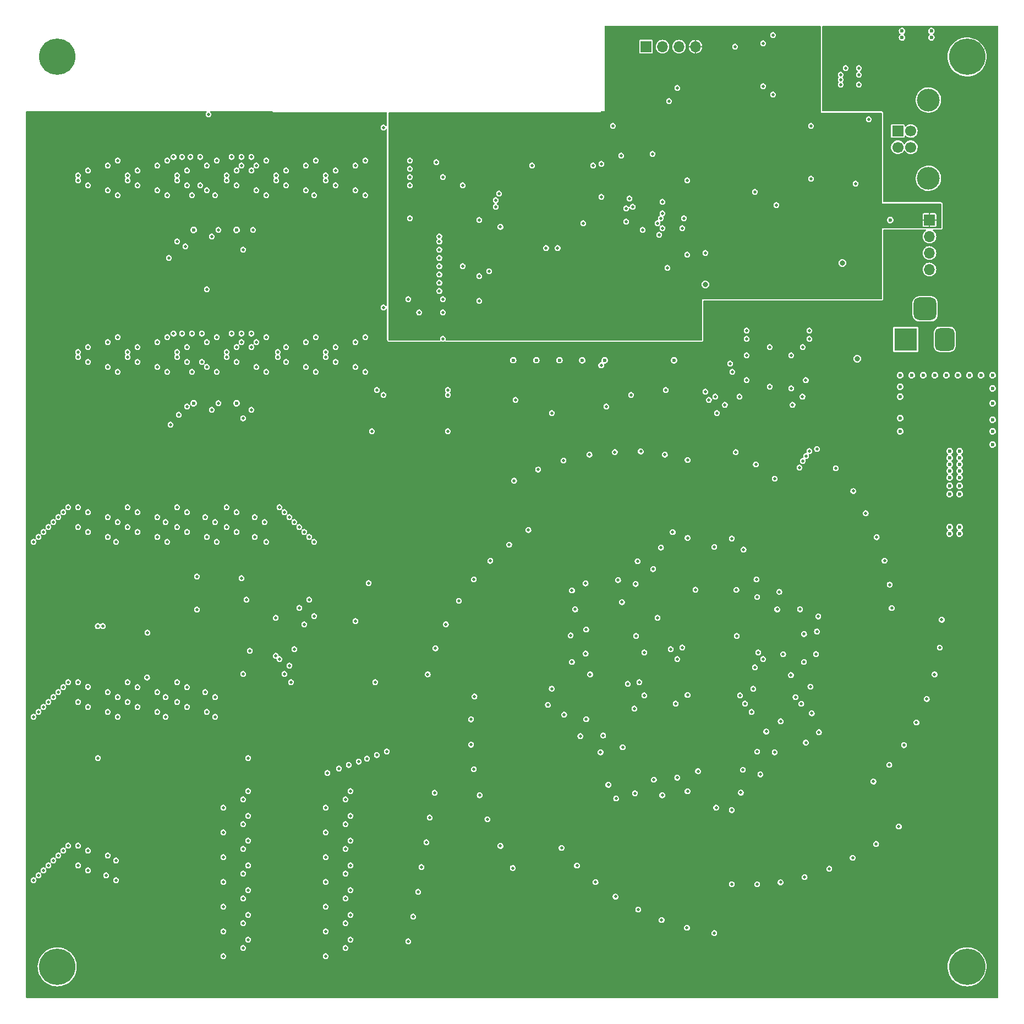
<source format=gbr>
%TF.GenerationSoftware,KiCad,Pcbnew,6.0.7-f9a2dced07~116~ubuntu20.04.1*%
%TF.CreationDate,2022-10-07T18:50:09+02:00*%
%TF.ProjectId,dcf77,64636637-372e-46b6-9963-61645f706362,rev?*%
%TF.SameCoordinates,Original*%
%TF.FileFunction,Copper,L3,Inr*%
%TF.FilePolarity,Positive*%
%FSLAX46Y46*%
G04 Gerber Fmt 4.6, Leading zero omitted, Abs format (unit mm)*
G04 Created by KiCad (PCBNEW 6.0.7-f9a2dced07~116~ubuntu20.04.1) date 2022-10-07 18:50:09*
%MOMM*%
%LPD*%
G01*
G04 APERTURE LIST*
G04 Aperture macros list*
%AMRoundRect*
0 Rectangle with rounded corners*
0 $1 Rounding radius*
0 $2 $3 $4 $5 $6 $7 $8 $9 X,Y pos of 4 corners*
0 Add a 4 corners polygon primitive as box body*
4,1,4,$2,$3,$4,$5,$6,$7,$8,$9,$2,$3,0*
0 Add four circle primitives for the rounded corners*
1,1,$1+$1,$2,$3*
1,1,$1+$1,$4,$5*
1,1,$1+$1,$6,$7*
1,1,$1+$1,$8,$9*
0 Add four rect primitives between the rounded corners*
20,1,$1+$1,$2,$3,$4,$5,0*
20,1,$1+$1,$4,$5,$6,$7,0*
20,1,$1+$1,$6,$7,$8,$9,0*
20,1,$1+$1,$8,$9,$2,$3,0*%
G04 Aperture macros list end*
%TA.AperFunction,ComponentPad*%
%ADD10R,3.500000X3.500000*%
%TD*%
%TA.AperFunction,ComponentPad*%
%ADD11RoundRect,0.750000X0.750000X1.000000X-0.750000X1.000000X-0.750000X-1.000000X0.750000X-1.000000X0*%
%TD*%
%TA.AperFunction,ComponentPad*%
%ADD12RoundRect,0.875000X0.875000X0.875000X-0.875000X0.875000X-0.875000X-0.875000X0.875000X-0.875000X0*%
%TD*%
%TA.AperFunction,ComponentPad*%
%ADD13C,5.600000*%
%TD*%
%TA.AperFunction,ComponentPad*%
%ADD14R,1.700000X1.700000*%
%TD*%
%TA.AperFunction,ComponentPad*%
%ADD15C,1.700000*%
%TD*%
%TA.AperFunction,ComponentPad*%
%ADD16C,3.500000*%
%TD*%
%TA.AperFunction,ComponentPad*%
%ADD17O,1.700000X1.700000*%
%TD*%
%TA.AperFunction,ViaPad*%
%ADD18C,0.600000*%
%TD*%
%TA.AperFunction,ViaPad*%
%ADD19C,0.500000*%
%TD*%
%TA.AperFunction,ViaPad*%
%ADD20C,0.800000*%
%TD*%
G04 APERTURE END LIST*
D10*
%TO.N,Net-(D502-Pad2)*%
%TO.C,J501*%
X156560000Y-71442500D03*
D11*
%TO.N,GND*%
X162560000Y-71442500D03*
D12*
%TO.N,N/C*%
X159560000Y-66742500D03*
%TD*%
D13*
%TO.N,N/C*%
%TO.C,REF\u002A\u002A*%
X26000000Y-28000000D03*
%TD*%
%TO.N,N/C*%
%TO.C,REF\u002A\u002A*%
X166000000Y-168000000D03*
%TD*%
D14*
%TO.N,Net-(C517-Pad1)*%
%TO.C,J504*%
X155347500Y-39390000D03*
D15*
%TO.N,Net-(D506-Pad3)*%
X155347500Y-41890000D03*
%TO.N,Net-(D505-Pad3)*%
X157347500Y-41890000D03*
%TO.N,GND*%
X157347500Y-39390000D03*
D16*
X160057500Y-46660000D03*
X160057500Y-34620000D03*
%TD*%
D14*
%TO.N,Net-(J502-Pad1)*%
%TO.C,J502*%
X116596000Y-26416000D03*
D17*
%TO.N,Net-(J502-Pad2)*%
X119136000Y-26416000D03*
%TO.N,GND*%
X121676000Y-26416000D03*
%TO.N,+3V3*%
X124216000Y-26416000D03*
%TD*%
D13*
%TO.N,N/C*%
%TO.C,REF\u002A\u002A*%
X26000000Y-168000000D03*
%TD*%
%TO.N,N/C*%
%TO.C,REF\u002A\u002A*%
X166000000Y-28000000D03*
%TD*%
D14*
%TO.N,+3V3*%
%TO.C,J503*%
X160217000Y-53096000D03*
D17*
%TO.N,SWIO*%
X160217000Y-55636000D03*
%TO.N,SWCLK*%
X160217000Y-58176000D03*
%TO.N,GND*%
X160217000Y-60716000D03*
%TD*%
D18*
%TO.N,GND*%
X163322000Y-101346000D03*
X164846000Y-101346000D03*
X155702000Y-85598000D03*
X155702000Y-83566000D03*
X155702000Y-80264000D03*
X155702000Y-78740000D03*
X155702000Y-76962000D03*
X157480000Y-76962000D03*
X159258000Y-76962000D03*
X161036000Y-76962000D03*
X162814000Y-76962000D03*
X164592000Y-76962000D03*
X166370000Y-76962000D03*
X168148000Y-76962000D03*
X169926000Y-76962000D03*
X169926000Y-78994000D03*
X169926000Y-81280000D03*
X169926000Y-83820000D03*
X169926000Y-85598000D03*
X169926000Y-87630000D03*
X163322000Y-88646000D03*
X164846000Y-88646000D03*
X164846000Y-89662000D03*
X163322000Y-89662000D03*
X163322000Y-90678000D03*
X164846000Y-90678000D03*
X164846000Y-91694000D03*
X163322000Y-91694000D03*
X163322000Y-92710000D03*
X164846000Y-92710000D03*
X164846000Y-93980000D03*
X163322000Y-93980000D03*
X163322000Y-100330000D03*
X164846000Y-100330000D03*
X164846000Y-95250000D03*
X163322000Y-95250000D03*
%TO.N,+5V*%
X169926000Y-94488000D03*
X169926000Y-92202000D03*
X169926000Y-89662000D03*
X168148000Y-89662000D03*
X168148000Y-94488000D03*
X168148000Y-92202000D03*
X169926000Y-98806000D03*
X169926000Y-96774000D03*
X168148000Y-96774000D03*
X168148000Y-98806000D03*
D19*
%TO.N,Net-(AFF401-Pad1)*%
X42926000Y-49276000D03*
X73406000Y-49276000D03*
X50292000Y-49276000D03*
X65532000Y-49276000D03*
X58166000Y-49276000D03*
X46736000Y-49276000D03*
X35306000Y-49276000D03*
X46499500Y-43392500D03*
%TO.N,Net-(AFF401-Pad2)*%
X43900500Y-43392500D03*
X64262000Y-48514000D03*
X56642000Y-48514000D03*
X49022000Y-48514000D03*
X41402000Y-48514000D03*
X33782000Y-48514000D03*
X71882000Y-48514000D03*
%TO.N,Net-(AFF401-Pad3)*%
X44450000Y-56388000D03*
%TO.N,Net-(AFF401-Pad4)*%
X48006000Y-43392500D03*
X48006000Y-47752000D03*
X38354000Y-47752000D03*
X53594000Y-47752000D03*
X30734000Y-47752000D03*
X61214000Y-47752000D03*
X45974000Y-47752000D03*
X68834000Y-47752000D03*
%TO.N,Net-(AFF401-Pad5)*%
X59690000Y-46990000D03*
X52070000Y-46990000D03*
X44450000Y-46990000D03*
X36830000Y-46990000D03*
X29210000Y-46990000D03*
X67310000Y-46990000D03*
X45212000Y-43392500D03*
%TO.N,Net-(AFF401-Pad6)*%
X52832000Y-43392500D03*
X36830000Y-46228000D03*
X29210000Y-46228000D03*
X67310000Y-46228000D03*
X44450000Y-46228000D03*
X59690000Y-46228000D03*
X52070000Y-46228000D03*
%TO.N,Net-(AFF401-Pad7)*%
X55880000Y-43392500D03*
X68834000Y-45466000D03*
X61214000Y-45466000D03*
X53594000Y-45466000D03*
X45974000Y-45466000D03*
X38354000Y-45466000D03*
X30734000Y-45466000D03*
X55880000Y-45466000D03*
%TO.N,Net-(AFF401-Pad9)*%
X41402000Y-44704000D03*
X33782000Y-44704000D03*
X71882000Y-44704000D03*
X54356000Y-43392500D03*
X54356000Y-44704000D03*
X64262000Y-44704000D03*
X56642000Y-44704000D03*
X49022000Y-44704000D03*
%TO.N,Net-(AFF401-Pad10)*%
X42926000Y-43942000D03*
X73406000Y-43942000D03*
X65786000Y-43942000D03*
X35306000Y-43942000D03*
X50546000Y-43942000D03*
X58166000Y-43942000D03*
%TO.N,Net-(AFF402-Pad1)*%
X65786000Y-76454000D03*
X46736000Y-76454000D03*
X58166000Y-76454000D03*
X50546000Y-76454000D03*
X73406000Y-76454000D03*
X35306000Y-76454000D03*
X42926000Y-76454000D03*
X46736000Y-70570500D03*
%TO.N,Net-(AFF402-Pad2)*%
X43900500Y-70570500D03*
X56642000Y-75692000D03*
X49022000Y-75692000D03*
X71882000Y-75692000D03*
X41402000Y-75692000D03*
X33782000Y-75692000D03*
X64262000Y-75692000D03*
%TO.N,Net-(AFF402-Pad3)*%
X44704000Y-83058000D03*
%TO.N,Net-(AFF402-Pad4)*%
X48260000Y-74930000D03*
X68834000Y-74930000D03*
X48260000Y-70570500D03*
X53594000Y-74930000D03*
X30734000Y-74930000D03*
X45974000Y-74930000D03*
X38354000Y-74930000D03*
X61214000Y-74930000D03*
%TO.N,Net-(AFF402-Pad5)*%
X59944000Y-74168000D03*
X44450000Y-74168000D03*
X52070000Y-74168000D03*
X67310000Y-74168000D03*
X29210000Y-74168000D03*
X36830000Y-74168000D03*
X45212000Y-70570500D03*
%TO.N,Net-(AFF402-Pad6)*%
X67310000Y-73406000D03*
X52832000Y-70570500D03*
X44450000Y-73406000D03*
X59944000Y-73406000D03*
X52070000Y-73406000D03*
X36830000Y-73406000D03*
X29210000Y-73406000D03*
%TO.N,Net-(AFF402-Pad7)*%
X45974000Y-72644000D03*
X61214000Y-72644000D03*
X55880000Y-70570500D03*
X30734000Y-72644000D03*
X53594000Y-72644000D03*
X55880000Y-72644000D03*
X38354000Y-72644000D03*
X68834000Y-72644000D03*
%TO.N,Net-(AFF402-Pad9)*%
X71882000Y-71882000D03*
X41402000Y-71882000D03*
X33782000Y-71882000D03*
X54356000Y-71882000D03*
X54356000Y-70570500D03*
X49022000Y-71882000D03*
X56642000Y-71882000D03*
X64262000Y-71882000D03*
%TO.N,Net-(AFF402-Pad10)*%
X50546000Y-71120000D03*
X42926000Y-71120000D03*
X73406000Y-71120000D03*
X35306000Y-71120000D03*
X65786000Y-71120000D03*
X58166000Y-71120000D03*
%TO.N,Net-(AFF403-Pad3)*%
X56134000Y-54610000D03*
%TO.N,Net-(AFF404-Pad3)*%
X55880000Y-82296000D03*
%TO.N,Net-(AFF405-Pad3)*%
X49784000Y-55626000D03*
%TO.N,Net-(AFF406-Pad3)*%
X49784000Y-82296000D03*
%TO.N,Net-(AFF407-Pad3)*%
X50800000Y-54610000D03*
%TO.N,Net-(AFF408-Pad3)*%
X50800000Y-81280000D03*
%TO.N,Net-(AFF409-Pad3)*%
X45720000Y-57150000D03*
%TO.N,Net-(AFF410-Pad3)*%
X45974000Y-81788000D03*
%TO.N,Net-(AFF411-Pad3)*%
X54610000Y-57658000D03*
%TO.N,Net-(AFF412-Pad3)*%
X54610000Y-83607500D03*
%TO.N,Net-(AFF413-Pad3)*%
X55118000Y-111506000D03*
%TO.N,Net-(AFF413-Pad5)*%
X44450000Y-127254000D03*
X36830000Y-127254000D03*
X52070000Y-100330000D03*
X63246000Y-100330000D03*
X24638000Y-100330000D03*
X36830000Y-100330000D03*
X44450000Y-100330000D03*
X29210000Y-100330000D03*
X24638000Y-152400000D03*
X29210000Y-127254000D03*
X63246000Y-112776000D03*
X29210000Y-152400000D03*
X24638000Y-127254000D03*
%TO.N,Net-(AFF414-Pad3)*%
X47498000Y-107950000D03*
X54610000Y-122936000D03*
X54356000Y-108204000D03*
%TO.N,Net-(AFF413-Pad1)*%
X35052000Y-154686000D03*
X22352000Y-154686000D03*
X58166000Y-102616000D03*
X50292000Y-129540000D03*
X35306000Y-129540000D03*
X65532000Y-102616000D03*
X42672000Y-129540000D03*
X65532000Y-114046000D03*
X50546000Y-102616000D03*
X42926000Y-102616000D03*
X22352000Y-129540000D03*
X35052000Y-102616000D03*
X22352000Y-102616000D03*
%TO.N,Net-(AFF413-Pad2)*%
X33782000Y-101854000D03*
X23114000Y-128778000D03*
X33782000Y-128778000D03*
X23114000Y-153924000D03*
X33528000Y-153924000D03*
X41402000Y-128778000D03*
X64770000Y-111506000D03*
X64770000Y-101854000D03*
X49022000Y-128778000D03*
X23114000Y-101854000D03*
X56388000Y-101854000D03*
X41402000Y-101854000D03*
X49022000Y-101854000D03*
%TO.N,Net-(AFF415-Pad3)*%
X39878000Y-116586000D03*
%TO.N,Net-(AFF413-Pad4)*%
X30734000Y-128016000D03*
X23876000Y-153162000D03*
X45974000Y-101092000D03*
X23876000Y-101092000D03*
X30734000Y-101092000D03*
X38354000Y-128016000D03*
X64008000Y-115316000D03*
X64008000Y-101092000D03*
X30734000Y-153162000D03*
X38354000Y-101092000D03*
X53594000Y-101092000D03*
X23876000Y-128016000D03*
X45974000Y-128016000D03*
%TO.N,Net-(AFF413-Pad6)*%
X29210000Y-97282000D03*
X60198000Y-120650000D03*
X52070000Y-97282000D03*
X27686000Y-124206000D03*
X27686000Y-149352000D03*
X29210000Y-124206000D03*
X36830000Y-97282000D03*
X60198000Y-97282000D03*
X36830000Y-124206000D03*
X44450000Y-97282000D03*
X29210000Y-149352000D03*
X44450000Y-124206000D03*
X27686000Y-97282000D03*
%TO.N,Net-(AFF413-Pad7)*%
X26924000Y-98044000D03*
X30734000Y-98044000D03*
X30734000Y-150114000D03*
X38354000Y-124968000D03*
X30734000Y-124930500D03*
X53594000Y-98044000D03*
X45974000Y-98044000D03*
X60960000Y-98044000D03*
X26924000Y-150114000D03*
X26924000Y-124968000D03*
X60960000Y-122936000D03*
X45974000Y-124968000D03*
X38354000Y-98044000D03*
%TO.N,Net-(AFF413-Pad9)*%
X61722000Y-98806000D03*
X33782000Y-98806000D03*
X26162000Y-125730000D03*
X56388000Y-98806000D03*
X33782000Y-150876000D03*
X41402000Y-98806000D03*
X33782000Y-125730000D03*
X26162000Y-98806000D03*
X26162000Y-150876000D03*
X48768000Y-125730000D03*
X41402000Y-125730000D03*
X61722000Y-121666000D03*
X48768000Y-98806000D03*
%TO.N,Net-(AFF413-Pad10)*%
X25400000Y-151638000D03*
X50292000Y-126492000D03*
X25400000Y-126492000D03*
X35052000Y-151638000D03*
X57912000Y-99568000D03*
X42672000Y-126492000D03*
X35306000Y-99568000D03*
X62484000Y-99568000D03*
X50292000Y-99568000D03*
X25400000Y-99568000D03*
X42672000Y-99568000D03*
X35306000Y-126492000D03*
X62484000Y-119126000D03*
%TO.N,Net-(AFF416-Pad3)*%
X32250444Y-115562444D03*
%TO.N,Net-(D504-Pad1)*%
X123000000Y-126174000D03*
%TO.N,Net-(AFF417-Pad3)*%
X47498000Y-113030000D03*
%TO.N,Net-(AFF418-Pad3)*%
X39830000Y-123492000D03*
%TO.N,Net-(AFF419-Pad3)*%
X33020000Y-115570000D03*
%TO.N,Net-(AFF420-Pad3)*%
X55372000Y-135890000D03*
X55626000Y-119380000D03*
X32258000Y-135890000D03*
%TO.N,+5V*%
X54102000Y-156464000D03*
D20*
X149098000Y-76962000D03*
D19*
X69850000Y-141224000D03*
X54102000Y-160274000D03*
X54102000Y-145034000D03*
D18*
X148500000Y-24750000D03*
D19*
X71882000Y-119888000D03*
X51308000Y-63754000D03*
X54102000Y-152654000D03*
D18*
X151000000Y-24750000D03*
D19*
X69850000Y-148844000D03*
X69850000Y-152654000D03*
X133096000Y-123952000D03*
X54102000Y-148844000D03*
X69850000Y-156464000D03*
X69850000Y-145034000D03*
D18*
X122936000Y-120904000D03*
D19*
X100076000Y-78486000D03*
D18*
X147250000Y-24750000D03*
D19*
X107188000Y-78486000D03*
X54102000Y-164084000D03*
X69850000Y-160274000D03*
X54102000Y-141224000D03*
D18*
X146000000Y-24750000D03*
D19*
X116078000Y-78486000D03*
X51562000Y-36830000D03*
X69850000Y-164084000D03*
D18*
X149750000Y-24750000D03*
D19*
X112522000Y-78486000D03*
D18*
%TO.N,GND*%
X99718500Y-74655500D03*
X160500000Y-25000000D03*
D19*
X59623500Y-120142000D03*
X119126000Y-50292000D03*
D20*
X149098000Y-74422000D03*
D19*
X71120000Y-152400000D03*
X122936000Y-46990000D03*
X134620000Y-32512000D03*
X113538000Y-53340000D03*
X80264000Y-52832000D03*
X88392000Y-60198000D03*
X146558000Y-31496000D03*
X88392000Y-47752000D03*
X55372000Y-148590000D03*
X149352000Y-29718000D03*
D18*
X160500000Y-24000000D03*
D19*
X141986000Y-46736000D03*
X147320000Y-29718000D03*
X71120000Y-160020000D03*
X49022000Y-63754000D03*
X59623500Y-114300000D03*
X49276000Y-36830000D03*
X101219000Y-57404000D03*
X130302000Y-26416000D03*
X122936000Y-58420000D03*
X71882000Y-114808000D03*
D18*
X53594000Y-81280000D03*
D19*
X71120000Y-163830000D03*
X116332000Y-126238000D03*
D18*
X106783500Y-74676000D03*
D19*
X118618000Y-55372000D03*
X106934000Y-53594000D03*
X136144000Y-24638000D03*
D18*
X46990000Y-54610000D03*
X120904000Y-74676000D03*
D19*
X150876000Y-37592000D03*
X148844000Y-47498000D03*
X109728000Y-49530000D03*
D18*
X103274500Y-74655500D03*
X110236000Y-74676000D03*
D19*
X117602000Y-42926000D03*
X55372000Y-156210000D03*
X109728000Y-44450000D03*
X136144000Y-33782000D03*
X90932000Y-65532000D03*
X121412000Y-32766000D03*
X90932000Y-53086000D03*
X146558000Y-30734000D03*
X146558000Y-32258000D03*
D18*
X96162500Y-74655500D03*
D19*
X55372000Y-144780000D03*
D18*
X156000000Y-25000000D03*
D19*
X71120000Y-156210000D03*
D18*
X154178000Y-53086000D03*
D19*
X99060000Y-44704000D03*
X135636000Y-78740000D03*
X149352000Y-30734000D03*
X149352000Y-32258000D03*
X55372000Y-163830000D03*
X114046000Y-49784000D03*
D18*
X156000000Y-24000000D03*
D19*
X55372000Y-160020000D03*
D18*
X53594000Y-54610000D03*
D19*
X55372000Y-140970000D03*
D20*
X125730000Y-62992000D03*
D19*
X108458000Y-44704000D03*
X133350000Y-121920000D03*
X71120000Y-148590000D03*
X80010000Y-65278000D03*
X71120000Y-140970000D03*
X102997000Y-57404000D03*
X55372000Y-152400000D03*
X135636000Y-72644000D03*
X116332000Y-119634000D03*
X141986000Y-38608000D03*
D18*
X46990000Y-81280000D03*
D19*
X134620000Y-25908000D03*
X71120000Y-144780000D03*
X111506000Y-38608000D03*
D20*
X146812000Y-59690000D03*
D19*
%TO.N,+3V3*%
X88392000Y-56388000D03*
X148844000Y-37592000D03*
D20*
X132588000Y-27940000D03*
X133604000Y-27940000D03*
X133604000Y-29210000D03*
D19*
X88900000Y-65532000D03*
X120904000Y-46990000D03*
X88646000Y-43688000D03*
X109982000Y-54864000D03*
X138430000Y-40894000D03*
D18*
X119634000Y-69342000D03*
D20*
X134620000Y-27940000D03*
X134620000Y-29210000D03*
D19*
X112014000Y-44196000D03*
D20*
X132588000Y-29210000D03*
D19*
X88900000Y-53086000D03*
X120904000Y-58420000D03*
X150876000Y-47498000D03*
X109474000Y-38608000D03*
D20*
X130048000Y-63246000D03*
D18*
X116078000Y-69342000D03*
D20*
X132588000Y-30480000D03*
X133604000Y-30480000D03*
X134620000Y-30480000D03*
D19*
%TO.N,Net-(C501-Pad1)*%
X114554000Y-51054000D03*
X125730000Y-58166000D03*
%TO.N,Net-(C508-Pad1)*%
X112776000Y-43180000D03*
X113538000Y-51308000D03*
%TO.N,Net-(D201-Pad1)*%
X115062000Y-117094000D03*
%TO.N,Net-(D201-Pad2)*%
X102100000Y-125200000D03*
X141200000Y-133500000D03*
X127400000Y-143500000D03*
X142900000Y-116400000D03*
X107300000Y-109000000D03*
X123000000Y-102000000D03*
X110800000Y-140000000D03*
X131600000Y-103800000D03*
X132842000Y-128778000D03*
%TO.N,Net-(D202-Pad2)*%
X131064000Y-126238000D03*
X143100000Y-114100000D03*
X129800000Y-143900000D03*
X105200000Y-110100000D03*
X129800000Y-102100000D03*
X112000000Y-142100000D03*
X101500000Y-127700000D03*
X143200000Y-131900000D03*
X120700000Y-101100000D03*
%TO.N,Net-(D203-Pad2)*%
X118900000Y-103500000D03*
X134620000Y-120650000D03*
X142748235Y-119888235D03*
X105700000Y-113000000D03*
X131200000Y-141200000D03*
X142100000Y-129000000D03*
X140300000Y-113000000D03*
X127100000Y-103400000D03*
X114900000Y-141300000D03*
X104000000Y-129200000D03*
%TO.N,Net-(D204-Pad2)*%
X136800000Y-113000000D03*
X139600000Y-126500000D03*
X117800000Y-139200000D03*
X117700000Y-106800000D03*
X107400000Y-129900000D03*
X107400000Y-116100000D03*
X130556000Y-117094000D03*
X131500000Y-137700000D03*
%TO.N,Net-(D205-Pad2)*%
X134200000Y-138400000D03*
X105000000Y-117000000D03*
X141900000Y-124900000D03*
X140924167Y-116794167D03*
X119100000Y-141600000D03*
X133858000Y-119634000D03*
X137100000Y-110300000D03*
X106500000Y-132500000D03*
X115300000Y-105600000D03*
%TO.N,Net-(D206-Pad2)*%
X110000000Y-132400000D03*
X131826000Y-127508000D03*
X133700000Y-111100000D03*
X138900000Y-123100000D03*
X133700000Y-134900000D03*
X121400000Y-138900000D03*
X137321565Y-130209565D03*
X107300000Y-119800000D03*
X115000000Y-109100000D03*
%TO.N,Net-(D207-Pad2)*%
X140485000Y-127531000D03*
X136400000Y-135000000D03*
X140900000Y-121100000D03*
X123000000Y-141000000D03*
X109600000Y-135000000D03*
X133096000Y-125222000D03*
X133600000Y-108400000D03*
X105200000Y-121100000D03*
X112300000Y-108500000D03*
%TO.N,Net-(D208-Pad2)*%
X124600000Y-137900000D03*
X130500000Y-110000000D03*
X108000000Y-123000000D03*
X135100000Y-131800000D03*
X137700000Y-119900000D03*
X112900000Y-111900000D03*
X113000000Y-134200000D03*
%TO.N,Net-(D209-Pad1)*%
X114808000Y-128270000D03*
%TO.N,Net-(D217-Pad1)*%
X113792000Y-124460000D03*
%TO.N,Net-(D225-Pad1)*%
X115570000Y-124206000D03*
%TO.N,Net-(D233-Pad1)*%
X120396000Y-119126000D03*
%TO.N,Net-(D241-Pad1)*%
X121158000Y-127508000D03*
%TO.N,Net-(D249-Pad1)*%
X122174000Y-118872000D03*
%TO.N,Net-(D257-Pad1)*%
X121412000Y-120650000D03*
%TO.N,Net-(D301-Pad1)*%
X132080000Y-70104000D03*
%TO.N,Net-(D301-Pad2)*%
X129800000Y-155300000D03*
X139150500Y-81534000D03*
X98500000Y-100800000D03*
X103600000Y-149700000D03*
X123000000Y-90000000D03*
X151600000Y-139500000D03*
X90193939Y-126393939D03*
X136400000Y-92900000D03*
X154400000Y-112800000D03*
%TO.N,Net-(D302-Pad2)*%
X119500000Y-89200000D03*
X133500000Y-90700000D03*
X154033333Y-136933333D03*
X138938000Y-78994000D03*
X89675000Y-129925000D03*
X105977551Y-152422449D03*
X154100000Y-109200000D03*
X95544444Y-103044444D03*
X133700000Y-155300000D03*
%TO.N,Net-(D303-Pad2)*%
X156300000Y-133900000D03*
X115800000Y-88700000D03*
X137300000Y-155000000D03*
X92639216Y-105539216D03*
X138938000Y-73914000D03*
X108832000Y-154968000D03*
X153300000Y-105500000D03*
X130400000Y-88800000D03*
X89678723Y-133821277D03*
%TO.N,Net-(D304-Pad2)*%
X111800000Y-88800000D03*
X152100000Y-101900000D03*
X90100000Y-108400000D03*
X111900000Y-157200000D03*
X90100000Y-137600000D03*
X141732000Y-70104000D03*
X158200000Y-130400000D03*
X140208000Y-91186000D03*
X141000000Y-154200000D03*
%TO.N,Net-(D305-Pad2)*%
X144800000Y-152900000D03*
X91000000Y-141600000D03*
X159800000Y-126800000D03*
X115400000Y-159200000D03*
X87800000Y-111700000D03*
X107900000Y-89200000D03*
X140716000Y-90170000D03*
X150400000Y-98200000D03*
X140716000Y-72644000D03*
%TO.N,Net-(D306-Pad2)*%
X85800000Y-115300000D03*
X140674500Y-80264000D03*
X103900000Y-90100000D03*
X119000000Y-160800000D03*
X161000000Y-123000000D03*
X141224000Y-89408000D03*
X92200000Y-145300000D03*
X148400000Y-151200000D03*
X148500000Y-94800000D03*
%TO.N,Net-(D307-Pad2)*%
X161800000Y-118900000D03*
X141182500Y-77724000D03*
X100000000Y-91500000D03*
X84200000Y-119000000D03*
X94200000Y-149400000D03*
X152000000Y-149100000D03*
X122900000Y-162000000D03*
X141732000Y-88646000D03*
X145800000Y-91300000D03*
%TO.N,Net-(D308-Pad2)*%
X127100000Y-162800000D03*
X83000000Y-123000000D03*
X142900000Y-88300000D03*
X96300000Y-93200000D03*
X162100000Y-114600000D03*
X141732000Y-71374000D03*
X155500000Y-146400000D03*
X96100000Y-152800000D03*
%TO.N,Net-(D309-Pad1)*%
X128736500Y-81534000D03*
%TO.N,Net-(D317-Pad1)*%
X129540000Y-75184000D03*
%TO.N,Net-(D325-Pad1)*%
X129881000Y-76454000D03*
%TO.N,Net-(D333-Pad1)*%
X132080000Y-71374000D03*
%TO.N,Net-(D341-Pad1)*%
X130980500Y-80264000D03*
%TO.N,Net-(D349-Pad1)*%
X132080000Y-73914000D03*
%TO.N,Net-(D357-Pad1)*%
X132080000Y-77724000D03*
%TO.N,Net-(D401-Pad1)*%
X70358000Y-142240000D03*
%TO.N,Net-(D401-Pad2)*%
X67310000Y-143510000D03*
%TO.N,Net-(D402-Pad1)*%
X70358000Y-146050000D03*
%TO.N,Net-(D402-Pad2)*%
X67310000Y-147320000D03*
%TO.N,Net-(D403-Pad1)*%
X70358000Y-149860000D03*
%TO.N,Net-(D403-Pad2)*%
X67310000Y-151130000D03*
%TO.N,Net-(D404-Pad1)*%
X70358000Y-153670000D03*
%TO.N,Net-(D404-Pad2)*%
X67310000Y-154940000D03*
%TO.N,Net-(D405-Pad1)*%
X70358000Y-157480000D03*
%TO.N,Net-(D405-Pad2)*%
X67310000Y-158750000D03*
%TO.N,Net-(D406-Pad1)*%
X70358000Y-161290000D03*
%TO.N,Net-(D406-Pad2)*%
X67310000Y-162560000D03*
%TO.N,Net-(D407-Pad1)*%
X70358000Y-165100000D03*
%TO.N,Net-(D407-Pad2)*%
X67310000Y-166370000D03*
%TO.N,Net-(D408-Pad1)*%
X54610000Y-142240000D03*
%TO.N,Net-(D408-Pad2)*%
X51562000Y-143510000D03*
%TO.N,Net-(D409-Pad1)*%
X54610000Y-146050000D03*
%TO.N,Net-(D409-Pad2)*%
X51562000Y-147320000D03*
%TO.N,Net-(D410-Pad1)*%
X54610000Y-149860000D03*
%TO.N,Net-(D410-Pad2)*%
X51562000Y-151130000D03*
%TO.N,Net-(D411-Pad1)*%
X54610000Y-153670000D03*
%TO.N,Net-(D411-Pad2)*%
X51562000Y-154940000D03*
%TO.N,Net-(D412-Pad1)*%
X54610000Y-157480000D03*
%TO.N,Net-(D412-Pad2)*%
X51562000Y-158750000D03*
%TO.N,Net-(D413-Pad1)*%
X54610000Y-161290000D03*
%TO.N,Net-(D413-Pad2)*%
X51562000Y-162560000D03*
%TO.N,Net-(D503-Pad1)*%
X54610000Y-165100000D03*
%TO.N,Net-(D503-Pad2)*%
X51562000Y-166370000D03*
%TO.N,Net-(J502-Pad1)*%
X122174000Y-54356000D03*
%TO.N,SWIO*%
X136652000Y-50800000D03*
%TO.N,SWCLK*%
X133350000Y-48768000D03*
%TO.N,/CPU/CLK*%
X86106000Y-80010000D03*
X76200000Y-80010000D03*
X74930000Y-124206000D03*
X114300000Y-80010000D03*
X127254000Y-80264000D03*
X76200000Y-66548000D03*
X76200000Y-38862000D03*
%TO.N,Net-(Q505-Pad3)*%
X119126000Y-54356000D03*
X119888000Y-60452000D03*
X120142000Y-34798000D03*
X122428000Y-52832000D03*
%TO.N,/CPU/MOSI*%
X125730000Y-79502000D03*
X75184000Y-79248000D03*
X86106000Y-79248000D03*
X119634000Y-79248000D03*
X124206000Y-109982000D03*
X43180000Y-58928000D03*
X118364000Y-114300000D03*
X43434000Y-84582000D03*
X73914000Y-108966000D03*
%TO.N,Net-(R414-Pad1)*%
X84794500Y-55626000D03*
X76708000Y-134874000D03*
%TO.N,Net-(R416-Pad1)*%
X80010000Y-164084000D03*
X84794500Y-56388000D03*
%TO.N,Net-(R418-Pad1)*%
X80772000Y-160274000D03*
X84794500Y-57658000D03*
%TO.N,Net-(R420-Pad1)*%
X81534000Y-156464000D03*
X84794500Y-58928000D03*
%TO.N,Net-(R422-Pad1)*%
X82042000Y-152654000D03*
X84794500Y-60198000D03*
%TO.N,Net-(R424-Pad1)*%
X69342000Y-137497000D03*
X84328000Y-44196000D03*
%TO.N,Net-(R426-Pad1)*%
X82804000Y-148844000D03*
X84794500Y-61468000D03*
%TO.N,Net-(R430-Pad1)*%
X80264000Y-43942000D03*
X70866000Y-136947500D03*
%TO.N,Net-(R432-Pad1)*%
X83312000Y-145034000D03*
X84794500Y-62738000D03*
%TO.N,Net-(R434-Pad1)*%
X80264000Y-45212000D03*
X72390000Y-136439500D03*
%TO.N,Net-(R436-Pad1)*%
X84794500Y-64008000D03*
X84074000Y-141224000D03*
%TO.N,Net-(R438-Pad1)*%
X80264000Y-46482000D03*
X73660000Y-135973000D03*
%TO.N,Net-(R440-Pad1)*%
X75184000Y-135423500D03*
X80264000Y-47752000D03*
%TO.N,Net-(R529-Pad2)*%
X67564000Y-138176000D03*
X81695000Y-67310000D03*
X85344000Y-67310000D03*
X116078000Y-54610000D03*
%TO.N,/CPU/{slash}CS_Outer*%
X96520000Y-80772000D03*
X126279500Y-80772000D03*
%TO.N,/CPU/{slash}CS_Inner*%
X127508000Y-82804000D03*
X102108000Y-82804000D03*
%TO.N,Net-(U401-Pad9)*%
X85344000Y-46482000D03*
X85344000Y-65278000D03*
%TO.N,/CPU/SER_CLK*%
X93472000Y-50038000D03*
X118872000Y-52832000D03*
X90932000Y-61722000D03*
%TO.N,/CPU/SER_Latch*%
X119126000Y-52070000D03*
X93472000Y-51054000D03*
X92463556Y-60967556D03*
X93980000Y-49022000D03*
%TO.N,/CPU/SER_Data*%
X118364000Y-53594000D03*
X94192000Y-54144000D03*
%TO.N,/CPU/{slash}CS_Time*%
X109700000Y-75438000D03*
X85344000Y-71374000D03*
%TO.N,/CPU/{slash}CS_pulse*%
X110490000Y-81788000D03*
X61976000Y-124206000D03*
X86106000Y-85598000D03*
X74422000Y-85598000D03*
%TD*%
%TA.AperFunction,Conductor*%
%TO.N,+3V3*%
G36*
X143469191Y-23219407D02*
G01*
X143505155Y-23268907D01*
X143510000Y-23299500D01*
X143510000Y-36576000D01*
X152809000Y-36576000D01*
X152867191Y-36594907D01*
X152903155Y-36644407D01*
X152908000Y-36675000D01*
X152908000Y-50546000D01*
X161953000Y-50546000D01*
X162011191Y-50564907D01*
X162047155Y-50614407D01*
X162052000Y-50645000D01*
X162052000Y-54257000D01*
X162033093Y-54315191D01*
X161983593Y-54351155D01*
X161953000Y-54356000D01*
X152908000Y-54356000D01*
X152908000Y-65179000D01*
X152889093Y-65237191D01*
X152839593Y-65273155D01*
X152809000Y-65278000D01*
X125222000Y-65278000D01*
X125222000Y-71529000D01*
X125203093Y-71587191D01*
X125153593Y-71623155D01*
X125123000Y-71628000D01*
X85875152Y-71628000D01*
X85816961Y-71609093D01*
X85780997Y-71559593D01*
X85780893Y-71512931D01*
X85777588Y-71512375D01*
X85798363Y-71388891D01*
X85798363Y-71388886D01*
X85798997Y-71385120D01*
X85799133Y-71374000D01*
X85780839Y-71246259D01*
X85727428Y-71128788D01*
X85643193Y-71031028D01*
X85637276Y-71027193D01*
X85637274Y-71027191D01*
X85540824Y-70964677D01*
X85534906Y-70960841D01*
X85528150Y-70958821D01*
X85528149Y-70958820D01*
X85485335Y-70946016D01*
X85411273Y-70923866D01*
X85334644Y-70923398D01*
X85289282Y-70923121D01*
X85282231Y-70923078D01*
X85275454Y-70925015D01*
X85275453Y-70925015D01*
X85164935Y-70956601D01*
X85164933Y-70956602D01*
X85158155Y-70958539D01*
X85049019Y-71027399D01*
X84963596Y-71124122D01*
X84908754Y-71240932D01*
X84888901Y-71368440D01*
X84889816Y-71375437D01*
X84889816Y-71375438D01*
X84891082Y-71385120D01*
X84905633Y-71496394D01*
X84908335Y-71502536D01*
X84905778Y-71563511D01*
X84867771Y-71611461D01*
X84812988Y-71628000D01*
X77061000Y-71628000D01*
X77002809Y-71609093D01*
X76966845Y-71559593D01*
X76962000Y-71529000D01*
X76962000Y-67304440D01*
X81239901Y-67304440D01*
X81240816Y-67311437D01*
X81240816Y-67311438D01*
X81242082Y-67321120D01*
X81256633Y-67432394D01*
X81259471Y-67438845D01*
X81259472Y-67438847D01*
X81266458Y-67454724D01*
X81308605Y-67550510D01*
X81350122Y-67599900D01*
X81387100Y-67643892D01*
X81387103Y-67643894D01*
X81391639Y-67649291D01*
X81499060Y-67720796D01*
X81505788Y-67722898D01*
X81505790Y-67722899D01*
X81560647Y-67740037D01*
X81622233Y-67759278D01*
X81686744Y-67760461D01*
X81744202Y-67761514D01*
X81744204Y-67761514D01*
X81751255Y-67761643D01*
X81758058Y-67759788D01*
X81758060Y-67759788D01*
X81803882Y-67747295D01*
X81875755Y-67727700D01*
X81985724Y-67660179D01*
X82072322Y-67564507D01*
X82128588Y-67448375D01*
X82149997Y-67321120D01*
X82150133Y-67310000D01*
X82149337Y-67304440D01*
X84888901Y-67304440D01*
X84889816Y-67311437D01*
X84889816Y-67311438D01*
X84891082Y-67321120D01*
X84905633Y-67432394D01*
X84908471Y-67438845D01*
X84908472Y-67438847D01*
X84915458Y-67454724D01*
X84957605Y-67550510D01*
X84999122Y-67599900D01*
X85036100Y-67643892D01*
X85036103Y-67643894D01*
X85040639Y-67649291D01*
X85148060Y-67720796D01*
X85154788Y-67722898D01*
X85154790Y-67722899D01*
X85209647Y-67740037D01*
X85271233Y-67759278D01*
X85335744Y-67760461D01*
X85393202Y-67761514D01*
X85393204Y-67761514D01*
X85400255Y-67761643D01*
X85407058Y-67759788D01*
X85407060Y-67759788D01*
X85452882Y-67747295D01*
X85524755Y-67727700D01*
X85634724Y-67660179D01*
X85721322Y-67564507D01*
X85777588Y-67448375D01*
X85798997Y-67321120D01*
X85799133Y-67310000D01*
X85780839Y-67182259D01*
X85727428Y-67064788D01*
X85643193Y-66967028D01*
X85637276Y-66963193D01*
X85637274Y-66963191D01*
X85540824Y-66900677D01*
X85534906Y-66896841D01*
X85528150Y-66894821D01*
X85528149Y-66894820D01*
X85485335Y-66882016D01*
X85411273Y-66859866D01*
X85334644Y-66859398D01*
X85289282Y-66859121D01*
X85282231Y-66859078D01*
X85275454Y-66861015D01*
X85275453Y-66861015D01*
X85164935Y-66892601D01*
X85164933Y-66892602D01*
X85158155Y-66894539D01*
X85049019Y-66963399D01*
X84963596Y-67060122D01*
X84908754Y-67176932D01*
X84888901Y-67304440D01*
X82149337Y-67304440D01*
X82131839Y-67182259D01*
X82078428Y-67064788D01*
X81994193Y-66967028D01*
X81988276Y-66963193D01*
X81988274Y-66963191D01*
X81891824Y-66900677D01*
X81885906Y-66896841D01*
X81879150Y-66894821D01*
X81879149Y-66894820D01*
X81836335Y-66882016D01*
X81762273Y-66859866D01*
X81685644Y-66859398D01*
X81640282Y-66859121D01*
X81633231Y-66859078D01*
X81626454Y-66861015D01*
X81626453Y-66861015D01*
X81515935Y-66892601D01*
X81515933Y-66892602D01*
X81509155Y-66894539D01*
X81400019Y-66963399D01*
X81314596Y-67060122D01*
X81259754Y-67176932D01*
X81239901Y-67304440D01*
X76962000Y-67304440D01*
X76962000Y-65272440D01*
X79554901Y-65272440D01*
X79555816Y-65279437D01*
X79555816Y-65279438D01*
X79556777Y-65286788D01*
X79571633Y-65400394D01*
X79574471Y-65406845D01*
X79574472Y-65406847D01*
X79581458Y-65422724D01*
X79623605Y-65518510D01*
X79640850Y-65539025D01*
X79702100Y-65611892D01*
X79702103Y-65611894D01*
X79706639Y-65617291D01*
X79814060Y-65688796D01*
X79820788Y-65690898D01*
X79820790Y-65690899D01*
X79875646Y-65708037D01*
X79937233Y-65727278D01*
X80001744Y-65728461D01*
X80059202Y-65729514D01*
X80059204Y-65729514D01*
X80066255Y-65729643D01*
X80073058Y-65727788D01*
X80073060Y-65727788D01*
X80114828Y-65716400D01*
X80190755Y-65695700D01*
X80300724Y-65628179D01*
X80387322Y-65532507D01*
X80443588Y-65416375D01*
X80454700Y-65350325D01*
X80464363Y-65292891D01*
X80464363Y-65292886D01*
X80464997Y-65289120D01*
X80465133Y-65278000D01*
X80464337Y-65272440D01*
X84888901Y-65272440D01*
X84889816Y-65279437D01*
X84889816Y-65279438D01*
X84890777Y-65286788D01*
X84905633Y-65400394D01*
X84908471Y-65406845D01*
X84908472Y-65406847D01*
X84915458Y-65422724D01*
X84957605Y-65518510D01*
X84974850Y-65539025D01*
X85036100Y-65611892D01*
X85036103Y-65611894D01*
X85040639Y-65617291D01*
X85148060Y-65688796D01*
X85154788Y-65690898D01*
X85154790Y-65690899D01*
X85209646Y-65708037D01*
X85271233Y-65727278D01*
X85335744Y-65728461D01*
X85393202Y-65729514D01*
X85393204Y-65729514D01*
X85400255Y-65729643D01*
X85407058Y-65727788D01*
X85407060Y-65727788D01*
X85448828Y-65716400D01*
X85524755Y-65695700D01*
X85634724Y-65628179D01*
X85721322Y-65532507D01*
X85724261Y-65526440D01*
X90476901Y-65526440D01*
X90477816Y-65533437D01*
X90477816Y-65533438D01*
X90479082Y-65543120D01*
X90493633Y-65654394D01*
X90496471Y-65660845D01*
X90496472Y-65660847D01*
X90531114Y-65739577D01*
X90545605Y-65772510D01*
X90587122Y-65821900D01*
X90624100Y-65865892D01*
X90624103Y-65865894D01*
X90628639Y-65871291D01*
X90736060Y-65942796D01*
X90742788Y-65944898D01*
X90742790Y-65944899D01*
X90797646Y-65962037D01*
X90859233Y-65981278D01*
X90923744Y-65982461D01*
X90981202Y-65983514D01*
X90981204Y-65983514D01*
X90988255Y-65983643D01*
X90995058Y-65981788D01*
X90995060Y-65981788D01*
X91036828Y-65970400D01*
X91112755Y-65949700D01*
X91222724Y-65882179D01*
X91309322Y-65786507D01*
X91356663Y-65688796D01*
X91362512Y-65676724D01*
X91362512Y-65676723D01*
X91365588Y-65670375D01*
X91386997Y-65543120D01*
X91387133Y-65532000D01*
X91368839Y-65404259D01*
X91315428Y-65286788D01*
X91231193Y-65189028D01*
X91225276Y-65185193D01*
X91225274Y-65185191D01*
X91128824Y-65122677D01*
X91122906Y-65118841D01*
X91116150Y-65116821D01*
X91116149Y-65116820D01*
X91073335Y-65104016D01*
X90999273Y-65081866D01*
X90922644Y-65081398D01*
X90877282Y-65081121D01*
X90870231Y-65081078D01*
X90863454Y-65083015D01*
X90863453Y-65083015D01*
X90752935Y-65114601D01*
X90752933Y-65114602D01*
X90746155Y-65116539D01*
X90637019Y-65185399D01*
X90551596Y-65282122D01*
X90496754Y-65398932D01*
X90476901Y-65526440D01*
X85724261Y-65526440D01*
X85777588Y-65416375D01*
X85788700Y-65350325D01*
X85798363Y-65292891D01*
X85798363Y-65292886D01*
X85798997Y-65289120D01*
X85799133Y-65278000D01*
X85780839Y-65150259D01*
X85750265Y-65083015D01*
X85730349Y-65039212D01*
X85730348Y-65039211D01*
X85727428Y-65032788D01*
X85643193Y-64935028D01*
X85637276Y-64931193D01*
X85637274Y-64931191D01*
X85540824Y-64868677D01*
X85534906Y-64864841D01*
X85528150Y-64862821D01*
X85528149Y-64862820D01*
X85447923Y-64838827D01*
X85411273Y-64827866D01*
X85334644Y-64827398D01*
X85289282Y-64827121D01*
X85282231Y-64827078D01*
X85275454Y-64829015D01*
X85275453Y-64829015D01*
X85164935Y-64860601D01*
X85164933Y-64860602D01*
X85158155Y-64862539D01*
X85049019Y-64931399D01*
X84963596Y-65028122D01*
X84908754Y-65144932D01*
X84888901Y-65272440D01*
X80464337Y-65272440D01*
X80446839Y-65150259D01*
X80416265Y-65083015D01*
X80396349Y-65039212D01*
X80396348Y-65039211D01*
X80393428Y-65032788D01*
X80309193Y-64935028D01*
X80303276Y-64931193D01*
X80303274Y-64931191D01*
X80206824Y-64868677D01*
X80200906Y-64864841D01*
X80194150Y-64862821D01*
X80194149Y-64862820D01*
X80113923Y-64838827D01*
X80077273Y-64827866D01*
X80000644Y-64827398D01*
X79955282Y-64827121D01*
X79948231Y-64827078D01*
X79941454Y-64829015D01*
X79941453Y-64829015D01*
X79830935Y-64860601D01*
X79830933Y-64860602D01*
X79824155Y-64862539D01*
X79715019Y-64931399D01*
X79629596Y-65028122D01*
X79574754Y-65144932D01*
X79554901Y-65272440D01*
X76962000Y-65272440D01*
X76962000Y-64002440D01*
X84339401Y-64002440D01*
X84340316Y-64009437D01*
X84340316Y-64009438D01*
X84341582Y-64019120D01*
X84356133Y-64130394D01*
X84358971Y-64136845D01*
X84358972Y-64136847D01*
X84365958Y-64152724D01*
X84408105Y-64248510D01*
X84449622Y-64297901D01*
X84486600Y-64341892D01*
X84486603Y-64341894D01*
X84491139Y-64347291D01*
X84598560Y-64418796D01*
X84605288Y-64420898D01*
X84605290Y-64420899D01*
X84660146Y-64438037D01*
X84721733Y-64457278D01*
X84786244Y-64458460D01*
X84843702Y-64459514D01*
X84843704Y-64459514D01*
X84850755Y-64459643D01*
X84857558Y-64457788D01*
X84857560Y-64457788D01*
X84899328Y-64446400D01*
X84975255Y-64425700D01*
X85085224Y-64358179D01*
X85171822Y-64262507D01*
X85228088Y-64146375D01*
X85249497Y-64019120D01*
X85249633Y-64008000D01*
X85231339Y-63880259D01*
X85177928Y-63762788D01*
X85093693Y-63665028D01*
X85087776Y-63661193D01*
X85087774Y-63661191D01*
X84991324Y-63598677D01*
X84985406Y-63594841D01*
X84978650Y-63592821D01*
X84978649Y-63592820D01*
X84925898Y-63577044D01*
X84861773Y-63557866D01*
X84785144Y-63557398D01*
X84739782Y-63557121D01*
X84732731Y-63557078D01*
X84725954Y-63559015D01*
X84725953Y-63559015D01*
X84615435Y-63590601D01*
X84615433Y-63590602D01*
X84608655Y-63592539D01*
X84499519Y-63661399D01*
X84414096Y-63758122D01*
X84359254Y-63874932D01*
X84339401Y-64002440D01*
X76962000Y-64002440D01*
X76962000Y-62732440D01*
X84339401Y-62732440D01*
X84340316Y-62739437D01*
X84340316Y-62739438D01*
X84341582Y-62749120D01*
X84356133Y-62860394D01*
X84358971Y-62866845D01*
X84358972Y-62866847D01*
X84365958Y-62882724D01*
X84408105Y-62978510D01*
X84424853Y-62998434D01*
X84486600Y-63071892D01*
X84486603Y-63071894D01*
X84491139Y-63077291D01*
X84598560Y-63148796D01*
X84605288Y-63150898D01*
X84605290Y-63150899D01*
X84660146Y-63168037D01*
X84721733Y-63187278D01*
X84786244Y-63188461D01*
X84843702Y-63189514D01*
X84843704Y-63189514D01*
X84850755Y-63189643D01*
X84857558Y-63187788D01*
X84857560Y-63187788D01*
X84899328Y-63176400D01*
X84975255Y-63155700D01*
X85085224Y-63088179D01*
X85171822Y-62992507D01*
X85172068Y-62992000D01*
X125124318Y-62992000D01*
X125144956Y-63148762D01*
X125205464Y-63294841D01*
X125301718Y-63420282D01*
X125427159Y-63516536D01*
X125573238Y-63577044D01*
X125730000Y-63597682D01*
X125886762Y-63577044D01*
X126032841Y-63516536D01*
X126158282Y-63420282D01*
X126254536Y-63294841D01*
X126315044Y-63148762D01*
X126335682Y-62992000D01*
X126315044Y-62835238D01*
X126254536Y-62689159D01*
X126158282Y-62563718D01*
X126032841Y-62467464D01*
X125886762Y-62406956D01*
X125755569Y-62389684D01*
X125736434Y-62387165D01*
X125730000Y-62386318D01*
X125723566Y-62387165D01*
X125704431Y-62389684D01*
X125573238Y-62406956D01*
X125427159Y-62467464D01*
X125301718Y-62563718D01*
X125205464Y-62689159D01*
X125144956Y-62835238D01*
X125124318Y-62992000D01*
X85172068Y-62992000D01*
X85228088Y-62876375D01*
X85249497Y-62749120D01*
X85249633Y-62738000D01*
X85231339Y-62610259D01*
X85177928Y-62492788D01*
X85093693Y-62395028D01*
X85087776Y-62391193D01*
X85087774Y-62391191D01*
X84991324Y-62328677D01*
X84985406Y-62324841D01*
X84978650Y-62322821D01*
X84978649Y-62322820D01*
X84935835Y-62310016D01*
X84861773Y-62287866D01*
X84785144Y-62287398D01*
X84739782Y-62287121D01*
X84732731Y-62287078D01*
X84725954Y-62289015D01*
X84725953Y-62289015D01*
X84615435Y-62320601D01*
X84615433Y-62320602D01*
X84608655Y-62322539D01*
X84499519Y-62391399D01*
X84414096Y-62488122D01*
X84359254Y-62604932D01*
X84339401Y-62732440D01*
X76962000Y-62732440D01*
X76962000Y-61462440D01*
X84339401Y-61462440D01*
X84340316Y-61469437D01*
X84340316Y-61469438D01*
X84341277Y-61476788D01*
X84356133Y-61590394D01*
X84358971Y-61596845D01*
X84358972Y-61596847D01*
X84363553Y-61607258D01*
X84408105Y-61708510D01*
X84425580Y-61729299D01*
X84486600Y-61801892D01*
X84486603Y-61801894D01*
X84491139Y-61807291D01*
X84598560Y-61878796D01*
X84605288Y-61880898D01*
X84605290Y-61880899D01*
X84660147Y-61898037D01*
X84721733Y-61917278D01*
X84786244Y-61918460D01*
X84843702Y-61919514D01*
X84843704Y-61919514D01*
X84850755Y-61919643D01*
X84857558Y-61917788D01*
X84857560Y-61917788D01*
X84899328Y-61906400D01*
X84975255Y-61885700D01*
X85085224Y-61818179D01*
X85171822Y-61722507D01*
X85174761Y-61716440D01*
X90476901Y-61716440D01*
X90477816Y-61723437D01*
X90477816Y-61723438D01*
X90479082Y-61733120D01*
X90493633Y-61844394D01*
X90496471Y-61850845D01*
X90496472Y-61850847D01*
X90525759Y-61917407D01*
X90545605Y-61962510D01*
X90587122Y-62011901D01*
X90624100Y-62055892D01*
X90624103Y-62055894D01*
X90628639Y-62061291D01*
X90736060Y-62132796D01*
X90742788Y-62134898D01*
X90742790Y-62134899D01*
X90797647Y-62152037D01*
X90859233Y-62171278D01*
X90923744Y-62172460D01*
X90981202Y-62173514D01*
X90981204Y-62173514D01*
X90988255Y-62173643D01*
X90995058Y-62171788D01*
X90995060Y-62171788D01*
X91036828Y-62160400D01*
X91112755Y-62139700D01*
X91222724Y-62072179D01*
X91309322Y-61976507D01*
X91356663Y-61878796D01*
X91362512Y-61866724D01*
X91362512Y-61866723D01*
X91365588Y-61860375D01*
X91386997Y-61733120D01*
X91387133Y-61722000D01*
X91368839Y-61594259D01*
X91315428Y-61476788D01*
X91238157Y-61387110D01*
X91235798Y-61384372D01*
X91235797Y-61384371D01*
X91231193Y-61379028D01*
X91225276Y-61375193D01*
X91225274Y-61375191D01*
X91128824Y-61312677D01*
X91122906Y-61308841D01*
X91116150Y-61306821D01*
X91116149Y-61306820D01*
X91073335Y-61294016D01*
X90999273Y-61271866D01*
X90922644Y-61271398D01*
X90877282Y-61271121D01*
X90870231Y-61271078D01*
X90863454Y-61273015D01*
X90863453Y-61273015D01*
X90752935Y-61304601D01*
X90752933Y-61304602D01*
X90746155Y-61306539D01*
X90637019Y-61375399D01*
X90551596Y-61472122D01*
X90496754Y-61588932D01*
X90476901Y-61716440D01*
X85174761Y-61716440D01*
X85228088Y-61606375D01*
X85249497Y-61479120D01*
X85249633Y-61468000D01*
X85231339Y-61340259D01*
X85200765Y-61273015D01*
X85180849Y-61229212D01*
X85180848Y-61229211D01*
X85177928Y-61222788D01*
X85093693Y-61125028D01*
X85087776Y-61121193D01*
X85087774Y-61121191D01*
X84991324Y-61058677D01*
X84985406Y-61054841D01*
X84978650Y-61052821D01*
X84978649Y-61052820D01*
X84935835Y-61040016D01*
X84861773Y-61017866D01*
X84785144Y-61017398D01*
X84739782Y-61017121D01*
X84732731Y-61017078D01*
X84725954Y-61019015D01*
X84725953Y-61019015D01*
X84615435Y-61050601D01*
X84615433Y-61050602D01*
X84608655Y-61052539D01*
X84499519Y-61121399D01*
X84414096Y-61218122D01*
X84359254Y-61334932D01*
X84339401Y-61462440D01*
X76962000Y-61462440D01*
X76962000Y-60961996D01*
X92008457Y-60961996D01*
X92009372Y-60968993D01*
X92009372Y-60968994D01*
X92010638Y-60978676D01*
X92025189Y-61089950D01*
X92028027Y-61096401D01*
X92028028Y-61096403D01*
X92074320Y-61201610D01*
X92077161Y-61208066D01*
X92094936Y-61229212D01*
X92155656Y-61301448D01*
X92155659Y-61301450D01*
X92160195Y-61306847D01*
X92267616Y-61378352D01*
X92274344Y-61380454D01*
X92274346Y-61380455D01*
X92329203Y-61397593D01*
X92390789Y-61416834D01*
X92455300Y-61418016D01*
X92512758Y-61419070D01*
X92512760Y-61419070D01*
X92519811Y-61419199D01*
X92526614Y-61417344D01*
X92526616Y-61417344D01*
X92568384Y-61405956D01*
X92644311Y-61385256D01*
X92754280Y-61317735D01*
X92761008Y-61310302D01*
X92836146Y-61227291D01*
X92836146Y-61227290D01*
X92840878Y-61222063D01*
X92887089Y-61126684D01*
X92894068Y-61112280D01*
X92894068Y-61112279D01*
X92897144Y-61105931D01*
X92911620Y-61019888D01*
X92917919Y-60982447D01*
X92917919Y-60982442D01*
X92918553Y-60978676D01*
X92918689Y-60967556D01*
X92900395Y-60839815D01*
X92846984Y-60722344D01*
X92782743Y-60647788D01*
X92767354Y-60629928D01*
X92767353Y-60629927D01*
X92762749Y-60624584D01*
X92756832Y-60620749D01*
X92756830Y-60620747D01*
X92660380Y-60558233D01*
X92654462Y-60554397D01*
X92647706Y-60552377D01*
X92647705Y-60552376D01*
X92579212Y-60531892D01*
X92530829Y-60517422D01*
X92454200Y-60516954D01*
X92408838Y-60516677D01*
X92401787Y-60516634D01*
X92395010Y-60518571D01*
X92395009Y-60518571D01*
X92284491Y-60550157D01*
X92284489Y-60550158D01*
X92277711Y-60552095D01*
X92168575Y-60620955D01*
X92083152Y-60717678D01*
X92028310Y-60834488D01*
X92008457Y-60961996D01*
X76962000Y-60961996D01*
X76962000Y-60192440D01*
X84339401Y-60192440D01*
X84340316Y-60199437D01*
X84340316Y-60199438D01*
X84341277Y-60206788D01*
X84356133Y-60320394D01*
X84358971Y-60326845D01*
X84358972Y-60326847D01*
X84365958Y-60342724D01*
X84408105Y-60438510D01*
X84425580Y-60459299D01*
X84486600Y-60531892D01*
X84486603Y-60531894D01*
X84491139Y-60537291D01*
X84598560Y-60608796D01*
X84605288Y-60610898D01*
X84605290Y-60610899D01*
X84637478Y-60620955D01*
X84721733Y-60647278D01*
X84786244Y-60648460D01*
X84843702Y-60649514D01*
X84843704Y-60649514D01*
X84850755Y-60649643D01*
X84857558Y-60647788D01*
X84857560Y-60647788D01*
X84899328Y-60636400D01*
X84975255Y-60615700D01*
X85068849Y-60558233D01*
X85079211Y-60551871D01*
X85085224Y-60548179D01*
X85171822Y-60452507D01*
X85228088Y-60336375D01*
X85249497Y-60209120D01*
X85249633Y-60198000D01*
X85248837Y-60192440D01*
X87936901Y-60192440D01*
X87937816Y-60199437D01*
X87937816Y-60199438D01*
X87938777Y-60206788D01*
X87953633Y-60320394D01*
X87956471Y-60326845D01*
X87956472Y-60326847D01*
X87963458Y-60342724D01*
X88005605Y-60438510D01*
X88023080Y-60459299D01*
X88084100Y-60531892D01*
X88084103Y-60531894D01*
X88088639Y-60537291D01*
X88196060Y-60608796D01*
X88202788Y-60610898D01*
X88202790Y-60610899D01*
X88234978Y-60620955D01*
X88319233Y-60647278D01*
X88383744Y-60648460D01*
X88441202Y-60649514D01*
X88441204Y-60649514D01*
X88448255Y-60649643D01*
X88455058Y-60647788D01*
X88455060Y-60647788D01*
X88496828Y-60636400D01*
X88572755Y-60615700D01*
X88666349Y-60558233D01*
X88676711Y-60551871D01*
X88682724Y-60548179D01*
X88769322Y-60452507D01*
X88772261Y-60446440D01*
X119432901Y-60446440D01*
X119433816Y-60453437D01*
X119433816Y-60453438D01*
X119435082Y-60463120D01*
X119449633Y-60574394D01*
X119452471Y-60580845D01*
X119452472Y-60580847D01*
X119481759Y-60647407D01*
X119501605Y-60692510D01*
X119522761Y-60717678D01*
X119580100Y-60785892D01*
X119580103Y-60785894D01*
X119584639Y-60791291D01*
X119692060Y-60862796D01*
X119698788Y-60864898D01*
X119698790Y-60864899D01*
X119753647Y-60882037D01*
X119815233Y-60901278D01*
X119879744Y-60902461D01*
X119937202Y-60903514D01*
X119937204Y-60903514D01*
X119944255Y-60903643D01*
X119951058Y-60901788D01*
X119951060Y-60901788D01*
X119992828Y-60890400D01*
X120068755Y-60869700D01*
X120178724Y-60802179D01*
X120255826Y-60716998D01*
X120260590Y-60711735D01*
X120260590Y-60711734D01*
X120265322Y-60706507D01*
X120312663Y-60608796D01*
X120318512Y-60596724D01*
X120318512Y-60596723D01*
X120321588Y-60590375D01*
X120342997Y-60463120D01*
X120343133Y-60452000D01*
X120324839Y-60324259D01*
X120271428Y-60206788D01*
X120198574Y-60122236D01*
X120191798Y-60114372D01*
X120191797Y-60114371D01*
X120187193Y-60109028D01*
X120181276Y-60105193D01*
X120181274Y-60105191D01*
X120084824Y-60042677D01*
X120078906Y-60038841D01*
X120072150Y-60036821D01*
X120072149Y-60036820D01*
X120029335Y-60024016D01*
X119955273Y-60001866D01*
X119878644Y-60001398D01*
X119833282Y-60001121D01*
X119826231Y-60001078D01*
X119819454Y-60003015D01*
X119819453Y-60003015D01*
X119708935Y-60034601D01*
X119708933Y-60034602D01*
X119702155Y-60036539D01*
X119593019Y-60105399D01*
X119507596Y-60202122D01*
X119452754Y-60318932D01*
X119432901Y-60446440D01*
X88772261Y-60446440D01*
X88825588Y-60336375D01*
X88846997Y-60209120D01*
X88847133Y-60198000D01*
X88828839Y-60070259D01*
X88798265Y-60003015D01*
X88778349Y-59959212D01*
X88778348Y-59959211D01*
X88775428Y-59952788D01*
X88691193Y-59855028D01*
X88685276Y-59851193D01*
X88685274Y-59851191D01*
X88588824Y-59788677D01*
X88582906Y-59784841D01*
X88576150Y-59782821D01*
X88576149Y-59782820D01*
X88533335Y-59770016D01*
X88459273Y-59747866D01*
X88382644Y-59747398D01*
X88337282Y-59747121D01*
X88330231Y-59747078D01*
X88323454Y-59749015D01*
X88323453Y-59749015D01*
X88212935Y-59780601D01*
X88212933Y-59780602D01*
X88206155Y-59782539D01*
X88097019Y-59851399D01*
X88011596Y-59948122D01*
X87956754Y-60064932D01*
X87936901Y-60192440D01*
X85248837Y-60192440D01*
X85231339Y-60070259D01*
X85200765Y-60003015D01*
X85180849Y-59959212D01*
X85180848Y-59959211D01*
X85177928Y-59952788D01*
X85093693Y-59855028D01*
X85087776Y-59851193D01*
X85087774Y-59851191D01*
X84991324Y-59788677D01*
X84985406Y-59784841D01*
X84978650Y-59782821D01*
X84978649Y-59782820D01*
X84935835Y-59770016D01*
X84861773Y-59747866D01*
X84785144Y-59747398D01*
X84739782Y-59747121D01*
X84732731Y-59747078D01*
X84725954Y-59749015D01*
X84725953Y-59749015D01*
X84615435Y-59780601D01*
X84615433Y-59780602D01*
X84608655Y-59782539D01*
X84499519Y-59851399D01*
X84414096Y-59948122D01*
X84359254Y-60064932D01*
X84339401Y-60192440D01*
X76962000Y-60192440D01*
X76962000Y-59690000D01*
X146206318Y-59690000D01*
X146226956Y-59846762D01*
X146287464Y-59992841D01*
X146383718Y-60118282D01*
X146509159Y-60214536D01*
X146655238Y-60275044D01*
X146812000Y-60295682D01*
X146968762Y-60275044D01*
X147114841Y-60214536D01*
X147240282Y-60118282D01*
X147336536Y-59992841D01*
X147397044Y-59846762D01*
X147417682Y-59690000D01*
X147397044Y-59533238D01*
X147336536Y-59387159D01*
X147240282Y-59261718D01*
X147114841Y-59165464D01*
X146968762Y-59104956D01*
X146812000Y-59084318D01*
X146655238Y-59104956D01*
X146509159Y-59165464D01*
X146383718Y-59261718D01*
X146287464Y-59387159D01*
X146226956Y-59533238D01*
X146206318Y-59690000D01*
X76962000Y-59690000D01*
X76962000Y-58922440D01*
X84339401Y-58922440D01*
X84340316Y-58929437D01*
X84340316Y-58929438D01*
X84341582Y-58939120D01*
X84356133Y-59050394D01*
X84358971Y-59056845D01*
X84358972Y-59056847D01*
X84397011Y-59143297D01*
X84408105Y-59168510D01*
X84440425Y-59206959D01*
X84486600Y-59261892D01*
X84486603Y-59261894D01*
X84491139Y-59267291D01*
X84598560Y-59338796D01*
X84605288Y-59340898D01*
X84605290Y-59340899D01*
X84660147Y-59358037D01*
X84721733Y-59377278D01*
X84786244Y-59378460D01*
X84843702Y-59379514D01*
X84843704Y-59379514D01*
X84850755Y-59379643D01*
X84857558Y-59377788D01*
X84857560Y-59377788D01*
X84899328Y-59366400D01*
X84975255Y-59345700D01*
X85085224Y-59278179D01*
X85095079Y-59267291D01*
X85167090Y-59187735D01*
X85167090Y-59187734D01*
X85171822Y-59182507D01*
X85208192Y-59107440D01*
X85225012Y-59072724D01*
X85225012Y-59072723D01*
X85228088Y-59066375D01*
X85249497Y-58939120D01*
X85249633Y-58928000D01*
X85231339Y-58800259D01*
X85177928Y-58682788D01*
X85093693Y-58585028D01*
X85087776Y-58581193D01*
X85087774Y-58581191D01*
X84991324Y-58518677D01*
X84985406Y-58514841D01*
X84978650Y-58512821D01*
X84978649Y-58512820D01*
X84935421Y-58499892D01*
X84861773Y-58477866D01*
X84785144Y-58477398D01*
X84739782Y-58477121D01*
X84732731Y-58477078D01*
X84725954Y-58479015D01*
X84725953Y-58479015D01*
X84615435Y-58510601D01*
X84615433Y-58510602D01*
X84608655Y-58512539D01*
X84499519Y-58581399D01*
X84414096Y-58678122D01*
X84359254Y-58794932D01*
X84339401Y-58922440D01*
X76962000Y-58922440D01*
X76962000Y-58414440D01*
X122480901Y-58414440D01*
X122481816Y-58421437D01*
X122481816Y-58421438D01*
X122483082Y-58431120D01*
X122497633Y-58542394D01*
X122500471Y-58548845D01*
X122500472Y-58548847D01*
X122529759Y-58615407D01*
X122549605Y-58660510D01*
X122568332Y-58682788D01*
X122628100Y-58753892D01*
X122628103Y-58753894D01*
X122632639Y-58759291D01*
X122740060Y-58830796D01*
X122746788Y-58832898D01*
X122746790Y-58832899D01*
X122801647Y-58850037D01*
X122863233Y-58869278D01*
X122927744Y-58870461D01*
X122985202Y-58871514D01*
X122985204Y-58871514D01*
X122992255Y-58871643D01*
X122999058Y-58869788D01*
X122999060Y-58869788D01*
X123040828Y-58858400D01*
X123116755Y-58837700D01*
X123226724Y-58770179D01*
X123304273Y-58684504D01*
X123308590Y-58679735D01*
X123308590Y-58679734D01*
X123313322Y-58674507D01*
X123360663Y-58576796D01*
X123366512Y-58564724D01*
X123366512Y-58564723D01*
X123369588Y-58558375D01*
X123380596Y-58492941D01*
X123390363Y-58434891D01*
X123390363Y-58434886D01*
X123390997Y-58431120D01*
X123391133Y-58420000D01*
X123372839Y-58292259D01*
X123319428Y-58174788D01*
X123307065Y-58160440D01*
X125274901Y-58160440D01*
X125275816Y-58167437D01*
X125275816Y-58167438D01*
X125276777Y-58174788D01*
X125291633Y-58288394D01*
X125294471Y-58294845D01*
X125294472Y-58294847D01*
X125340764Y-58400054D01*
X125343605Y-58406510D01*
X125361080Y-58427299D01*
X125422100Y-58499892D01*
X125422103Y-58499894D01*
X125426639Y-58505291D01*
X125534060Y-58576796D01*
X125540788Y-58578898D01*
X125540790Y-58578899D01*
X125565709Y-58586684D01*
X125657233Y-58615278D01*
X125721744Y-58616461D01*
X125779202Y-58617514D01*
X125779204Y-58617514D01*
X125786255Y-58617643D01*
X125793058Y-58615788D01*
X125793060Y-58615788D01*
X125834828Y-58604400D01*
X125910755Y-58583700D01*
X126020724Y-58516179D01*
X126056078Y-58477121D01*
X126102590Y-58425735D01*
X126102590Y-58425734D01*
X126107322Y-58420507D01*
X126163588Y-58304375D01*
X126184997Y-58177120D01*
X126185133Y-58166000D01*
X126166839Y-58038259D01*
X126136265Y-57971015D01*
X126116349Y-57927212D01*
X126116348Y-57927211D01*
X126113428Y-57920788D01*
X126029193Y-57823028D01*
X126023276Y-57819193D01*
X126023274Y-57819191D01*
X125926824Y-57756677D01*
X125920906Y-57752841D01*
X125914150Y-57750821D01*
X125914149Y-57750820D01*
X125870921Y-57737892D01*
X125797273Y-57715866D01*
X125720644Y-57715398D01*
X125675282Y-57715121D01*
X125668231Y-57715078D01*
X125661454Y-57717015D01*
X125661453Y-57717015D01*
X125550935Y-57748601D01*
X125550933Y-57748602D01*
X125544155Y-57750539D01*
X125435019Y-57819399D01*
X125349596Y-57916122D01*
X125294754Y-58032932D01*
X125274901Y-58160440D01*
X123307065Y-58160440D01*
X123235193Y-58077028D01*
X123229276Y-58073193D01*
X123229274Y-58073191D01*
X123132824Y-58010677D01*
X123126906Y-58006841D01*
X123120150Y-58004821D01*
X123120149Y-58004820D01*
X123076921Y-57991892D01*
X123003273Y-57969866D01*
X122926644Y-57969398D01*
X122881282Y-57969121D01*
X122874231Y-57969078D01*
X122867454Y-57971015D01*
X122867453Y-57971015D01*
X122756935Y-58002601D01*
X122756933Y-58002602D01*
X122750155Y-58004539D01*
X122641019Y-58073399D01*
X122555596Y-58170122D01*
X122500754Y-58286932D01*
X122480901Y-58414440D01*
X76962000Y-58414440D01*
X76962000Y-57652440D01*
X84339401Y-57652440D01*
X84340316Y-57659437D01*
X84340316Y-57659438D01*
X84341582Y-57669120D01*
X84356133Y-57780394D01*
X84358971Y-57786845D01*
X84358972Y-57786847D01*
X84388259Y-57853407D01*
X84408105Y-57898510D01*
X84426832Y-57920788D01*
X84486600Y-57991892D01*
X84486603Y-57991894D01*
X84491139Y-57997291D01*
X84598560Y-58068796D01*
X84605288Y-58070898D01*
X84605290Y-58070899D01*
X84630209Y-58078684D01*
X84721733Y-58107278D01*
X84786244Y-58108460D01*
X84843702Y-58109514D01*
X84843704Y-58109514D01*
X84850755Y-58109643D01*
X84857558Y-58107788D01*
X84857560Y-58107788D01*
X84899328Y-58096400D01*
X84975255Y-58075700D01*
X85085224Y-58008179D01*
X85120578Y-57969121D01*
X85167090Y-57917735D01*
X85167090Y-57917734D01*
X85171822Y-57912507D01*
X85219163Y-57814796D01*
X85225012Y-57802724D01*
X85225012Y-57802723D01*
X85228088Y-57796375D01*
X85239096Y-57730941D01*
X85248863Y-57672891D01*
X85248863Y-57672886D01*
X85249497Y-57669120D01*
X85249633Y-57658000D01*
X85231339Y-57530259D01*
X85186754Y-57432200D01*
X85180849Y-57419212D01*
X85180848Y-57419211D01*
X85177928Y-57412788D01*
X85165565Y-57398440D01*
X100763901Y-57398440D01*
X100764816Y-57405437D01*
X100764816Y-57405438D01*
X100765777Y-57412788D01*
X100780633Y-57526394D01*
X100783471Y-57532845D01*
X100783472Y-57532847D01*
X100829764Y-57638054D01*
X100832605Y-57644510D01*
X100850080Y-57665299D01*
X100911100Y-57737892D01*
X100911103Y-57737894D01*
X100915639Y-57743291D01*
X101023060Y-57814796D01*
X101029788Y-57816898D01*
X101029790Y-57816899D01*
X101054709Y-57824684D01*
X101146233Y-57853278D01*
X101210744Y-57854460D01*
X101268202Y-57855514D01*
X101268204Y-57855514D01*
X101275255Y-57855643D01*
X101282058Y-57853788D01*
X101282060Y-57853788D01*
X101323828Y-57842400D01*
X101399755Y-57821700D01*
X101509724Y-57754179D01*
X101545078Y-57715121D01*
X101591590Y-57663735D01*
X101591590Y-57663734D01*
X101596322Y-57658507D01*
X101652588Y-57542375D01*
X101673997Y-57415120D01*
X101674133Y-57404000D01*
X101673337Y-57398440D01*
X102541901Y-57398440D01*
X102542816Y-57405437D01*
X102542816Y-57405438D01*
X102543777Y-57412788D01*
X102558633Y-57526394D01*
X102561471Y-57532845D01*
X102561472Y-57532847D01*
X102607764Y-57638054D01*
X102610605Y-57644510D01*
X102628080Y-57665299D01*
X102689100Y-57737892D01*
X102689103Y-57737894D01*
X102693639Y-57743291D01*
X102801060Y-57814796D01*
X102807788Y-57816898D01*
X102807790Y-57816899D01*
X102832709Y-57824684D01*
X102924233Y-57853278D01*
X102988744Y-57854460D01*
X103046202Y-57855514D01*
X103046204Y-57855514D01*
X103053255Y-57855643D01*
X103060058Y-57853788D01*
X103060060Y-57853788D01*
X103101828Y-57842400D01*
X103177755Y-57821700D01*
X103287724Y-57754179D01*
X103323078Y-57715121D01*
X103369590Y-57663735D01*
X103369590Y-57663734D01*
X103374322Y-57658507D01*
X103430588Y-57542375D01*
X103451997Y-57415120D01*
X103452133Y-57404000D01*
X103433839Y-57276259D01*
X103403265Y-57209015D01*
X103383349Y-57165212D01*
X103383348Y-57165211D01*
X103380428Y-57158788D01*
X103296193Y-57061028D01*
X103290276Y-57057193D01*
X103290274Y-57057191D01*
X103193824Y-56994677D01*
X103187906Y-56990841D01*
X103181150Y-56988821D01*
X103181149Y-56988820D01*
X103138335Y-56976016D01*
X103064273Y-56953866D01*
X102987644Y-56953398D01*
X102942282Y-56953121D01*
X102935231Y-56953078D01*
X102928454Y-56955015D01*
X102928453Y-56955015D01*
X102817935Y-56986601D01*
X102817933Y-56986602D01*
X102811155Y-56988539D01*
X102702019Y-57057399D01*
X102616596Y-57154122D01*
X102561754Y-57270932D01*
X102541901Y-57398440D01*
X101673337Y-57398440D01*
X101655839Y-57276259D01*
X101625265Y-57209015D01*
X101605349Y-57165212D01*
X101605348Y-57165211D01*
X101602428Y-57158788D01*
X101518193Y-57061028D01*
X101512276Y-57057193D01*
X101512274Y-57057191D01*
X101415824Y-56994677D01*
X101409906Y-56990841D01*
X101403150Y-56988821D01*
X101403149Y-56988820D01*
X101360335Y-56976016D01*
X101286273Y-56953866D01*
X101209644Y-56953398D01*
X101164282Y-56953121D01*
X101157231Y-56953078D01*
X101150454Y-56955015D01*
X101150453Y-56955015D01*
X101039935Y-56986601D01*
X101039933Y-56986602D01*
X101033155Y-56988539D01*
X100924019Y-57057399D01*
X100838596Y-57154122D01*
X100783754Y-57270932D01*
X100763901Y-57398440D01*
X85165565Y-57398440D01*
X85093693Y-57315028D01*
X85087776Y-57311193D01*
X85087774Y-57311191D01*
X84991324Y-57248677D01*
X84985406Y-57244841D01*
X84978650Y-57242821D01*
X84978649Y-57242820D01*
X84935835Y-57230016D01*
X84861773Y-57207866D01*
X84785144Y-57207398D01*
X84739782Y-57207121D01*
X84732731Y-57207078D01*
X84725954Y-57209015D01*
X84725953Y-57209015D01*
X84615435Y-57240601D01*
X84615433Y-57240602D01*
X84608655Y-57242539D01*
X84499519Y-57311399D01*
X84414096Y-57408122D01*
X84359254Y-57524932D01*
X84339401Y-57652440D01*
X76962000Y-57652440D01*
X76962000Y-56382440D01*
X84339401Y-56382440D01*
X84340316Y-56389437D01*
X84340316Y-56389438D01*
X84341582Y-56399120D01*
X84356133Y-56510394D01*
X84358971Y-56516845D01*
X84358972Y-56516847D01*
X84363553Y-56527258D01*
X84408105Y-56628510D01*
X84440425Y-56666959D01*
X84486600Y-56721892D01*
X84486603Y-56721894D01*
X84491139Y-56727291D01*
X84598560Y-56798796D01*
X84605288Y-56800898D01*
X84605290Y-56800899D01*
X84660147Y-56818037D01*
X84721733Y-56837278D01*
X84786244Y-56838461D01*
X84843702Y-56839514D01*
X84843704Y-56839514D01*
X84850755Y-56839643D01*
X84857558Y-56837788D01*
X84857560Y-56837788D01*
X84899328Y-56826400D01*
X84975255Y-56805700D01*
X85085224Y-56738179D01*
X85171822Y-56642507D01*
X85228088Y-56526375D01*
X85249497Y-56399120D01*
X85249633Y-56388000D01*
X85231339Y-56260259D01*
X85177928Y-56142788D01*
X85169355Y-56132838D01*
X85116244Y-56071199D01*
X85092583Y-56014773D01*
X85106607Y-55955217D01*
X85117845Y-55940140D01*
X85167090Y-55885735D01*
X85167090Y-55885734D01*
X85171822Y-55880507D01*
X85219163Y-55782796D01*
X85225012Y-55770724D01*
X85225012Y-55770723D01*
X85228088Y-55764375D01*
X85249497Y-55637120D01*
X85249633Y-55626000D01*
X85231339Y-55498259D01*
X85212964Y-55457846D01*
X85180849Y-55387212D01*
X85180848Y-55387211D01*
X85177928Y-55380788D01*
X85165565Y-55366440D01*
X118162901Y-55366440D01*
X118163816Y-55373437D01*
X118163816Y-55373438D01*
X118164777Y-55380788D01*
X118179633Y-55494394D01*
X118182471Y-55500845D01*
X118182472Y-55500847D01*
X118189458Y-55516724D01*
X118231605Y-55612510D01*
X118252292Y-55637120D01*
X118310100Y-55705892D01*
X118310103Y-55705894D01*
X118314639Y-55711291D01*
X118422060Y-55782796D01*
X118428788Y-55784898D01*
X118428790Y-55784899D01*
X118483646Y-55802037D01*
X118545233Y-55821278D01*
X118609744Y-55822460D01*
X118667202Y-55823514D01*
X118667204Y-55823514D01*
X118674255Y-55823643D01*
X118681058Y-55821788D01*
X118681060Y-55821788D01*
X118722828Y-55810400D01*
X118798755Y-55789700D01*
X118908724Y-55722179D01*
X118985716Y-55637120D01*
X118990590Y-55631735D01*
X118990590Y-55631734D01*
X118995322Y-55626507D01*
X119051588Y-55510375D01*
X119072997Y-55383120D01*
X119073133Y-55372000D01*
X119054839Y-55244259D01*
X119024265Y-55177015D01*
X119004349Y-55133212D01*
X119004348Y-55133211D01*
X119001428Y-55126788D01*
X118936857Y-55051849D01*
X118921798Y-55034372D01*
X118921797Y-55034371D01*
X118917193Y-55029028D01*
X118911276Y-55025193D01*
X118911274Y-55025191D01*
X118814824Y-54962677D01*
X118808906Y-54958841D01*
X118802150Y-54956821D01*
X118802149Y-54956820D01*
X118758921Y-54943892D01*
X118685273Y-54921866D01*
X118608644Y-54921398D01*
X118563282Y-54921121D01*
X118556231Y-54921078D01*
X118549454Y-54923015D01*
X118549453Y-54923015D01*
X118438935Y-54954601D01*
X118438933Y-54954602D01*
X118432155Y-54956539D01*
X118323019Y-55025399D01*
X118237596Y-55122122D01*
X118182754Y-55238932D01*
X118162901Y-55366440D01*
X85165565Y-55366440D01*
X85093693Y-55283028D01*
X85087776Y-55279193D01*
X85087774Y-55279191D01*
X84991324Y-55216677D01*
X84985406Y-55212841D01*
X84978650Y-55210821D01*
X84978649Y-55210820D01*
X84935835Y-55198016D01*
X84861773Y-55175866D01*
X84785144Y-55175398D01*
X84739782Y-55175121D01*
X84732731Y-55175078D01*
X84725954Y-55177015D01*
X84725953Y-55177015D01*
X84615435Y-55208601D01*
X84615433Y-55208602D01*
X84608655Y-55210539D01*
X84499519Y-55279399D01*
X84414096Y-55376122D01*
X84359254Y-55492932D01*
X84339401Y-55620440D01*
X84340316Y-55627437D01*
X84340316Y-55627438D01*
X84341436Y-55636000D01*
X84356133Y-55748394D01*
X84358971Y-55754845D01*
X84358972Y-55754847D01*
X84405264Y-55860054D01*
X84408105Y-55866510D01*
X84454527Y-55921736D01*
X84473114Y-55943848D01*
X84496084Y-56000558D01*
X84481333Y-56059939D01*
X84471536Y-56073084D01*
X84414096Y-56138122D01*
X84359254Y-56254932D01*
X84339401Y-56382440D01*
X76962000Y-56382440D01*
X76962000Y-54604440D01*
X115622901Y-54604440D01*
X115623816Y-54611437D01*
X115623816Y-54611438D01*
X115625082Y-54621120D01*
X115639633Y-54732394D01*
X115642471Y-54738845D01*
X115642472Y-54738847D01*
X115671759Y-54805407D01*
X115691605Y-54850510D01*
X115717920Y-54881815D01*
X115770100Y-54943892D01*
X115770103Y-54943894D01*
X115774639Y-54949291D01*
X115882060Y-55020796D01*
X115888788Y-55022898D01*
X115888790Y-55022899D01*
X115913709Y-55030684D01*
X116005233Y-55059278D01*
X116069744Y-55060460D01*
X116127202Y-55061514D01*
X116127204Y-55061514D01*
X116134255Y-55061643D01*
X116141058Y-55059788D01*
X116141060Y-55059788D01*
X116182828Y-55048400D01*
X116258755Y-55027700D01*
X116368724Y-54960179D01*
X116404078Y-54921121D01*
X116450590Y-54869735D01*
X116450590Y-54869734D01*
X116455322Y-54864507D01*
X116502663Y-54766796D01*
X116508512Y-54754724D01*
X116508512Y-54754723D01*
X116511588Y-54748375D01*
X116532997Y-54621120D01*
X116533133Y-54610000D01*
X116514839Y-54482259D01*
X116461428Y-54364788D01*
X116408395Y-54303240D01*
X116381798Y-54272372D01*
X116381797Y-54272371D01*
X116377193Y-54267028D01*
X116371276Y-54263193D01*
X116371274Y-54263191D01*
X116274824Y-54200677D01*
X116268906Y-54196841D01*
X116262150Y-54194821D01*
X116262149Y-54194820D01*
X116219335Y-54182016D01*
X116145273Y-54159866D01*
X116068644Y-54159398D01*
X116023282Y-54159121D01*
X116016231Y-54159078D01*
X116009454Y-54161015D01*
X116009453Y-54161015D01*
X115898935Y-54192601D01*
X115898933Y-54192602D01*
X115892155Y-54194539D01*
X115783019Y-54263399D01*
X115697596Y-54360122D01*
X115642754Y-54476932D01*
X115622901Y-54604440D01*
X76962000Y-54604440D01*
X76962000Y-54138440D01*
X93736901Y-54138440D01*
X93737816Y-54145437D01*
X93737816Y-54145438D01*
X93739082Y-54155120D01*
X93753633Y-54266394D01*
X93756471Y-54272845D01*
X93756472Y-54272847D01*
X93802764Y-54378054D01*
X93805605Y-54384510D01*
X93847122Y-54433900D01*
X93884100Y-54477892D01*
X93884103Y-54477894D01*
X93888639Y-54483291D01*
X93996060Y-54554796D01*
X94002788Y-54556898D01*
X94002790Y-54556899D01*
X94057646Y-54574037D01*
X94119233Y-54593278D01*
X94183744Y-54594461D01*
X94241202Y-54595514D01*
X94241204Y-54595514D01*
X94248255Y-54595643D01*
X94255058Y-54593788D01*
X94255060Y-54593788D01*
X94304007Y-54580443D01*
X94372755Y-54561700D01*
X94482724Y-54494179D01*
X94492579Y-54483291D01*
X94564590Y-54403735D01*
X94564590Y-54403734D01*
X94569322Y-54398507D01*
X94625588Y-54282375D01*
X94640691Y-54192601D01*
X94646363Y-54158891D01*
X94646363Y-54158886D01*
X94646997Y-54155120D01*
X94647133Y-54144000D01*
X94628839Y-54016259D01*
X94593530Y-53938601D01*
X94578349Y-53905212D01*
X94578348Y-53905211D01*
X94575428Y-53898788D01*
X94491193Y-53801028D01*
X94485276Y-53797193D01*
X94485274Y-53797191D01*
X94388824Y-53734677D01*
X94382906Y-53730841D01*
X94376150Y-53728821D01*
X94376149Y-53728820D01*
X94311224Y-53709403D01*
X94259273Y-53693866D01*
X94182644Y-53693398D01*
X94137282Y-53693121D01*
X94130231Y-53693078D01*
X94123454Y-53695015D01*
X94123453Y-53695015D01*
X94012935Y-53726601D01*
X94012933Y-53726602D01*
X94006155Y-53728539D01*
X94000191Y-53732302D01*
X93959938Y-53757700D01*
X93897019Y-53797399D01*
X93811596Y-53894122D01*
X93756754Y-54010932D01*
X93736901Y-54138440D01*
X76962000Y-54138440D01*
X76962000Y-53588440D01*
X106478901Y-53588440D01*
X106479816Y-53595437D01*
X106479816Y-53595438D01*
X106481082Y-53605120D01*
X106495633Y-53716394D01*
X106498471Y-53722845D01*
X106498472Y-53722847D01*
X106533601Y-53802684D01*
X106547605Y-53834510D01*
X106566351Y-53856811D01*
X106626100Y-53927892D01*
X106626103Y-53927894D01*
X106630639Y-53933291D01*
X106738060Y-54004796D01*
X106744788Y-54006898D01*
X106744790Y-54006899D01*
X106781514Y-54018372D01*
X106861233Y-54043278D01*
X106925744Y-54044460D01*
X106983202Y-54045514D01*
X106983204Y-54045514D01*
X106990255Y-54045643D01*
X106997058Y-54043788D01*
X106997060Y-54043788D01*
X107038828Y-54032400D01*
X107114755Y-54011700D01*
X107224724Y-53944179D01*
X107260078Y-53905121D01*
X107306590Y-53853735D01*
X107306590Y-53853734D01*
X107311322Y-53848507D01*
X107358663Y-53750796D01*
X107364512Y-53738724D01*
X107364512Y-53738723D01*
X107367588Y-53732375D01*
X107388997Y-53605120D01*
X107389133Y-53594000D01*
X107370839Y-53466259D01*
X107317428Y-53348788D01*
X107305065Y-53334440D01*
X113082901Y-53334440D01*
X113083816Y-53341437D01*
X113083816Y-53341438D01*
X113085575Y-53354891D01*
X113099633Y-53462394D01*
X113102471Y-53468845D01*
X113102472Y-53468847D01*
X113148764Y-53574054D01*
X113151605Y-53580510D01*
X113169080Y-53601299D01*
X113230100Y-53673892D01*
X113230103Y-53673894D01*
X113234639Y-53679291D01*
X113342060Y-53750796D01*
X113348788Y-53752898D01*
X113348790Y-53752899D01*
X113403646Y-53770037D01*
X113465233Y-53789278D01*
X113529744Y-53790460D01*
X113587202Y-53791514D01*
X113587204Y-53791514D01*
X113594255Y-53791643D01*
X113601058Y-53789788D01*
X113601060Y-53789788D01*
X113642828Y-53778400D01*
X113718755Y-53757700D01*
X113828724Y-53690179D01*
X113915322Y-53594507D01*
X113918261Y-53588440D01*
X117908901Y-53588440D01*
X117909816Y-53595437D01*
X117909816Y-53595438D01*
X117911082Y-53605120D01*
X117925633Y-53716394D01*
X117928471Y-53722845D01*
X117928472Y-53722847D01*
X117963601Y-53802684D01*
X117977605Y-53834510D01*
X117996351Y-53856811D01*
X118056100Y-53927892D01*
X118056103Y-53927894D01*
X118060639Y-53933291D01*
X118168060Y-54004796D01*
X118174788Y-54006898D01*
X118174790Y-54006899D01*
X118211514Y-54018372D01*
X118291233Y-54043278D01*
X118355744Y-54044460D01*
X118413202Y-54045514D01*
X118413204Y-54045514D01*
X118420255Y-54045643D01*
X118427058Y-54043788D01*
X118427060Y-54043788D01*
X118468828Y-54032400D01*
X118544755Y-54011700D01*
X118609100Y-53972192D01*
X118668582Y-53957856D01*
X118725131Y-53981222D01*
X118757145Y-54033363D01*
X118752398Y-54094364D01*
X118747049Y-54104476D01*
X118745596Y-54106122D01*
X118690754Y-54222932D01*
X118670901Y-54350440D01*
X118671816Y-54357437D01*
X118671816Y-54357438D01*
X118672777Y-54364788D01*
X118687633Y-54478394D01*
X118690471Y-54484845D01*
X118690472Y-54484847D01*
X118722176Y-54556899D01*
X118739605Y-54596510D01*
X118757080Y-54617299D01*
X118818100Y-54689892D01*
X118818103Y-54689894D01*
X118822639Y-54695291D01*
X118930060Y-54766796D01*
X118936788Y-54768898D01*
X118936790Y-54768899D01*
X118991646Y-54786037D01*
X119053233Y-54805278D01*
X119117744Y-54806460D01*
X119175202Y-54807514D01*
X119175204Y-54807514D01*
X119182255Y-54807643D01*
X119189058Y-54805788D01*
X119189060Y-54805788D01*
X119230828Y-54794400D01*
X119306755Y-54773700D01*
X119416724Y-54706179D01*
X119503322Y-54610507D01*
X119559588Y-54494375D01*
X119577163Y-54389909D01*
X119580363Y-54370891D01*
X119580363Y-54370886D01*
X119580997Y-54367120D01*
X119581133Y-54356000D01*
X119580337Y-54350440D01*
X121718901Y-54350440D01*
X121719816Y-54357437D01*
X121719816Y-54357438D01*
X121720777Y-54364788D01*
X121735633Y-54478394D01*
X121738471Y-54484845D01*
X121738472Y-54484847D01*
X121770176Y-54556899D01*
X121787605Y-54596510D01*
X121805080Y-54617299D01*
X121866100Y-54689892D01*
X121866103Y-54689894D01*
X121870639Y-54695291D01*
X121978060Y-54766796D01*
X121984788Y-54768898D01*
X121984790Y-54768899D01*
X122039646Y-54786037D01*
X122101233Y-54805278D01*
X122165744Y-54806460D01*
X122223202Y-54807514D01*
X122223204Y-54807514D01*
X122230255Y-54807643D01*
X122237058Y-54805788D01*
X122237060Y-54805788D01*
X122278828Y-54794400D01*
X122354755Y-54773700D01*
X122464724Y-54706179D01*
X122551322Y-54610507D01*
X122607588Y-54494375D01*
X122625163Y-54389909D01*
X122628363Y-54370891D01*
X122628363Y-54370886D01*
X122628997Y-54367120D01*
X122629133Y-54356000D01*
X122610839Y-54228259D01*
X122580265Y-54161015D01*
X122560349Y-54117212D01*
X122560348Y-54117211D01*
X122557428Y-54110788D01*
X122473193Y-54013028D01*
X122467276Y-54009193D01*
X122467274Y-54009191D01*
X122392675Y-53960840D01*
X159167000Y-53960840D01*
X159167948Y-53970462D01*
X159176702Y-54014474D01*
X159184021Y-54032142D01*
X159217389Y-54082082D01*
X159230918Y-54095611D01*
X159280858Y-54128979D01*
X159298526Y-54136298D01*
X159342538Y-54145052D01*
X159352160Y-54146000D01*
X160101320Y-54146000D01*
X160114005Y-54141878D01*
X160117000Y-54137757D01*
X160117000Y-54130320D01*
X160317000Y-54130320D01*
X160321122Y-54143005D01*
X160325243Y-54146000D01*
X161081840Y-54146000D01*
X161091462Y-54145052D01*
X161135474Y-54136298D01*
X161153142Y-54128979D01*
X161203082Y-54095611D01*
X161216611Y-54082082D01*
X161249979Y-54032142D01*
X161257298Y-54014474D01*
X161266052Y-53970462D01*
X161267000Y-53960840D01*
X161267000Y-53211680D01*
X161262878Y-53198995D01*
X161258757Y-53196000D01*
X160332680Y-53196000D01*
X160319995Y-53200122D01*
X160317000Y-53204243D01*
X160317000Y-54130320D01*
X160117000Y-54130320D01*
X160117000Y-53211680D01*
X160112878Y-53198995D01*
X160108757Y-53196000D01*
X159182680Y-53196000D01*
X159169995Y-53200122D01*
X159167000Y-53204243D01*
X159167000Y-53960840D01*
X122392675Y-53960840D01*
X122370824Y-53946677D01*
X122364906Y-53942841D01*
X122358150Y-53940821D01*
X122358149Y-53940820D01*
X122314921Y-53927892D01*
X122241273Y-53905866D01*
X122164644Y-53905398D01*
X122119282Y-53905121D01*
X122112231Y-53905078D01*
X122105454Y-53907015D01*
X122105453Y-53907015D01*
X121994935Y-53938601D01*
X121994933Y-53938602D01*
X121988155Y-53940539D01*
X121879019Y-54009399D01*
X121793596Y-54106122D01*
X121738754Y-54222932D01*
X121718901Y-54350440D01*
X119580337Y-54350440D01*
X119562839Y-54228259D01*
X119532265Y-54161015D01*
X119512349Y-54117212D01*
X119512348Y-54117211D01*
X119509428Y-54110788D01*
X119425193Y-54013028D01*
X119419276Y-54009193D01*
X119419274Y-54009191D01*
X119322824Y-53946677D01*
X119316906Y-53942841D01*
X119310150Y-53940821D01*
X119310149Y-53940820D01*
X119266921Y-53927892D01*
X119193273Y-53905866D01*
X119116644Y-53905398D01*
X119071282Y-53905121D01*
X119064231Y-53905078D01*
X119057454Y-53907015D01*
X119057453Y-53907015D01*
X118946935Y-53938601D01*
X118946933Y-53938602D01*
X118940155Y-53940539D01*
X118934194Y-53944300D01*
X118934190Y-53944302D01*
X118882014Y-53977223D01*
X118822711Y-53992284D01*
X118765881Y-53969611D01*
X118733232Y-53917865D01*
X118737234Y-53856811D01*
X118741564Y-53848624D01*
X118741322Y-53848507D01*
X118794512Y-53738724D01*
X118794512Y-53738723D01*
X118797588Y-53732375D01*
X118818997Y-53605120D01*
X118819133Y-53594000D01*
X118800839Y-53466259D01*
X118780983Y-53422588D01*
X118774110Y-53361790D01*
X118804285Y-53308563D01*
X118859984Y-53283239D01*
X118872919Y-53282629D01*
X118921202Y-53283514D01*
X118921204Y-53283514D01*
X118928255Y-53283643D01*
X118935058Y-53281788D01*
X118935060Y-53281788D01*
X118976828Y-53270400D01*
X119052755Y-53249700D01*
X119162724Y-53182179D01*
X119198078Y-53143121D01*
X119244590Y-53091735D01*
X119244590Y-53091734D01*
X119249322Y-53086507D01*
X119305588Y-52970375D01*
X119316596Y-52904941D01*
X119326363Y-52846891D01*
X119326363Y-52846886D01*
X119326997Y-52843120D01*
X119327133Y-52832000D01*
X119326337Y-52826440D01*
X121972901Y-52826440D01*
X121973816Y-52833437D01*
X121973816Y-52833438D01*
X121974777Y-52840788D01*
X121989633Y-52954394D01*
X121992471Y-52960845D01*
X121992472Y-52960847D01*
X122038505Y-53065465D01*
X122041605Y-53072510D01*
X122060332Y-53094788D01*
X122120100Y-53165892D01*
X122120103Y-53165894D01*
X122124639Y-53171291D01*
X122232060Y-53242796D01*
X122238788Y-53244898D01*
X122238790Y-53244899D01*
X122263709Y-53252684D01*
X122355233Y-53281278D01*
X122419744Y-53282460D01*
X122477202Y-53283514D01*
X122477204Y-53283514D01*
X122484255Y-53283643D01*
X122491058Y-53281788D01*
X122491060Y-53281788D01*
X122532828Y-53270400D01*
X122608755Y-53249700D01*
X122718724Y-53182179D01*
X122754078Y-53143121D01*
X122800590Y-53091735D01*
X122800590Y-53091734D01*
X122805322Y-53086507D01*
X122808560Y-53079823D01*
X153672391Y-53079823D01*
X153673306Y-53086820D01*
X153673306Y-53086821D01*
X153688122Y-53200122D01*
X153690980Y-53221979D01*
X153693821Y-53228435D01*
X153693821Y-53228436D01*
X153744594Y-53343825D01*
X153748720Y-53353203D01*
X153761792Y-53368754D01*
X153836431Y-53457549D01*
X153836434Y-53457551D01*
X153840970Y-53462948D01*
X153846841Y-53466856D01*
X153846842Y-53466857D01*
X153853694Y-53471418D01*
X153960313Y-53542390D01*
X154060920Y-53573821D01*
X154090425Y-53583039D01*
X154090426Y-53583039D01*
X154097157Y-53585142D01*
X154168828Y-53586456D01*
X154233445Y-53587641D01*
X154233447Y-53587641D01*
X154240499Y-53587770D01*
X154247302Y-53585915D01*
X154247304Y-53585915D01*
X154322503Y-53565413D01*
X154378817Y-53550060D01*
X154500991Y-53475045D01*
X154507457Y-53467902D01*
X154592468Y-53373982D01*
X154597200Y-53368754D01*
X154640601Y-53279175D01*
X154656634Y-53246082D01*
X154659710Y-53239733D01*
X154663158Y-53219243D01*
X154682862Y-53102124D01*
X154682862Y-53102120D01*
X154683496Y-53098354D01*
X154683647Y-53086000D01*
X154668513Y-52980320D01*
X159167000Y-52980320D01*
X159171122Y-52993005D01*
X159175243Y-52996000D01*
X160101320Y-52996000D01*
X160114005Y-52991878D01*
X160117000Y-52987757D01*
X160117000Y-52980320D01*
X160317000Y-52980320D01*
X160321122Y-52993005D01*
X160325243Y-52996000D01*
X161251320Y-52996000D01*
X161264005Y-52991878D01*
X161267000Y-52987757D01*
X161267000Y-52231160D01*
X161266052Y-52221538D01*
X161257298Y-52177526D01*
X161249979Y-52159858D01*
X161216611Y-52109918D01*
X161203082Y-52096389D01*
X161153142Y-52063021D01*
X161135474Y-52055702D01*
X161091462Y-52046948D01*
X161081840Y-52046000D01*
X160332680Y-52046000D01*
X160319995Y-52050122D01*
X160317000Y-52054243D01*
X160317000Y-52980320D01*
X160117000Y-52980320D01*
X160117000Y-52061680D01*
X160112878Y-52048995D01*
X160108757Y-52046000D01*
X159352160Y-52046000D01*
X159342538Y-52046948D01*
X159298526Y-52055702D01*
X159280858Y-52063021D01*
X159230918Y-52096389D01*
X159217389Y-52109918D01*
X159184021Y-52159858D01*
X159176702Y-52177526D01*
X159167948Y-52221538D01*
X159167000Y-52231160D01*
X159167000Y-52980320D01*
X154668513Y-52980320D01*
X154663323Y-52944082D01*
X154613928Y-52835442D01*
X154606905Y-52819996D01*
X154606904Y-52819995D01*
X154603984Y-52813572D01*
X154536830Y-52735636D01*
X154515005Y-52710307D01*
X154515004Y-52710306D01*
X154510400Y-52704963D01*
X154390095Y-52626985D01*
X154252739Y-52585907D01*
X154169497Y-52585398D01*
X154116427Y-52585074D01*
X154116426Y-52585074D01*
X154109376Y-52585031D01*
X154102599Y-52586968D01*
X154102598Y-52586968D01*
X153978309Y-52622490D01*
X153978307Y-52622491D01*
X153971529Y-52624428D01*
X153850280Y-52700930D01*
X153845613Y-52706214D01*
X153845611Y-52706216D01*
X153760044Y-52803103D01*
X153760042Y-52803105D01*
X153755377Y-52808388D01*
X153694447Y-52938163D01*
X153693362Y-52945132D01*
X153693361Y-52945135D01*
X153688443Y-52976724D01*
X153672391Y-53079823D01*
X122808560Y-53079823D01*
X122861588Y-52970375D01*
X122872596Y-52904941D01*
X122882363Y-52846891D01*
X122882363Y-52846886D01*
X122882997Y-52843120D01*
X122883133Y-52832000D01*
X122864839Y-52704259D01*
X122834265Y-52637015D01*
X122814349Y-52593212D01*
X122814348Y-52593211D01*
X122811428Y-52586788D01*
X122752054Y-52517881D01*
X122731798Y-52494372D01*
X122731797Y-52494371D01*
X122727193Y-52489028D01*
X122721276Y-52485193D01*
X122721274Y-52485191D01*
X122624824Y-52422677D01*
X122618906Y-52418841D01*
X122612150Y-52416821D01*
X122612149Y-52416820D01*
X122568306Y-52403708D01*
X122495273Y-52381866D01*
X122418644Y-52381398D01*
X122373282Y-52381121D01*
X122366231Y-52381078D01*
X122359454Y-52383015D01*
X122359453Y-52383015D01*
X122248935Y-52414601D01*
X122248933Y-52414602D01*
X122242155Y-52416539D01*
X122133019Y-52485399D01*
X122047596Y-52582122D01*
X121992754Y-52698932D01*
X121972901Y-52826440D01*
X119326337Y-52826440D01*
X119308839Y-52704259D01*
X119267541Y-52613429D01*
X119260668Y-52552631D01*
X119290843Y-52499404D01*
X119307367Y-52488697D01*
X119306755Y-52487700D01*
X119410711Y-52423871D01*
X119416724Y-52420179D01*
X119452078Y-52381121D01*
X119498590Y-52329735D01*
X119498590Y-52329734D01*
X119503322Y-52324507D01*
X119559588Y-52208375D01*
X119576152Y-52109918D01*
X119580363Y-52084891D01*
X119580363Y-52084886D01*
X119580997Y-52081120D01*
X119581133Y-52070000D01*
X119562839Y-51942259D01*
X119509428Y-51824788D01*
X119425193Y-51727028D01*
X119419276Y-51723193D01*
X119419274Y-51723191D01*
X119322824Y-51660677D01*
X119316906Y-51656841D01*
X119310150Y-51654821D01*
X119310149Y-51654820D01*
X119266921Y-51641892D01*
X119193273Y-51619866D01*
X119116644Y-51619398D01*
X119071282Y-51619121D01*
X119064231Y-51619078D01*
X119057454Y-51621015D01*
X119057453Y-51621015D01*
X118946935Y-51652601D01*
X118946933Y-51652602D01*
X118940155Y-51654539D01*
X118831019Y-51723399D01*
X118745596Y-51820122D01*
X118690754Y-51936932D01*
X118670901Y-52064440D01*
X118671816Y-52071437D01*
X118671816Y-52071438D01*
X118673082Y-52081120D01*
X118687633Y-52192394D01*
X118690471Y-52198845D01*
X118690472Y-52198847D01*
X118730570Y-52289976D01*
X118736700Y-52350854D01*
X118705876Y-52403708D01*
X118686128Y-52416495D01*
X118686155Y-52416539D01*
X118682507Y-52418841D01*
X118680187Y-52420305D01*
X118680186Y-52420305D01*
X118593286Y-52475136D01*
X118577019Y-52485399D01*
X118491596Y-52582122D01*
X118436754Y-52698932D01*
X118416901Y-52826440D01*
X118417816Y-52833437D01*
X118417816Y-52833438D01*
X118418777Y-52840788D01*
X118433633Y-52954394D01*
X118452393Y-52997028D01*
X118455719Y-53004588D01*
X118461849Y-53065465D01*
X118431025Y-53118320D01*
X118375022Y-53142962D01*
X118364499Y-53143458D01*
X118309283Y-53143121D01*
X118302231Y-53143078D01*
X118295454Y-53145015D01*
X118295453Y-53145015D01*
X118184935Y-53176601D01*
X118184933Y-53176602D01*
X118178155Y-53178539D01*
X118069019Y-53247399D01*
X117983596Y-53344122D01*
X117928754Y-53460932D01*
X117908901Y-53588440D01*
X113918261Y-53588440D01*
X113962663Y-53496796D01*
X113968512Y-53484724D01*
X113968512Y-53484723D01*
X113971588Y-53478375D01*
X113989151Y-53373982D01*
X113992363Y-53354891D01*
X113992363Y-53354886D01*
X113992997Y-53351120D01*
X113993051Y-53346747D01*
X113993067Y-53345388D01*
X113993133Y-53340000D01*
X113974839Y-53212259D01*
X113944265Y-53145015D01*
X113924349Y-53101212D01*
X113924348Y-53101211D01*
X113921428Y-53094788D01*
X113837193Y-52997028D01*
X113831276Y-52993193D01*
X113831274Y-52993191D01*
X113734824Y-52930677D01*
X113728906Y-52926841D01*
X113722150Y-52924821D01*
X113722149Y-52924820D01*
X113679335Y-52912016D01*
X113605273Y-52889866D01*
X113528644Y-52889398D01*
X113483282Y-52889121D01*
X113476231Y-52889078D01*
X113469454Y-52891015D01*
X113469453Y-52891015D01*
X113358935Y-52922601D01*
X113358933Y-52922602D01*
X113352155Y-52924539D01*
X113243019Y-52993399D01*
X113157596Y-53090122D01*
X113102754Y-53206932D01*
X113082901Y-53334440D01*
X107305065Y-53334440D01*
X107233193Y-53251028D01*
X107227276Y-53247193D01*
X107227274Y-53247191D01*
X107130824Y-53184677D01*
X107124906Y-53180841D01*
X107118150Y-53178821D01*
X107118149Y-53178820D01*
X107074921Y-53165892D01*
X107001273Y-53143866D01*
X106924644Y-53143398D01*
X106879282Y-53143121D01*
X106872231Y-53143078D01*
X106865454Y-53145015D01*
X106865453Y-53145015D01*
X106754935Y-53176601D01*
X106754933Y-53176602D01*
X106748155Y-53178539D01*
X106639019Y-53247399D01*
X106553596Y-53344122D01*
X106498754Y-53460932D01*
X106478901Y-53588440D01*
X76962000Y-53588440D01*
X76962000Y-52826440D01*
X79808901Y-52826440D01*
X79809816Y-52833437D01*
X79809816Y-52833438D01*
X79810777Y-52840788D01*
X79825633Y-52954394D01*
X79828471Y-52960845D01*
X79828472Y-52960847D01*
X79874505Y-53065465D01*
X79877605Y-53072510D01*
X79896332Y-53094788D01*
X79956100Y-53165892D01*
X79956103Y-53165894D01*
X79960639Y-53171291D01*
X80068060Y-53242796D01*
X80074788Y-53244898D01*
X80074790Y-53244899D01*
X80099709Y-53252684D01*
X80191233Y-53281278D01*
X80255744Y-53282460D01*
X80313202Y-53283514D01*
X80313204Y-53283514D01*
X80320255Y-53283643D01*
X80327058Y-53281788D01*
X80327060Y-53281788D01*
X80368828Y-53270400D01*
X80444755Y-53249700D01*
X80554724Y-53182179D01*
X80590078Y-53143121D01*
X80636590Y-53091735D01*
X80636590Y-53091734D01*
X80641322Y-53086507D01*
X80644261Y-53080440D01*
X90476901Y-53080440D01*
X90477816Y-53087437D01*
X90477816Y-53087438D01*
X90481854Y-53118320D01*
X90493633Y-53208394D01*
X90496471Y-53214845D01*
X90496472Y-53214847D01*
X90525759Y-53281407D01*
X90545605Y-53326510D01*
X90562616Y-53346747D01*
X90624100Y-53419892D01*
X90624103Y-53419894D01*
X90628639Y-53425291D01*
X90736060Y-53496796D01*
X90742788Y-53498898D01*
X90742790Y-53498899D01*
X90797646Y-53516037D01*
X90859233Y-53535278D01*
X90923744Y-53536460D01*
X90981202Y-53537514D01*
X90981204Y-53537514D01*
X90988255Y-53537643D01*
X90995058Y-53535788D01*
X90995060Y-53535788D01*
X91036828Y-53524400D01*
X91112755Y-53503700D01*
X91222724Y-53436179D01*
X91300273Y-53350504D01*
X91304590Y-53345735D01*
X91304590Y-53345734D01*
X91309322Y-53340507D01*
X91358147Y-53239733D01*
X91362512Y-53230724D01*
X91362512Y-53230723D01*
X91365588Y-53224375D01*
X91376596Y-53158941D01*
X91386363Y-53100891D01*
X91386363Y-53100886D01*
X91386997Y-53097120D01*
X91387133Y-53086000D01*
X91368839Y-52958259D01*
X91338265Y-52891015D01*
X91318349Y-52847212D01*
X91318348Y-52847211D01*
X91315428Y-52840788D01*
X91231193Y-52743028D01*
X91225276Y-52739193D01*
X91225274Y-52739191D01*
X91128824Y-52676677D01*
X91122906Y-52672841D01*
X91116150Y-52670821D01*
X91116149Y-52670820D01*
X91073335Y-52658016D01*
X90999273Y-52635866D01*
X90922644Y-52635398D01*
X90877282Y-52635121D01*
X90870231Y-52635078D01*
X90863454Y-52637015D01*
X90863453Y-52637015D01*
X90752935Y-52668601D01*
X90752933Y-52668602D01*
X90746155Y-52670539D01*
X90637019Y-52739399D01*
X90551596Y-52836122D01*
X90496754Y-52952932D01*
X90476901Y-53080440D01*
X80644261Y-53080440D01*
X80697588Y-52970375D01*
X80708596Y-52904941D01*
X80718363Y-52846891D01*
X80718363Y-52846886D01*
X80718997Y-52843120D01*
X80719133Y-52832000D01*
X80700839Y-52704259D01*
X80670265Y-52637015D01*
X80650349Y-52593212D01*
X80650348Y-52593211D01*
X80647428Y-52586788D01*
X80588054Y-52517881D01*
X80567798Y-52494372D01*
X80567797Y-52494371D01*
X80563193Y-52489028D01*
X80557276Y-52485193D01*
X80557274Y-52485191D01*
X80460824Y-52422677D01*
X80454906Y-52418841D01*
X80448150Y-52416821D01*
X80448149Y-52416820D01*
X80404306Y-52403708D01*
X80331273Y-52381866D01*
X80254644Y-52381398D01*
X80209282Y-52381121D01*
X80202231Y-52381078D01*
X80195454Y-52383015D01*
X80195453Y-52383015D01*
X80084935Y-52414601D01*
X80084933Y-52414602D01*
X80078155Y-52416539D01*
X79969019Y-52485399D01*
X79883596Y-52582122D01*
X79828754Y-52698932D01*
X79808901Y-52826440D01*
X76962000Y-52826440D01*
X76962000Y-51048440D01*
X93016901Y-51048440D01*
X93017816Y-51055437D01*
X93017816Y-51055438D01*
X93018777Y-51062788D01*
X93033633Y-51176394D01*
X93036471Y-51182845D01*
X93036472Y-51182847D01*
X93079750Y-51281203D01*
X93085605Y-51294510D01*
X93106292Y-51319120D01*
X93164100Y-51387892D01*
X93164103Y-51387894D01*
X93168639Y-51393291D01*
X93276060Y-51464796D01*
X93282788Y-51466898D01*
X93282790Y-51466899D01*
X93337647Y-51484037D01*
X93399233Y-51503278D01*
X93463744Y-51504460D01*
X93521202Y-51505514D01*
X93521204Y-51505514D01*
X93528255Y-51505643D01*
X93535058Y-51503788D01*
X93535060Y-51503788D01*
X93576828Y-51492400D01*
X93652755Y-51471700D01*
X93762724Y-51404179D01*
X93777466Y-51387892D01*
X93844590Y-51313735D01*
X93844590Y-51313734D01*
X93849322Y-51308507D01*
X93852261Y-51302440D01*
X113082901Y-51302440D01*
X113099633Y-51430394D01*
X113102471Y-51436845D01*
X113102472Y-51436847D01*
X113131759Y-51503407D01*
X113151605Y-51548510D01*
X113193122Y-51597901D01*
X113230100Y-51641892D01*
X113230103Y-51641894D01*
X113234639Y-51647291D01*
X113342060Y-51718796D01*
X113348788Y-51720898D01*
X113348790Y-51720899D01*
X113373709Y-51728684D01*
X113465233Y-51757278D01*
X113529744Y-51758460D01*
X113587202Y-51759514D01*
X113587204Y-51759514D01*
X113594255Y-51759643D01*
X113601058Y-51757788D01*
X113601060Y-51757788D01*
X113642828Y-51746400D01*
X113718755Y-51725700D01*
X113828724Y-51658179D01*
X113864078Y-51619121D01*
X113910590Y-51567735D01*
X113910590Y-51567734D01*
X113915322Y-51562507D01*
X113962663Y-51464796D01*
X113968512Y-51452724D01*
X113968512Y-51452723D01*
X113971588Y-51446375D01*
X113979862Y-51397199D01*
X113990250Y-51335450D01*
X114018550Y-51281203D01*
X114073330Y-51253950D01*
X114133668Y-51264101D01*
X114167013Y-51295008D01*
X114167605Y-51294510D01*
X114172145Y-51299911D01*
X114246100Y-51387892D01*
X114246103Y-51387894D01*
X114250639Y-51393291D01*
X114358060Y-51464796D01*
X114364788Y-51466898D01*
X114364790Y-51466899D01*
X114419647Y-51484037D01*
X114481233Y-51503278D01*
X114545744Y-51504460D01*
X114603202Y-51505514D01*
X114603204Y-51505514D01*
X114610255Y-51505643D01*
X114617058Y-51503788D01*
X114617060Y-51503788D01*
X114658828Y-51492400D01*
X114734755Y-51471700D01*
X114844724Y-51404179D01*
X114859466Y-51387892D01*
X114926590Y-51313735D01*
X114926590Y-51313734D01*
X114931322Y-51308507D01*
X114978663Y-51210796D01*
X114984512Y-51198724D01*
X114984512Y-51198723D01*
X114987588Y-51192375D01*
X115003263Y-51099204D01*
X115008363Y-51068891D01*
X115008363Y-51068886D01*
X115008997Y-51065120D01*
X115009133Y-51054000D01*
X114990839Y-50926259D01*
X114960265Y-50859015D01*
X114940349Y-50815212D01*
X114940348Y-50815211D01*
X114937428Y-50808788D01*
X114925065Y-50794440D01*
X136196901Y-50794440D01*
X136197816Y-50801437D01*
X136197816Y-50801438D01*
X136198777Y-50808788D01*
X136213633Y-50922394D01*
X136216471Y-50928845D01*
X136216472Y-50928847D01*
X136259268Y-51026108D01*
X136265605Y-51040510D01*
X136283080Y-51061299D01*
X136344100Y-51133892D01*
X136344103Y-51133894D01*
X136348639Y-51139291D01*
X136456060Y-51210796D01*
X136462788Y-51212898D01*
X136462790Y-51212899D01*
X136517646Y-51230037D01*
X136579233Y-51249278D01*
X136643744Y-51250460D01*
X136701202Y-51251514D01*
X136701204Y-51251514D01*
X136708255Y-51251643D01*
X136715058Y-51249788D01*
X136715060Y-51249788D01*
X136756828Y-51238400D01*
X136832755Y-51217700D01*
X136942724Y-51150179D01*
X137020533Y-51064217D01*
X137024590Y-51059735D01*
X137024590Y-51059734D01*
X137029322Y-51054507D01*
X137085588Y-50938375D01*
X137096596Y-50872941D01*
X137106363Y-50814891D01*
X137106363Y-50814886D01*
X137106997Y-50811120D01*
X137107133Y-50800000D01*
X137088839Y-50672259D01*
X137058265Y-50605015D01*
X137038349Y-50561212D01*
X137038348Y-50561211D01*
X137035428Y-50554788D01*
X136977258Y-50487278D01*
X136955798Y-50462372D01*
X136955797Y-50462371D01*
X136951193Y-50457028D01*
X136945276Y-50453193D01*
X136945274Y-50453191D01*
X136848824Y-50390677D01*
X136842906Y-50386841D01*
X136836150Y-50384821D01*
X136836149Y-50384820D01*
X136792921Y-50371892D01*
X136719273Y-50349866D01*
X136642644Y-50349398D01*
X136597282Y-50349121D01*
X136590231Y-50349078D01*
X136583454Y-50351015D01*
X136583453Y-50351015D01*
X136472935Y-50382601D01*
X136472933Y-50382602D01*
X136466155Y-50384539D01*
X136357019Y-50453399D01*
X136271596Y-50550122D01*
X136216754Y-50666932D01*
X136196901Y-50794440D01*
X114925065Y-50794440D01*
X114853193Y-50711028D01*
X114847276Y-50707193D01*
X114847274Y-50707191D01*
X114752666Y-50645871D01*
X114744906Y-50640841D01*
X114738150Y-50638821D01*
X114738149Y-50638820D01*
X114694921Y-50625892D01*
X114621273Y-50603866D01*
X114544644Y-50603398D01*
X114499282Y-50603121D01*
X114492231Y-50603078D01*
X114485454Y-50605015D01*
X114485453Y-50605015D01*
X114374935Y-50636601D01*
X114374933Y-50636602D01*
X114368155Y-50638539D01*
X114259019Y-50707399D01*
X114173596Y-50804122D01*
X114118754Y-50920932D01*
X114111056Y-50970372D01*
X114102378Y-51026108D01*
X114074744Y-51080697D01*
X114020300Y-51108617D01*
X113959843Y-51099204D01*
X113922722Y-51065634D01*
X113921428Y-51062788D01*
X113837193Y-50965028D01*
X113831276Y-50961193D01*
X113831274Y-50961191D01*
X113734824Y-50898677D01*
X113728906Y-50894841D01*
X113722150Y-50892821D01*
X113722149Y-50892820D01*
X113679335Y-50880016D01*
X113605273Y-50857866D01*
X113528644Y-50857398D01*
X113483282Y-50857121D01*
X113476231Y-50857078D01*
X113469454Y-50859015D01*
X113469453Y-50859015D01*
X113358935Y-50890601D01*
X113358933Y-50890602D01*
X113352155Y-50892539D01*
X113243019Y-50961399D01*
X113157596Y-51058122D01*
X113102754Y-51174932D01*
X113082901Y-51302440D01*
X93852261Y-51302440D01*
X93896663Y-51210796D01*
X93902512Y-51198724D01*
X93902512Y-51198723D01*
X93905588Y-51192375D01*
X93921263Y-51099204D01*
X93926363Y-51068891D01*
X93926363Y-51068886D01*
X93926997Y-51065120D01*
X93927133Y-51054000D01*
X93908839Y-50926259D01*
X93878265Y-50859015D01*
X93858349Y-50815212D01*
X93858348Y-50815211D01*
X93855428Y-50808788D01*
X93771193Y-50711028D01*
X93765276Y-50707193D01*
X93765274Y-50707191D01*
X93670666Y-50645871D01*
X93662906Y-50640841D01*
X93656149Y-50638820D01*
X93649747Y-50635862D01*
X93651147Y-50632833D01*
X93612256Y-50605883D01*
X93592055Y-50548129D01*
X93609658Y-50489531D01*
X93650027Y-50456444D01*
X93652755Y-50455700D01*
X93664000Y-50448796D01*
X93756711Y-50391871D01*
X93762724Y-50388179D01*
X93798078Y-50349121D01*
X93844590Y-50297735D01*
X93844590Y-50297734D01*
X93849322Y-50292507D01*
X93852261Y-50286440D01*
X118670901Y-50286440D01*
X118671816Y-50293437D01*
X118671816Y-50293438D01*
X118673082Y-50303120D01*
X118687633Y-50414394D01*
X118690471Y-50420845D01*
X118690472Y-50420847D01*
X118720694Y-50489531D01*
X118739605Y-50532510D01*
X118781122Y-50581900D01*
X118818100Y-50625892D01*
X118818103Y-50625894D01*
X118822639Y-50631291D01*
X118930060Y-50702796D01*
X118936788Y-50704898D01*
X118936790Y-50704899D01*
X118961709Y-50712684D01*
X119053233Y-50741278D01*
X119117744Y-50742460D01*
X119175202Y-50743514D01*
X119175204Y-50743514D01*
X119182255Y-50743643D01*
X119189058Y-50741788D01*
X119189060Y-50741788D01*
X119230828Y-50730400D01*
X119306755Y-50709700D01*
X119416724Y-50642179D01*
X119452078Y-50603121D01*
X119498590Y-50551735D01*
X119498590Y-50551734D01*
X119503322Y-50546507D01*
X119550663Y-50448796D01*
X119556512Y-50436724D01*
X119556512Y-50436723D01*
X119559588Y-50430375D01*
X119570596Y-50364941D01*
X119580363Y-50306891D01*
X119580363Y-50306886D01*
X119580997Y-50303120D01*
X119581133Y-50292000D01*
X119562839Y-50164259D01*
X119509428Y-50046788D01*
X119425193Y-49949028D01*
X119419276Y-49945193D01*
X119419274Y-49945191D01*
X119322824Y-49882677D01*
X119316906Y-49878841D01*
X119310150Y-49876821D01*
X119310149Y-49876820D01*
X119266921Y-49863892D01*
X119193273Y-49841866D01*
X119116644Y-49841398D01*
X119071282Y-49841121D01*
X119064231Y-49841078D01*
X119057454Y-49843015D01*
X119057453Y-49843015D01*
X118946935Y-49874601D01*
X118946933Y-49874602D01*
X118940155Y-49876539D01*
X118831019Y-49945399D01*
X118745596Y-50042122D01*
X118690754Y-50158932D01*
X118670901Y-50286440D01*
X93852261Y-50286440D01*
X93896663Y-50194796D01*
X93902512Y-50182724D01*
X93902512Y-50182723D01*
X93905588Y-50176375D01*
X93926997Y-50049120D01*
X93927133Y-50038000D01*
X93908839Y-49910259D01*
X93878265Y-49843015D01*
X93858349Y-49799212D01*
X93858348Y-49799211D01*
X93855428Y-49792788D01*
X93771193Y-49695028D01*
X93765276Y-49691193D01*
X93765274Y-49691191D01*
X93668824Y-49628677D01*
X93662906Y-49624841D01*
X93656150Y-49622821D01*
X93656149Y-49622820D01*
X93613335Y-49610016D01*
X93539273Y-49587866D01*
X93462644Y-49587398D01*
X93417282Y-49587121D01*
X93410231Y-49587078D01*
X93403454Y-49589015D01*
X93403453Y-49589015D01*
X93292935Y-49620601D01*
X93292933Y-49620602D01*
X93286155Y-49622539D01*
X93177019Y-49691399D01*
X93091596Y-49788122D01*
X93036754Y-49904932D01*
X93016901Y-50032440D01*
X93017816Y-50039437D01*
X93017816Y-50039438D01*
X93018777Y-50046788D01*
X93033633Y-50160394D01*
X93036471Y-50166845D01*
X93036472Y-50166847D01*
X93065759Y-50233407D01*
X93085605Y-50278510D01*
X93103080Y-50299299D01*
X93164100Y-50371892D01*
X93164103Y-50371894D01*
X93168639Y-50377291D01*
X93276060Y-50448796D01*
X93282790Y-50450899D01*
X93282795Y-50450901D01*
X93283442Y-50451103D01*
X93283901Y-50451428D01*
X93289158Y-50453936D01*
X93288723Y-50454849D01*
X93333348Y-50486501D01*
X93352916Y-50544473D01*
X93334671Y-50602875D01*
X93294348Y-50635969D01*
X93292934Y-50636602D01*
X93286155Y-50638539D01*
X93177019Y-50707399D01*
X93091596Y-50804122D01*
X93036754Y-50920932D01*
X93016901Y-51048440D01*
X76962000Y-51048440D01*
X76962000Y-49524440D01*
X109272901Y-49524440D01*
X109273816Y-49531437D01*
X109273816Y-49531438D01*
X109274777Y-49538788D01*
X109289633Y-49652394D01*
X109292471Y-49658845D01*
X109292472Y-49658847D01*
X109338764Y-49764054D01*
X109341605Y-49770510D01*
X109359080Y-49791299D01*
X109420100Y-49863892D01*
X109420103Y-49863894D01*
X109424639Y-49869291D01*
X109532060Y-49940796D01*
X109538788Y-49942898D01*
X109538790Y-49942899D01*
X109563709Y-49950684D01*
X109655233Y-49979278D01*
X109719744Y-49980460D01*
X109777202Y-49981514D01*
X109777204Y-49981514D01*
X109784255Y-49981643D01*
X109791058Y-49979788D01*
X109791060Y-49979788D01*
X109832828Y-49968400D01*
X109908755Y-49947700D01*
X110018724Y-49880179D01*
X110054078Y-49841121D01*
X110100590Y-49789735D01*
X110100590Y-49789734D01*
X110105322Y-49784507D01*
X110108261Y-49778440D01*
X113590901Y-49778440D01*
X113591816Y-49785437D01*
X113591816Y-49785438D01*
X113592777Y-49792788D01*
X113607633Y-49906394D01*
X113610471Y-49912845D01*
X113610472Y-49912847D01*
X113639759Y-49979407D01*
X113659605Y-50024510D01*
X113677080Y-50045299D01*
X113738100Y-50117892D01*
X113738103Y-50117894D01*
X113742639Y-50123291D01*
X113850060Y-50194796D01*
X113856788Y-50196898D01*
X113856790Y-50196899D01*
X113911647Y-50214037D01*
X113973233Y-50233278D01*
X114037744Y-50234460D01*
X114095202Y-50235514D01*
X114095204Y-50235514D01*
X114102255Y-50235643D01*
X114109058Y-50233788D01*
X114109060Y-50233788D01*
X114150828Y-50222400D01*
X114226755Y-50201700D01*
X114336724Y-50134179D01*
X114414273Y-50048504D01*
X114418590Y-50043735D01*
X114418590Y-50043734D01*
X114423322Y-50038507D01*
X114470663Y-49940796D01*
X114476512Y-49928724D01*
X114476512Y-49928723D01*
X114479588Y-49922375D01*
X114490596Y-49856941D01*
X114500363Y-49798891D01*
X114500363Y-49798886D01*
X114500997Y-49795120D01*
X114501133Y-49784000D01*
X114482839Y-49656259D01*
X114452265Y-49589015D01*
X114432349Y-49545212D01*
X114432348Y-49545211D01*
X114429428Y-49538788D01*
X114345193Y-49441028D01*
X114339276Y-49437193D01*
X114339274Y-49437191D01*
X114242824Y-49374677D01*
X114236906Y-49370841D01*
X114230150Y-49368821D01*
X114230149Y-49368820D01*
X114186921Y-49355892D01*
X114113273Y-49333866D01*
X114036644Y-49333398D01*
X113991282Y-49333121D01*
X113984231Y-49333078D01*
X113977454Y-49335015D01*
X113977453Y-49335015D01*
X113866935Y-49366601D01*
X113866933Y-49366602D01*
X113860155Y-49368539D01*
X113751019Y-49437399D01*
X113665596Y-49534122D01*
X113610754Y-49650932D01*
X113590901Y-49778440D01*
X110108261Y-49778440D01*
X110161588Y-49668375D01*
X110172596Y-49602941D01*
X110182363Y-49544891D01*
X110182363Y-49544886D01*
X110182997Y-49541120D01*
X110183133Y-49530000D01*
X110164839Y-49402259D01*
X110134265Y-49335015D01*
X110114349Y-49291212D01*
X110114348Y-49291211D01*
X110111428Y-49284788D01*
X110027193Y-49187028D01*
X110021276Y-49183193D01*
X110021274Y-49183191D01*
X109924824Y-49120677D01*
X109918906Y-49116841D01*
X109912150Y-49114821D01*
X109912149Y-49114820D01*
X109868921Y-49101892D01*
X109795273Y-49079866D01*
X109718644Y-49079398D01*
X109673282Y-49079121D01*
X109666231Y-49079078D01*
X109659454Y-49081015D01*
X109659453Y-49081015D01*
X109548935Y-49112601D01*
X109548933Y-49112602D01*
X109542155Y-49114539D01*
X109433019Y-49183399D01*
X109347596Y-49280122D01*
X109292754Y-49396932D01*
X109272901Y-49524440D01*
X76962000Y-49524440D01*
X76962000Y-49016440D01*
X93524901Y-49016440D01*
X93525816Y-49023437D01*
X93525816Y-49023438D01*
X93527082Y-49033120D01*
X93541633Y-49144394D01*
X93544471Y-49150845D01*
X93544472Y-49150847D01*
X93573759Y-49217407D01*
X93593605Y-49262510D01*
X93612332Y-49284788D01*
X93672100Y-49355892D01*
X93672103Y-49355894D01*
X93676639Y-49361291D01*
X93784060Y-49432796D01*
X93790788Y-49434898D01*
X93790790Y-49434899D01*
X93815709Y-49442684D01*
X93907233Y-49471278D01*
X93971744Y-49472461D01*
X94029202Y-49473514D01*
X94029204Y-49473514D01*
X94036255Y-49473643D01*
X94043058Y-49471788D01*
X94043060Y-49471788D01*
X94084828Y-49460400D01*
X94160755Y-49439700D01*
X94270724Y-49372179D01*
X94306078Y-49333121D01*
X94352590Y-49281735D01*
X94352590Y-49281734D01*
X94357322Y-49276507D01*
X94404663Y-49178796D01*
X94410512Y-49166724D01*
X94410512Y-49166723D01*
X94413588Y-49160375D01*
X94424596Y-49094941D01*
X94434363Y-49036891D01*
X94434363Y-49036886D01*
X94434997Y-49033120D01*
X94435133Y-49022000D01*
X94416839Y-48894259D01*
X94363428Y-48776788D01*
X94351065Y-48762440D01*
X132894901Y-48762440D01*
X132895816Y-48769437D01*
X132895816Y-48769438D01*
X132896777Y-48776788D01*
X132911633Y-48890394D01*
X132914471Y-48896845D01*
X132914472Y-48896847D01*
X132921458Y-48912724D01*
X132963605Y-49008510D01*
X132981080Y-49029299D01*
X133042100Y-49101892D01*
X133042103Y-49101894D01*
X133046639Y-49107291D01*
X133154060Y-49178796D01*
X133160788Y-49180898D01*
X133160790Y-49180899D01*
X133185709Y-49188684D01*
X133277233Y-49217278D01*
X133341744Y-49218461D01*
X133399202Y-49219514D01*
X133399204Y-49219514D01*
X133406255Y-49219643D01*
X133413058Y-49217788D01*
X133413060Y-49217788D01*
X133454828Y-49206400D01*
X133530755Y-49185700D01*
X133640724Y-49118179D01*
X133676078Y-49079121D01*
X133722590Y-49027735D01*
X133722590Y-49027734D01*
X133727322Y-49022507D01*
X133783588Y-48906375D01*
X133804997Y-48779120D01*
X133805133Y-48768000D01*
X133786839Y-48640259D01*
X133756265Y-48573015D01*
X133736349Y-48529212D01*
X133736348Y-48529211D01*
X133733428Y-48522788D01*
X133649193Y-48425028D01*
X133643276Y-48421193D01*
X133643274Y-48421191D01*
X133546824Y-48358677D01*
X133540906Y-48354841D01*
X133534150Y-48352821D01*
X133534149Y-48352820D01*
X133491335Y-48340016D01*
X133417273Y-48317866D01*
X133340644Y-48317398D01*
X133295282Y-48317121D01*
X133288231Y-48317078D01*
X133281454Y-48319015D01*
X133281453Y-48319015D01*
X133170935Y-48350601D01*
X133170933Y-48350602D01*
X133164155Y-48352539D01*
X133055019Y-48421399D01*
X132969596Y-48518122D01*
X132914754Y-48634932D01*
X132894901Y-48762440D01*
X94351065Y-48762440D01*
X94279193Y-48679028D01*
X94273276Y-48675193D01*
X94273274Y-48675191D01*
X94176824Y-48612677D01*
X94170906Y-48608841D01*
X94164150Y-48606821D01*
X94164149Y-48606820D01*
X94121335Y-48594016D01*
X94047273Y-48571866D01*
X93970644Y-48571398D01*
X93925282Y-48571121D01*
X93918231Y-48571078D01*
X93911454Y-48573015D01*
X93911453Y-48573015D01*
X93800935Y-48604601D01*
X93800933Y-48604602D01*
X93794155Y-48606539D01*
X93685019Y-48675399D01*
X93599596Y-48772122D01*
X93544754Y-48888932D01*
X93524901Y-49016440D01*
X76962000Y-49016440D01*
X76962000Y-47746440D01*
X79808901Y-47746440D01*
X79809816Y-47753437D01*
X79809816Y-47753438D01*
X79811082Y-47763120D01*
X79825633Y-47874394D01*
X79828471Y-47880845D01*
X79828472Y-47880847D01*
X79857759Y-47947407D01*
X79877605Y-47992510D01*
X79901423Y-48020845D01*
X79956100Y-48085892D01*
X79956103Y-48085894D01*
X79960639Y-48091291D01*
X80068060Y-48162796D01*
X80074788Y-48164898D01*
X80074790Y-48164899D01*
X80129647Y-48182037D01*
X80191233Y-48201278D01*
X80255744Y-48202461D01*
X80313202Y-48203514D01*
X80313204Y-48203514D01*
X80320255Y-48203643D01*
X80327058Y-48201788D01*
X80327060Y-48201788D01*
X80368828Y-48190400D01*
X80444755Y-48169700D01*
X80554724Y-48102179D01*
X80641322Y-48006507D01*
X80688663Y-47908796D01*
X80694512Y-47896724D01*
X80694512Y-47896723D01*
X80697588Y-47890375D01*
X80708596Y-47824941D01*
X80718363Y-47766891D01*
X80718363Y-47766886D01*
X80718997Y-47763120D01*
X80719133Y-47752000D01*
X80718337Y-47746440D01*
X87936901Y-47746440D01*
X87937816Y-47753437D01*
X87937816Y-47753438D01*
X87939082Y-47763120D01*
X87953633Y-47874394D01*
X87956471Y-47880845D01*
X87956472Y-47880847D01*
X87985759Y-47947407D01*
X88005605Y-47992510D01*
X88029423Y-48020845D01*
X88084100Y-48085892D01*
X88084103Y-48085894D01*
X88088639Y-48091291D01*
X88196060Y-48162796D01*
X88202788Y-48164898D01*
X88202790Y-48164899D01*
X88257647Y-48182037D01*
X88319233Y-48201278D01*
X88383744Y-48202461D01*
X88441202Y-48203514D01*
X88441204Y-48203514D01*
X88448255Y-48203643D01*
X88455058Y-48201788D01*
X88455060Y-48201788D01*
X88496828Y-48190400D01*
X88572755Y-48169700D01*
X88682724Y-48102179D01*
X88769322Y-48006507D01*
X88816663Y-47908796D01*
X88822512Y-47896724D01*
X88822512Y-47896723D01*
X88825588Y-47890375D01*
X88836596Y-47824941D01*
X88846363Y-47766891D01*
X88846363Y-47766886D01*
X88846997Y-47763120D01*
X88847133Y-47752000D01*
X88828839Y-47624259D01*
X88775428Y-47506788D01*
X88763065Y-47492440D01*
X148388901Y-47492440D01*
X148389816Y-47499437D01*
X148389816Y-47499438D01*
X148390777Y-47506788D01*
X148405633Y-47620394D01*
X148408471Y-47626845D01*
X148408472Y-47626847D01*
X148415458Y-47642724D01*
X148457605Y-47738510D01*
X148475080Y-47759299D01*
X148536100Y-47831892D01*
X148536103Y-47831894D01*
X148540639Y-47837291D01*
X148648060Y-47908796D01*
X148654788Y-47910898D01*
X148654790Y-47910899D01*
X148709647Y-47928037D01*
X148771233Y-47947278D01*
X148835744Y-47948461D01*
X148893202Y-47949514D01*
X148893204Y-47949514D01*
X148900255Y-47949643D01*
X148907058Y-47947788D01*
X148907060Y-47947788D01*
X148948828Y-47936400D01*
X149024755Y-47915700D01*
X149134724Y-47848179D01*
X149221322Y-47752507D01*
X149277588Y-47636375D01*
X149298997Y-47509120D01*
X149299133Y-47498000D01*
X149280839Y-47370259D01*
X149250265Y-47303015D01*
X149230349Y-47259212D01*
X149230348Y-47259211D01*
X149227428Y-47252788D01*
X149143193Y-47155028D01*
X149137276Y-47151193D01*
X149137274Y-47151191D01*
X149040824Y-47088677D01*
X149034906Y-47084841D01*
X149028150Y-47082821D01*
X149028149Y-47082820D01*
X148984921Y-47069892D01*
X148911273Y-47047866D01*
X148834644Y-47047398D01*
X148789282Y-47047121D01*
X148782231Y-47047078D01*
X148775454Y-47049015D01*
X148775453Y-47049015D01*
X148664935Y-47080601D01*
X148664933Y-47080602D01*
X148658155Y-47082539D01*
X148549019Y-47151399D01*
X148463596Y-47248122D01*
X148408754Y-47364932D01*
X148388901Y-47492440D01*
X88763065Y-47492440D01*
X88691193Y-47409028D01*
X88685276Y-47405193D01*
X88685274Y-47405191D01*
X88588824Y-47342677D01*
X88582906Y-47338841D01*
X88576150Y-47336821D01*
X88576149Y-47336820D01*
X88527919Y-47322396D01*
X88459273Y-47301866D01*
X88382644Y-47301398D01*
X88337282Y-47301121D01*
X88330231Y-47301078D01*
X88323454Y-47303015D01*
X88323453Y-47303015D01*
X88212935Y-47334601D01*
X88212933Y-47334602D01*
X88206155Y-47336539D01*
X88097019Y-47405399D01*
X88011596Y-47502122D01*
X87956754Y-47618932D01*
X87936901Y-47746440D01*
X80718337Y-47746440D01*
X80700839Y-47624259D01*
X80647428Y-47506788D01*
X80563193Y-47409028D01*
X80557276Y-47405193D01*
X80557274Y-47405191D01*
X80460824Y-47342677D01*
X80454906Y-47338841D01*
X80448150Y-47336821D01*
X80448149Y-47336820D01*
X80399919Y-47322396D01*
X80331273Y-47301866D01*
X80254644Y-47301398D01*
X80209282Y-47301121D01*
X80202231Y-47301078D01*
X80195454Y-47303015D01*
X80195453Y-47303015D01*
X80084935Y-47334601D01*
X80084933Y-47334602D01*
X80078155Y-47336539D01*
X79969019Y-47405399D01*
X79883596Y-47502122D01*
X79828754Y-47618932D01*
X79808901Y-47746440D01*
X76962000Y-47746440D01*
X76962000Y-46984440D01*
X122480901Y-46984440D01*
X122481816Y-46991437D01*
X122481816Y-46991438D01*
X122483082Y-47001120D01*
X122497633Y-47112394D01*
X122500471Y-47118845D01*
X122500472Y-47118847D01*
X122529759Y-47185407D01*
X122549605Y-47230510D01*
X122568332Y-47252788D01*
X122628100Y-47323892D01*
X122628103Y-47323894D01*
X122632639Y-47329291D01*
X122740060Y-47400796D01*
X122746788Y-47402898D01*
X122746790Y-47402899D01*
X122771709Y-47410684D01*
X122863233Y-47439278D01*
X122927744Y-47440461D01*
X122985202Y-47441514D01*
X122985204Y-47441514D01*
X122992255Y-47441643D01*
X122999058Y-47439788D01*
X122999060Y-47439788D01*
X123040828Y-47428400D01*
X123116755Y-47407700D01*
X123226724Y-47340179D01*
X123241466Y-47323892D01*
X123308590Y-47249735D01*
X123308590Y-47249734D01*
X123313322Y-47244507D01*
X123360899Y-47146309D01*
X123366512Y-47134724D01*
X123366512Y-47134723D01*
X123369588Y-47128375D01*
X123381672Y-47056547D01*
X123390363Y-47004891D01*
X123390363Y-47004886D01*
X123390997Y-47001120D01*
X123391133Y-46990000D01*
X123372839Y-46862259D01*
X123319428Y-46744788D01*
X123307065Y-46730440D01*
X141530901Y-46730440D01*
X141531816Y-46737437D01*
X141531816Y-46737438D01*
X141532777Y-46744788D01*
X141547633Y-46858394D01*
X141550471Y-46864845D01*
X141550472Y-46864847D01*
X141579759Y-46931407D01*
X141599605Y-46976510D01*
X141617080Y-46997299D01*
X141678100Y-47069892D01*
X141678103Y-47069894D01*
X141682639Y-47075291D01*
X141790060Y-47146796D01*
X141796788Y-47148898D01*
X141796790Y-47148899D01*
X141821709Y-47156684D01*
X141913233Y-47185278D01*
X141977744Y-47186461D01*
X142035202Y-47187514D01*
X142035204Y-47187514D01*
X142042255Y-47187643D01*
X142049058Y-47185788D01*
X142049060Y-47185788D01*
X142090828Y-47174400D01*
X142166755Y-47153700D01*
X142276724Y-47086179D01*
X142312078Y-47047121D01*
X142358590Y-46995735D01*
X142358590Y-46995734D01*
X142363322Y-46990507D01*
X142410663Y-46892796D01*
X142416512Y-46880724D01*
X142416512Y-46880723D01*
X142419588Y-46874375D01*
X142440997Y-46747120D01*
X142441133Y-46736000D01*
X142422839Y-46608259D01*
X142392265Y-46541015D01*
X142372349Y-46497212D01*
X142372348Y-46497211D01*
X142369428Y-46490788D01*
X142285193Y-46393028D01*
X142279276Y-46389193D01*
X142279274Y-46389191D01*
X142182824Y-46326677D01*
X142176906Y-46322841D01*
X142170150Y-46320821D01*
X142170149Y-46320820D01*
X142127335Y-46308016D01*
X142053273Y-46285866D01*
X141976644Y-46285398D01*
X141931282Y-46285121D01*
X141924231Y-46285078D01*
X141917454Y-46287015D01*
X141917453Y-46287015D01*
X141806935Y-46318601D01*
X141806933Y-46318602D01*
X141800155Y-46320539D01*
X141691019Y-46389399D01*
X141605596Y-46486122D01*
X141550754Y-46602932D01*
X141530901Y-46730440D01*
X123307065Y-46730440D01*
X123266395Y-46683240D01*
X123239798Y-46652372D01*
X123239797Y-46652371D01*
X123235193Y-46647028D01*
X123229276Y-46643193D01*
X123229274Y-46643191D01*
X123132824Y-46580677D01*
X123126906Y-46576841D01*
X123120150Y-46574821D01*
X123120149Y-46574820D01*
X123077335Y-46562016D01*
X123003273Y-46539866D01*
X122926644Y-46539398D01*
X122881282Y-46539121D01*
X122874231Y-46539078D01*
X122867454Y-46541015D01*
X122867453Y-46541015D01*
X122756935Y-46572601D01*
X122756933Y-46572602D01*
X122750155Y-46574539D01*
X122641019Y-46643399D01*
X122555596Y-46740122D01*
X122500754Y-46856932D01*
X122480901Y-46984440D01*
X76962000Y-46984440D01*
X76962000Y-46476440D01*
X79808901Y-46476440D01*
X79809816Y-46483437D01*
X79809816Y-46483438D01*
X79810777Y-46490788D01*
X79825633Y-46604394D01*
X79828471Y-46610845D01*
X79828472Y-46610847D01*
X79850100Y-46660000D01*
X79877605Y-46722510D01*
X79895080Y-46743299D01*
X79956100Y-46815892D01*
X79956103Y-46815894D01*
X79960639Y-46821291D01*
X80068060Y-46892796D01*
X80074788Y-46894898D01*
X80074790Y-46894899D01*
X80129647Y-46912037D01*
X80191233Y-46931278D01*
X80255744Y-46932461D01*
X80313202Y-46933514D01*
X80313204Y-46933514D01*
X80320255Y-46933643D01*
X80327058Y-46931788D01*
X80327060Y-46931788D01*
X80368828Y-46920400D01*
X80444755Y-46899700D01*
X80554724Y-46832179D01*
X80632273Y-46746504D01*
X80636590Y-46741735D01*
X80636590Y-46741734D01*
X80641322Y-46736507D01*
X80697588Y-46620375D01*
X80708596Y-46554941D01*
X80718363Y-46496891D01*
X80718363Y-46496886D01*
X80718997Y-46493120D01*
X80719133Y-46482000D01*
X80718337Y-46476440D01*
X84888901Y-46476440D01*
X84889816Y-46483437D01*
X84889816Y-46483438D01*
X84890777Y-46490788D01*
X84905633Y-46604394D01*
X84908471Y-46610845D01*
X84908472Y-46610847D01*
X84930100Y-46660000D01*
X84957605Y-46722510D01*
X84975080Y-46743299D01*
X85036100Y-46815892D01*
X85036103Y-46815894D01*
X85040639Y-46821291D01*
X85148060Y-46892796D01*
X85154788Y-46894898D01*
X85154790Y-46894899D01*
X85209647Y-46912037D01*
X85271233Y-46931278D01*
X85335744Y-46932461D01*
X85393202Y-46933514D01*
X85393204Y-46933514D01*
X85400255Y-46933643D01*
X85407058Y-46931788D01*
X85407060Y-46931788D01*
X85448828Y-46920400D01*
X85524755Y-46899700D01*
X85634724Y-46832179D01*
X85712273Y-46746504D01*
X85716590Y-46741735D01*
X85716590Y-46741734D01*
X85721322Y-46736507D01*
X85777588Y-46620375D01*
X85788596Y-46554941D01*
X85798363Y-46496891D01*
X85798363Y-46496886D01*
X85798997Y-46493120D01*
X85799133Y-46482000D01*
X85780839Y-46354259D01*
X85750265Y-46287015D01*
X85730349Y-46243212D01*
X85730348Y-46243211D01*
X85727428Y-46236788D01*
X85643193Y-46139028D01*
X85637276Y-46135193D01*
X85637274Y-46135191D01*
X85540824Y-46072677D01*
X85534906Y-46068841D01*
X85528150Y-46066821D01*
X85528149Y-46066820D01*
X85485335Y-46054016D01*
X85411273Y-46031866D01*
X85334644Y-46031398D01*
X85289282Y-46031121D01*
X85282231Y-46031078D01*
X85275454Y-46033015D01*
X85275453Y-46033015D01*
X85164935Y-46064601D01*
X85164933Y-46064602D01*
X85158155Y-46066539D01*
X85049019Y-46135399D01*
X84963596Y-46232122D01*
X84908754Y-46348932D01*
X84888901Y-46476440D01*
X80718337Y-46476440D01*
X80700839Y-46354259D01*
X80670265Y-46287015D01*
X80650349Y-46243212D01*
X80650348Y-46243211D01*
X80647428Y-46236788D01*
X80563193Y-46139028D01*
X80557276Y-46135193D01*
X80557274Y-46135191D01*
X80460824Y-46072677D01*
X80454906Y-46068841D01*
X80448150Y-46066821D01*
X80448149Y-46066820D01*
X80405335Y-46054016D01*
X80331273Y-46031866D01*
X80254644Y-46031398D01*
X80209282Y-46031121D01*
X80202231Y-46031078D01*
X80195454Y-46033015D01*
X80195453Y-46033015D01*
X80084935Y-46064601D01*
X80084933Y-46064602D01*
X80078155Y-46066539D01*
X79969019Y-46135399D01*
X79883596Y-46232122D01*
X79828754Y-46348932D01*
X79808901Y-46476440D01*
X76962000Y-46476440D01*
X76962000Y-45206440D01*
X79808901Y-45206440D01*
X79809816Y-45213437D01*
X79809816Y-45213438D01*
X79811082Y-45223120D01*
X79825633Y-45334394D01*
X79828471Y-45340845D01*
X79828472Y-45340847D01*
X79835458Y-45356724D01*
X79877605Y-45452510D01*
X79919122Y-45501901D01*
X79956100Y-45545892D01*
X79956103Y-45545894D01*
X79960639Y-45551291D01*
X80068060Y-45622796D01*
X80074788Y-45624898D01*
X80074790Y-45624899D01*
X80129646Y-45642037D01*
X80191233Y-45661278D01*
X80255744Y-45662460D01*
X80313202Y-45663514D01*
X80313204Y-45663514D01*
X80320255Y-45663643D01*
X80327058Y-45661788D01*
X80327060Y-45661788D01*
X80368828Y-45650400D01*
X80444755Y-45629700D01*
X80554724Y-45562179D01*
X80641322Y-45466507D01*
X80697588Y-45350375D01*
X80718997Y-45223120D01*
X80719133Y-45212000D01*
X80700839Y-45084259D01*
X80647428Y-44966788D01*
X80563193Y-44869028D01*
X80557276Y-44865193D01*
X80557274Y-44865191D01*
X80460824Y-44802677D01*
X80454906Y-44798841D01*
X80448150Y-44796821D01*
X80448149Y-44796820D01*
X80371260Y-44773825D01*
X80331273Y-44761866D01*
X80254644Y-44761398D01*
X80209282Y-44761121D01*
X80202231Y-44761078D01*
X80195454Y-44763015D01*
X80195453Y-44763015D01*
X80084935Y-44794601D01*
X80084933Y-44794602D01*
X80078155Y-44796539D01*
X79969019Y-44865399D01*
X79883596Y-44962122D01*
X79828754Y-45078932D01*
X79808901Y-45206440D01*
X76962000Y-45206440D01*
X76962000Y-44698440D01*
X98604901Y-44698440D01*
X98605816Y-44705437D01*
X98605816Y-44705438D01*
X98607082Y-44715120D01*
X98621633Y-44826394D01*
X98624471Y-44832845D01*
X98624472Y-44832847D01*
X98653759Y-44899407D01*
X98673605Y-44944510D01*
X98692332Y-44966788D01*
X98752100Y-45037892D01*
X98752103Y-45037894D01*
X98756639Y-45043291D01*
X98864060Y-45114796D01*
X98870788Y-45116898D01*
X98870790Y-45116899D01*
X98925647Y-45134037D01*
X98987233Y-45153278D01*
X99051744Y-45154461D01*
X99109202Y-45155514D01*
X99109204Y-45155514D01*
X99116255Y-45155643D01*
X99123058Y-45153788D01*
X99123060Y-45153788D01*
X99164828Y-45142400D01*
X99240755Y-45121700D01*
X99350724Y-45054179D01*
X99428273Y-44968504D01*
X99432590Y-44963735D01*
X99432590Y-44963734D01*
X99437322Y-44958507D01*
X99484663Y-44860796D01*
X99490512Y-44848724D01*
X99490512Y-44848723D01*
X99493588Y-44842375D01*
X99505121Y-44773825D01*
X99514363Y-44718891D01*
X99514363Y-44718886D01*
X99514997Y-44715120D01*
X99515133Y-44704000D01*
X99514337Y-44698440D01*
X108002901Y-44698440D01*
X108003816Y-44705437D01*
X108003816Y-44705438D01*
X108005082Y-44715120D01*
X108019633Y-44826394D01*
X108022471Y-44832845D01*
X108022472Y-44832847D01*
X108051759Y-44899407D01*
X108071605Y-44944510D01*
X108090332Y-44966788D01*
X108150100Y-45037892D01*
X108150103Y-45037894D01*
X108154639Y-45043291D01*
X108262060Y-45114796D01*
X108268788Y-45116898D01*
X108268790Y-45116899D01*
X108323647Y-45134037D01*
X108385233Y-45153278D01*
X108449744Y-45154461D01*
X108507202Y-45155514D01*
X108507204Y-45155514D01*
X108514255Y-45155643D01*
X108521058Y-45153788D01*
X108521060Y-45153788D01*
X108562828Y-45142400D01*
X108638755Y-45121700D01*
X108748724Y-45054179D01*
X108826273Y-44968504D01*
X108830590Y-44963735D01*
X108830590Y-44963734D01*
X108835322Y-44958507D01*
X108882663Y-44860796D01*
X108888512Y-44848724D01*
X108888512Y-44848723D01*
X108891588Y-44842375D01*
X108903121Y-44773825D01*
X108912363Y-44718891D01*
X108912363Y-44718886D01*
X108912997Y-44715120D01*
X108913133Y-44704000D01*
X108894839Y-44576259D01*
X108841428Y-44458788D01*
X108829065Y-44444440D01*
X109272901Y-44444440D01*
X109273816Y-44451437D01*
X109273816Y-44451438D01*
X109274777Y-44458788D01*
X109289633Y-44572394D01*
X109292471Y-44578845D01*
X109292472Y-44578847D01*
X109321759Y-44645407D01*
X109341605Y-44690510D01*
X109359080Y-44711299D01*
X109420100Y-44783892D01*
X109420103Y-44783894D01*
X109424639Y-44789291D01*
X109532060Y-44860796D01*
X109538788Y-44862898D01*
X109538790Y-44862899D01*
X109563709Y-44870684D01*
X109655233Y-44899278D01*
X109719744Y-44900461D01*
X109777202Y-44901514D01*
X109777204Y-44901514D01*
X109784255Y-44901643D01*
X109791058Y-44899788D01*
X109791060Y-44899788D01*
X109832828Y-44888400D01*
X109908755Y-44867700D01*
X110018724Y-44800179D01*
X110033466Y-44783892D01*
X110100590Y-44709735D01*
X110100590Y-44709734D01*
X110105322Y-44704507D01*
X110152663Y-44606796D01*
X110158512Y-44594724D01*
X110158512Y-44594723D01*
X110161588Y-44588375D01*
X110182997Y-44461120D01*
X110183133Y-44450000D01*
X110164839Y-44322259D01*
X110134265Y-44255015D01*
X110114349Y-44211212D01*
X110114348Y-44211211D01*
X110111428Y-44204788D01*
X110027193Y-44107028D01*
X110021276Y-44103193D01*
X110021274Y-44103191D01*
X109924824Y-44040677D01*
X109918906Y-44036841D01*
X109912150Y-44034821D01*
X109912149Y-44034820D01*
X109869335Y-44022016D01*
X109795273Y-43999866D01*
X109718644Y-43999398D01*
X109673282Y-43999121D01*
X109666231Y-43999078D01*
X109659454Y-44001015D01*
X109659453Y-44001015D01*
X109548935Y-44032601D01*
X109548933Y-44032602D01*
X109542155Y-44034539D01*
X109433019Y-44103399D01*
X109347596Y-44200122D01*
X109292754Y-44316932D01*
X109272901Y-44444440D01*
X108829065Y-44444440D01*
X108757193Y-44361028D01*
X108751276Y-44357193D01*
X108751274Y-44357191D01*
X108654824Y-44294677D01*
X108648906Y-44290841D01*
X108642150Y-44288821D01*
X108642149Y-44288820D01*
X108598921Y-44275892D01*
X108525273Y-44253866D01*
X108448644Y-44253398D01*
X108403282Y-44253121D01*
X108396231Y-44253078D01*
X108389454Y-44255015D01*
X108389453Y-44255015D01*
X108278935Y-44286601D01*
X108278933Y-44286602D01*
X108272155Y-44288539D01*
X108163019Y-44357399D01*
X108077596Y-44454122D01*
X108022754Y-44570932D01*
X108002901Y-44698440D01*
X99514337Y-44698440D01*
X99496839Y-44576259D01*
X99443428Y-44458788D01*
X99359193Y-44361028D01*
X99353276Y-44357193D01*
X99353274Y-44357191D01*
X99256824Y-44294677D01*
X99250906Y-44290841D01*
X99244150Y-44288821D01*
X99244149Y-44288820D01*
X99200921Y-44275892D01*
X99127273Y-44253866D01*
X99050644Y-44253398D01*
X99005282Y-44253121D01*
X98998231Y-44253078D01*
X98991454Y-44255015D01*
X98991453Y-44255015D01*
X98880935Y-44286601D01*
X98880933Y-44286602D01*
X98874155Y-44288539D01*
X98765019Y-44357399D01*
X98679596Y-44454122D01*
X98624754Y-44570932D01*
X98604901Y-44698440D01*
X76962000Y-44698440D01*
X76962000Y-43936440D01*
X79808901Y-43936440D01*
X79809816Y-43943437D01*
X79809816Y-43943438D01*
X79810777Y-43950788D01*
X79825633Y-44064394D01*
X79828471Y-44070845D01*
X79828472Y-44070847D01*
X79874764Y-44176054D01*
X79877605Y-44182510D01*
X79895080Y-44203299D01*
X79956100Y-44275892D01*
X79956103Y-44275894D01*
X79960639Y-44281291D01*
X80068060Y-44352796D01*
X80074788Y-44354898D01*
X80074790Y-44354899D01*
X80099709Y-44362684D01*
X80191233Y-44391278D01*
X80255744Y-44392461D01*
X80313202Y-44393514D01*
X80313204Y-44393514D01*
X80320255Y-44393643D01*
X80327058Y-44391788D01*
X80327060Y-44391788D01*
X80368828Y-44380400D01*
X80444755Y-44359700D01*
X80554724Y-44292179D01*
X80590078Y-44253121D01*
X80636590Y-44201735D01*
X80636590Y-44201734D01*
X80641322Y-44196507D01*
X80644261Y-44190440D01*
X83872901Y-44190440D01*
X83873816Y-44197437D01*
X83873816Y-44197438D01*
X83874777Y-44204788D01*
X83889633Y-44318394D01*
X83892471Y-44324845D01*
X83892472Y-44324847D01*
X83921759Y-44391407D01*
X83941605Y-44436510D01*
X83959080Y-44457299D01*
X84020100Y-44529892D01*
X84020103Y-44529894D01*
X84024639Y-44535291D01*
X84132060Y-44606796D01*
X84138788Y-44608898D01*
X84138790Y-44608899D01*
X84193647Y-44626037D01*
X84255233Y-44645278D01*
X84319744Y-44646461D01*
X84377202Y-44647514D01*
X84377204Y-44647514D01*
X84384255Y-44647643D01*
X84391058Y-44645788D01*
X84391060Y-44645788D01*
X84432828Y-44634400D01*
X84508755Y-44613700D01*
X84618724Y-44546179D01*
X84696273Y-44460504D01*
X84700590Y-44455735D01*
X84700590Y-44455734D01*
X84705322Y-44450507D01*
X84752663Y-44352796D01*
X84758512Y-44340724D01*
X84758512Y-44340723D01*
X84761588Y-44334375D01*
X84772596Y-44268941D01*
X84782363Y-44210891D01*
X84782363Y-44210886D01*
X84782997Y-44207120D01*
X84783133Y-44196000D01*
X84764839Y-44068259D01*
X84734265Y-44001015D01*
X84714349Y-43957212D01*
X84714348Y-43957211D01*
X84711428Y-43950788D01*
X84627193Y-43853028D01*
X84621276Y-43849193D01*
X84621274Y-43849191D01*
X84524824Y-43786677D01*
X84518906Y-43782841D01*
X84512150Y-43780821D01*
X84512149Y-43780820D01*
X84469335Y-43768016D01*
X84395273Y-43745866D01*
X84318644Y-43745398D01*
X84273282Y-43745121D01*
X84266231Y-43745078D01*
X84259454Y-43747015D01*
X84259453Y-43747015D01*
X84148935Y-43778601D01*
X84148933Y-43778602D01*
X84142155Y-43780539D01*
X84033019Y-43849399D01*
X83947596Y-43946122D01*
X83892754Y-44062932D01*
X83872901Y-44190440D01*
X80644261Y-44190440D01*
X80697588Y-44080375D01*
X80708596Y-44014941D01*
X80718363Y-43956891D01*
X80718363Y-43956886D01*
X80718997Y-43953120D01*
X80719133Y-43942000D01*
X80700839Y-43814259D01*
X80670265Y-43747015D01*
X80650349Y-43703212D01*
X80650348Y-43703211D01*
X80647428Y-43696788D01*
X80563193Y-43599028D01*
X80557276Y-43595193D01*
X80557274Y-43595191D01*
X80460824Y-43532677D01*
X80454906Y-43528841D01*
X80448150Y-43526821D01*
X80448149Y-43526820D01*
X80404921Y-43513892D01*
X80331273Y-43491866D01*
X80254644Y-43491398D01*
X80209282Y-43491121D01*
X80202231Y-43491078D01*
X80195454Y-43493015D01*
X80195453Y-43493015D01*
X80084935Y-43524601D01*
X80084933Y-43524602D01*
X80078155Y-43526539D01*
X79969019Y-43595399D01*
X79883596Y-43692122D01*
X79828754Y-43808932D01*
X79808901Y-43936440D01*
X76962000Y-43936440D01*
X76962000Y-43174440D01*
X112320901Y-43174440D01*
X112321816Y-43181437D01*
X112321816Y-43181438D01*
X112323082Y-43191120D01*
X112337633Y-43302394D01*
X112340471Y-43308845D01*
X112340472Y-43308847D01*
X112369759Y-43375407D01*
X112389605Y-43420510D01*
X112431122Y-43469901D01*
X112468100Y-43513892D01*
X112468103Y-43513894D01*
X112472639Y-43519291D01*
X112580060Y-43590796D01*
X112586788Y-43592898D01*
X112586790Y-43592899D01*
X112611709Y-43600684D01*
X112703233Y-43629278D01*
X112767744Y-43630461D01*
X112825202Y-43631514D01*
X112825204Y-43631514D01*
X112832255Y-43631643D01*
X112839058Y-43629788D01*
X112839060Y-43629788D01*
X112880828Y-43618400D01*
X112956755Y-43597700D01*
X113066724Y-43530179D01*
X113102078Y-43491121D01*
X113148590Y-43439735D01*
X113148590Y-43439734D01*
X113153322Y-43434507D01*
X113200663Y-43336796D01*
X113206512Y-43324724D01*
X113206512Y-43324723D01*
X113209588Y-43318375D01*
X113230997Y-43191120D01*
X113231133Y-43180000D01*
X113212839Y-43052259D01*
X113159428Y-42934788D01*
X113147065Y-42920440D01*
X117146901Y-42920440D01*
X117147816Y-42927437D01*
X117147816Y-42927438D01*
X117153031Y-42967317D01*
X117163633Y-43048394D01*
X117166471Y-43054845D01*
X117166472Y-43054847D01*
X117173458Y-43070724D01*
X117215605Y-43166510D01*
X117233080Y-43187299D01*
X117294100Y-43259892D01*
X117294103Y-43259894D01*
X117298639Y-43265291D01*
X117406060Y-43336796D01*
X117412788Y-43338898D01*
X117412790Y-43338899D01*
X117467646Y-43356037D01*
X117529233Y-43375278D01*
X117593744Y-43376460D01*
X117651202Y-43377514D01*
X117651204Y-43377514D01*
X117658255Y-43377643D01*
X117665058Y-43375788D01*
X117665060Y-43375788D01*
X117706828Y-43364400D01*
X117782755Y-43343700D01*
X117892724Y-43276179D01*
X117979322Y-43180507D01*
X118035588Y-43064375D01*
X118046596Y-42998941D01*
X118056363Y-42940891D01*
X118056363Y-42940886D01*
X118056997Y-42937120D01*
X118057133Y-42926000D01*
X118038839Y-42798259D01*
X118008265Y-42731015D01*
X117988349Y-42687212D01*
X117988348Y-42687211D01*
X117985428Y-42680788D01*
X117901193Y-42583028D01*
X117895276Y-42579193D01*
X117895274Y-42579191D01*
X117798824Y-42516677D01*
X117792906Y-42512841D01*
X117786150Y-42510821D01*
X117786149Y-42510820D01*
X117743335Y-42498016D01*
X117669273Y-42475866D01*
X117592644Y-42475398D01*
X117547282Y-42475121D01*
X117540231Y-42475078D01*
X117533454Y-42477015D01*
X117533453Y-42477015D01*
X117422935Y-42508601D01*
X117422933Y-42508602D01*
X117416155Y-42510539D01*
X117307019Y-42579399D01*
X117221596Y-42676122D01*
X117166754Y-42792932D01*
X117146901Y-42920440D01*
X113147065Y-42920440D01*
X113075193Y-42837028D01*
X113069276Y-42833193D01*
X113069274Y-42833191D01*
X112972824Y-42770677D01*
X112966906Y-42766841D01*
X112960150Y-42764821D01*
X112960149Y-42764820D01*
X112917335Y-42752016D01*
X112843273Y-42729866D01*
X112766644Y-42729398D01*
X112721282Y-42729121D01*
X112714231Y-42729078D01*
X112707454Y-42731015D01*
X112707453Y-42731015D01*
X112596935Y-42762601D01*
X112596933Y-42762602D01*
X112590155Y-42764539D01*
X112481019Y-42833399D01*
X112395596Y-42930122D01*
X112340754Y-43046932D01*
X112320901Y-43174440D01*
X76962000Y-43174440D01*
X76962000Y-38602440D01*
X111050901Y-38602440D01*
X111051816Y-38609437D01*
X111051816Y-38609438D01*
X111053082Y-38619120D01*
X111067633Y-38730394D01*
X111070471Y-38736845D01*
X111070472Y-38736847D01*
X111116764Y-38842054D01*
X111119605Y-38848510D01*
X111161122Y-38897900D01*
X111198100Y-38941892D01*
X111198103Y-38941894D01*
X111202639Y-38947291D01*
X111310060Y-39018796D01*
X111316788Y-39020898D01*
X111316790Y-39020899D01*
X111371647Y-39038037D01*
X111433233Y-39057278D01*
X111497744Y-39058461D01*
X111555202Y-39059514D01*
X111555204Y-39059514D01*
X111562255Y-39059643D01*
X111569058Y-39057788D01*
X111569060Y-39057788D01*
X111610828Y-39046400D01*
X111686755Y-39025700D01*
X111796724Y-38958179D01*
X111883322Y-38862507D01*
X111939588Y-38746375D01*
X111956441Y-38646200D01*
X111960363Y-38622891D01*
X111960363Y-38622886D01*
X111960997Y-38619120D01*
X111961133Y-38608000D01*
X111960337Y-38602440D01*
X141530901Y-38602440D01*
X141531816Y-38609437D01*
X141531816Y-38609438D01*
X141533082Y-38619120D01*
X141547633Y-38730394D01*
X141550471Y-38736845D01*
X141550472Y-38736847D01*
X141596764Y-38842054D01*
X141599605Y-38848510D01*
X141641122Y-38897900D01*
X141678100Y-38941892D01*
X141678103Y-38941894D01*
X141682639Y-38947291D01*
X141790060Y-39018796D01*
X141796788Y-39020898D01*
X141796790Y-39020899D01*
X141851647Y-39038037D01*
X141913233Y-39057278D01*
X141977744Y-39058461D01*
X142035202Y-39059514D01*
X142035204Y-39059514D01*
X142042255Y-39059643D01*
X142049058Y-39057788D01*
X142049060Y-39057788D01*
X142090828Y-39046400D01*
X142166755Y-39025700D01*
X142276724Y-38958179D01*
X142363322Y-38862507D01*
X142419588Y-38746375D01*
X142436441Y-38646200D01*
X142440363Y-38622891D01*
X142440363Y-38622886D01*
X142440997Y-38619120D01*
X142441133Y-38608000D01*
X142422839Y-38480259D01*
X142369428Y-38362788D01*
X142285193Y-38265028D01*
X142279276Y-38261193D01*
X142279274Y-38261191D01*
X142182824Y-38198677D01*
X142176906Y-38194841D01*
X142170150Y-38192821D01*
X142170149Y-38192820D01*
X142127335Y-38180016D01*
X142053273Y-38157866D01*
X141976644Y-38157398D01*
X141931282Y-38157121D01*
X141924231Y-38157078D01*
X141917454Y-38159015D01*
X141917453Y-38159015D01*
X141806935Y-38190601D01*
X141806933Y-38190602D01*
X141800155Y-38192539D01*
X141691019Y-38261399D01*
X141605596Y-38358122D01*
X141550754Y-38474932D01*
X141530901Y-38602440D01*
X111960337Y-38602440D01*
X111942839Y-38480259D01*
X111889428Y-38362788D01*
X111805193Y-38265028D01*
X111799276Y-38261193D01*
X111799274Y-38261191D01*
X111702824Y-38198677D01*
X111696906Y-38194841D01*
X111690150Y-38192821D01*
X111690149Y-38192820D01*
X111647335Y-38180016D01*
X111573273Y-38157866D01*
X111496644Y-38157398D01*
X111451282Y-38157121D01*
X111444231Y-38157078D01*
X111437454Y-38159015D01*
X111437453Y-38159015D01*
X111326935Y-38190601D01*
X111326933Y-38190602D01*
X111320155Y-38192539D01*
X111211019Y-38261399D01*
X111125596Y-38358122D01*
X111070754Y-38474932D01*
X111050901Y-38602440D01*
X76962000Y-38602440D01*
X76962000Y-37586440D01*
X150420901Y-37586440D01*
X150421816Y-37593437D01*
X150421816Y-37593438D01*
X150423082Y-37603120D01*
X150437633Y-37714394D01*
X150440471Y-37720845D01*
X150440472Y-37720847D01*
X150447458Y-37736724D01*
X150489605Y-37832510D01*
X150531122Y-37881900D01*
X150568100Y-37925892D01*
X150568103Y-37925894D01*
X150572639Y-37931291D01*
X150680060Y-38002796D01*
X150686788Y-38004898D01*
X150686790Y-38004899D01*
X150741647Y-38022037D01*
X150803233Y-38041278D01*
X150867744Y-38042461D01*
X150925202Y-38043514D01*
X150925204Y-38043514D01*
X150932255Y-38043643D01*
X150939058Y-38041788D01*
X150939060Y-38041788D01*
X150980828Y-38030400D01*
X151056755Y-38009700D01*
X151166724Y-37942179D01*
X151253322Y-37846507D01*
X151309588Y-37730375D01*
X151330997Y-37603120D01*
X151331133Y-37592000D01*
X151312839Y-37464259D01*
X151259428Y-37346788D01*
X151175193Y-37249028D01*
X151169276Y-37245193D01*
X151169274Y-37245191D01*
X151072824Y-37182677D01*
X151066906Y-37178841D01*
X151060150Y-37176821D01*
X151060149Y-37176820D01*
X151017335Y-37164016D01*
X150943273Y-37141866D01*
X150866644Y-37141398D01*
X150821282Y-37141121D01*
X150814231Y-37141078D01*
X150807454Y-37143015D01*
X150807453Y-37143015D01*
X150696935Y-37174601D01*
X150696933Y-37174602D01*
X150690155Y-37176539D01*
X150581019Y-37245399D01*
X150495596Y-37342122D01*
X150440754Y-37458932D01*
X150420901Y-37586440D01*
X76962000Y-37586440D01*
X76962000Y-36621500D01*
X76980907Y-36563309D01*
X77030407Y-36527345D01*
X77061000Y-36522500D01*
X109468108Y-36522500D01*
X109519563Y-36522545D01*
X109530512Y-36517288D01*
X109551345Y-36510013D01*
X109563185Y-36507312D01*
X109572475Y-36499909D01*
X109591314Y-36488091D01*
X109602024Y-36482948D01*
X109609611Y-36473461D01*
X109625222Y-36457877D01*
X109634724Y-36450305D01*
X109639883Y-36439608D01*
X109651736Y-36420786D01*
X109659156Y-36411508D01*
X109661877Y-36399673D01*
X109669197Y-36378834D01*
X109669612Y-36377974D01*
X109711931Y-36333784D01*
X109758774Y-36322000D01*
X110236000Y-36322000D01*
X110236000Y-34792440D01*
X119686901Y-34792440D01*
X119687816Y-34799437D01*
X119687816Y-34799438D01*
X119689082Y-34809120D01*
X119703633Y-34920394D01*
X119706471Y-34926845D01*
X119706472Y-34926847D01*
X119713458Y-34942724D01*
X119755605Y-35038510D01*
X119797122Y-35087900D01*
X119834100Y-35131892D01*
X119834103Y-35131894D01*
X119838639Y-35137291D01*
X119946060Y-35208796D01*
X119952788Y-35210898D01*
X119952790Y-35210899D01*
X120007647Y-35228037D01*
X120069233Y-35247278D01*
X120133744Y-35248460D01*
X120191202Y-35249514D01*
X120191204Y-35249514D01*
X120198255Y-35249643D01*
X120205058Y-35247788D01*
X120205060Y-35247788D01*
X120246828Y-35236400D01*
X120322755Y-35215700D01*
X120432724Y-35148179D01*
X120519322Y-35052507D01*
X120575588Y-34936375D01*
X120596997Y-34809120D01*
X120597133Y-34798000D01*
X120578839Y-34670259D01*
X120525428Y-34552788D01*
X120441193Y-34455028D01*
X120435276Y-34451193D01*
X120435274Y-34451191D01*
X120338824Y-34388677D01*
X120332906Y-34384841D01*
X120326150Y-34382821D01*
X120326149Y-34382820D01*
X120283335Y-34370016D01*
X120209273Y-34347866D01*
X120132644Y-34347398D01*
X120087282Y-34347121D01*
X120080231Y-34347078D01*
X120073454Y-34349015D01*
X120073453Y-34349015D01*
X119962935Y-34380601D01*
X119962933Y-34380602D01*
X119956155Y-34382539D01*
X119847019Y-34451399D01*
X119761596Y-34548122D01*
X119706754Y-34664932D01*
X119686901Y-34792440D01*
X110236000Y-34792440D01*
X110236000Y-33776440D01*
X135688901Y-33776440D01*
X135689816Y-33783437D01*
X135689816Y-33783438D01*
X135691082Y-33793120D01*
X135705633Y-33904394D01*
X135708471Y-33910845D01*
X135708472Y-33910847D01*
X135754764Y-34016054D01*
X135757605Y-34022510D01*
X135799122Y-34071900D01*
X135836100Y-34115892D01*
X135836103Y-34115894D01*
X135840639Y-34121291D01*
X135948060Y-34192796D01*
X135954788Y-34194898D01*
X135954790Y-34194899D01*
X136009647Y-34212037D01*
X136071233Y-34231278D01*
X136135744Y-34232460D01*
X136193202Y-34233514D01*
X136193204Y-34233514D01*
X136200255Y-34233643D01*
X136207058Y-34231788D01*
X136207060Y-34231788D01*
X136248828Y-34220400D01*
X136324755Y-34199700D01*
X136434724Y-34132179D01*
X136521322Y-34036507D01*
X136577588Y-33920375D01*
X136598997Y-33793120D01*
X136599133Y-33782000D01*
X136580839Y-33654259D01*
X136527428Y-33536788D01*
X136443193Y-33439028D01*
X136437276Y-33435193D01*
X136437274Y-33435191D01*
X136340824Y-33372677D01*
X136334906Y-33368841D01*
X136328150Y-33366821D01*
X136328149Y-33366820D01*
X136263548Y-33347500D01*
X136211273Y-33331866D01*
X136134644Y-33331398D01*
X136089282Y-33331121D01*
X136082231Y-33331078D01*
X136075454Y-33333015D01*
X136075453Y-33333015D01*
X135964935Y-33364601D01*
X135964933Y-33364602D01*
X135958155Y-33366539D01*
X135849019Y-33435399D01*
X135763596Y-33532122D01*
X135708754Y-33648932D01*
X135688901Y-33776440D01*
X110236000Y-33776440D01*
X110236000Y-32760440D01*
X120956901Y-32760440D01*
X120957816Y-32767437D01*
X120957816Y-32767438D01*
X120959082Y-32777120D01*
X120973633Y-32888394D01*
X120976471Y-32894845D01*
X120976472Y-32894847D01*
X121016603Y-32986052D01*
X121025605Y-33006510D01*
X121053314Y-33039474D01*
X121104100Y-33099892D01*
X121104103Y-33099894D01*
X121108639Y-33105291D01*
X121216060Y-33176796D01*
X121222788Y-33178898D01*
X121222790Y-33178899D01*
X121266527Y-33192563D01*
X121339233Y-33215278D01*
X121403744Y-33216460D01*
X121461202Y-33217514D01*
X121461204Y-33217514D01*
X121468255Y-33217643D01*
X121475058Y-33215788D01*
X121475060Y-33215788D01*
X121516828Y-33204400D01*
X121592755Y-33183700D01*
X121702724Y-33116179D01*
X121735336Y-33080150D01*
X121784590Y-33025735D01*
X121784590Y-33025734D01*
X121789322Y-33020507D01*
X121836663Y-32922796D01*
X121842512Y-32910724D01*
X121842512Y-32910723D01*
X121845588Y-32904375D01*
X121856596Y-32838941D01*
X121866363Y-32780891D01*
X121866363Y-32780886D01*
X121866997Y-32777120D01*
X121867133Y-32766000D01*
X121848839Y-32638259D01*
X121795428Y-32520788D01*
X121783065Y-32506440D01*
X134164901Y-32506440D01*
X134165816Y-32513437D01*
X134165816Y-32513438D01*
X134166777Y-32520788D01*
X134181633Y-32634394D01*
X134184471Y-32640845D01*
X134184472Y-32640847D01*
X134214743Y-32709643D01*
X134233605Y-32752510D01*
X134251080Y-32773299D01*
X134312100Y-32845892D01*
X134312103Y-32845894D01*
X134316639Y-32851291D01*
X134424060Y-32922796D01*
X134430788Y-32924898D01*
X134430790Y-32924899D01*
X134485646Y-32942037D01*
X134547233Y-32961278D01*
X134611744Y-32962460D01*
X134669202Y-32963514D01*
X134669204Y-32963514D01*
X134676255Y-32963643D01*
X134683058Y-32961788D01*
X134683060Y-32961788D01*
X134724828Y-32950400D01*
X134800755Y-32929700D01*
X134910724Y-32862179D01*
X134997322Y-32766507D01*
X135053588Y-32650375D01*
X135074997Y-32523120D01*
X135075133Y-32512000D01*
X135056839Y-32384259D01*
X135026265Y-32317015D01*
X135006349Y-32273212D01*
X135006348Y-32273211D01*
X135003428Y-32266788D01*
X134919193Y-32169028D01*
X134913276Y-32165193D01*
X134913274Y-32165191D01*
X134816824Y-32102677D01*
X134810906Y-32098841D01*
X134804150Y-32096821D01*
X134804149Y-32096820D01*
X134761335Y-32084016D01*
X134687273Y-32061866D01*
X134610644Y-32061398D01*
X134565282Y-32061121D01*
X134558231Y-32061078D01*
X134551454Y-32063015D01*
X134551453Y-32063015D01*
X134440935Y-32094601D01*
X134440933Y-32094602D01*
X134434155Y-32096539D01*
X134325019Y-32165399D01*
X134239596Y-32262122D01*
X134184754Y-32378932D01*
X134164901Y-32506440D01*
X121783065Y-32506440D01*
X121711193Y-32423028D01*
X121705276Y-32419193D01*
X121705274Y-32419191D01*
X121608824Y-32356677D01*
X121602906Y-32352841D01*
X121596150Y-32350821D01*
X121596149Y-32350820D01*
X121553335Y-32338016D01*
X121479273Y-32315866D01*
X121402644Y-32315398D01*
X121357282Y-32315121D01*
X121350231Y-32315078D01*
X121343454Y-32317015D01*
X121343453Y-32317015D01*
X121232935Y-32348601D01*
X121232933Y-32348602D01*
X121226155Y-32350539D01*
X121117019Y-32419399D01*
X121031596Y-32516122D01*
X120976754Y-32632932D01*
X120956901Y-32760440D01*
X110236000Y-32760440D01*
X110236000Y-27285748D01*
X115545500Y-27285748D01*
X115557133Y-27344231D01*
X115601448Y-27410552D01*
X115667769Y-27454867D01*
X115677332Y-27456769D01*
X115677334Y-27456770D01*
X115700005Y-27461279D01*
X115726252Y-27466500D01*
X117465748Y-27466500D01*
X117491995Y-27461279D01*
X117514666Y-27456770D01*
X117514668Y-27456769D01*
X117524231Y-27454867D01*
X117590552Y-27410552D01*
X117634867Y-27344231D01*
X117646500Y-27285748D01*
X117646500Y-26401262D01*
X118080520Y-26401262D01*
X118083008Y-26430891D01*
X118097347Y-26601644D01*
X118097759Y-26606553D01*
X118099092Y-26611201D01*
X118099092Y-26611202D01*
X118144590Y-26769871D01*
X118154544Y-26804586D01*
X118156759Y-26808896D01*
X118185735Y-26865278D01*
X118248712Y-26987818D01*
X118376677Y-27149270D01*
X118380357Y-27152402D01*
X118380359Y-27152404D01*
X118493017Y-27248283D01*
X118533564Y-27282791D01*
X118537787Y-27285151D01*
X118537791Y-27285154D01*
X118581248Y-27309441D01*
X118713398Y-27383297D01*
X118717996Y-27384791D01*
X118904724Y-27445463D01*
X118904726Y-27445464D01*
X118909329Y-27446959D01*
X119113894Y-27471351D01*
X119118716Y-27470980D01*
X119118719Y-27470980D01*
X119189259Y-27465552D01*
X119319300Y-27455546D01*
X119517725Y-27400145D01*
X119522038Y-27397966D01*
X119522044Y-27397964D01*
X119697289Y-27309441D01*
X119697291Y-27309440D01*
X119701610Y-27307258D01*
X119729902Y-27285154D01*
X119860135Y-27183406D01*
X119860139Y-27183402D01*
X119863951Y-27180424D01*
X119867433Y-27176391D01*
X119923313Y-27111651D01*
X119998564Y-27024472D01*
X120017385Y-26991341D01*
X120097934Y-26849550D01*
X120097935Y-26849547D01*
X120100323Y-26845344D01*
X120101920Y-26840546D01*
X120163824Y-26654454D01*
X120163824Y-26654452D01*
X120165351Y-26649863D01*
X120165973Y-26644944D01*
X120190823Y-26448228D01*
X120191171Y-26445474D01*
X120191583Y-26416000D01*
X120191313Y-26413244D01*
X120190138Y-26401262D01*
X120620520Y-26401262D01*
X120623008Y-26430891D01*
X120637347Y-26601644D01*
X120637759Y-26606553D01*
X120639092Y-26611201D01*
X120639092Y-26611202D01*
X120684590Y-26769871D01*
X120694544Y-26804586D01*
X120696759Y-26808896D01*
X120725735Y-26865278D01*
X120788712Y-26987818D01*
X120916677Y-27149270D01*
X120920357Y-27152402D01*
X120920359Y-27152404D01*
X121033017Y-27248283D01*
X121073564Y-27282791D01*
X121077787Y-27285151D01*
X121077791Y-27285154D01*
X121121248Y-27309441D01*
X121253398Y-27383297D01*
X121257996Y-27384791D01*
X121444724Y-27445463D01*
X121444726Y-27445464D01*
X121449329Y-27446959D01*
X121653894Y-27471351D01*
X121658716Y-27470980D01*
X121658719Y-27470980D01*
X121729259Y-27465552D01*
X121859300Y-27455546D01*
X122057725Y-27400145D01*
X122062038Y-27397966D01*
X122062044Y-27397964D01*
X122237289Y-27309441D01*
X122237291Y-27309440D01*
X122241610Y-27307258D01*
X122269902Y-27285154D01*
X122400135Y-27183406D01*
X122400139Y-27183402D01*
X122403951Y-27180424D01*
X122407433Y-27176391D01*
X122463313Y-27111651D01*
X122538564Y-27024472D01*
X122557385Y-26991341D01*
X122637934Y-26849550D01*
X122637935Y-26849547D01*
X122640323Y-26845344D01*
X122641920Y-26840546D01*
X122703824Y-26654454D01*
X122703824Y-26654452D01*
X122705351Y-26649863D01*
X122705973Y-26644944D01*
X122721018Y-26525846D01*
X123171483Y-26525846D01*
X123177847Y-26601644D01*
X123179585Y-26611111D01*
X123233674Y-26799743D01*
X123237225Y-26808711D01*
X123326919Y-26983236D01*
X123332142Y-26991341D01*
X123454037Y-27145134D01*
X123460720Y-27152055D01*
X123610164Y-27279241D01*
X123618078Y-27284742D01*
X123789373Y-27380475D01*
X123798201Y-27384332D01*
X123984838Y-27444974D01*
X123994238Y-27447041D01*
X124100432Y-27459704D01*
X124113514Y-27457113D01*
X124114955Y-27455557D01*
X124116000Y-27450803D01*
X124116000Y-27445775D01*
X124316000Y-27445775D01*
X124320122Y-27458460D01*
X124322735Y-27460359D01*
X124325679Y-27460710D01*
X124394385Y-27455424D01*
X124403876Y-27453750D01*
X124592882Y-27400978D01*
X124601862Y-27397496D01*
X124777020Y-27309017D01*
X124785155Y-27303854D01*
X124939787Y-27183042D01*
X124946771Y-27176391D01*
X125074990Y-27027848D01*
X125080546Y-27019973D01*
X125177471Y-26849353D01*
X125181392Y-26840546D01*
X125243334Y-26654346D01*
X125245469Y-26644944D01*
X125259794Y-26531556D01*
X125257294Y-26518455D01*
X125255884Y-26517130D01*
X125250829Y-26516000D01*
X124331680Y-26516000D01*
X124318995Y-26520122D01*
X124316000Y-26524243D01*
X124316000Y-27445775D01*
X124116000Y-27445775D01*
X124116000Y-26531680D01*
X124111878Y-26518995D01*
X124107757Y-26516000D01*
X123186336Y-26516000D01*
X123173651Y-26520122D01*
X123171860Y-26522586D01*
X123171483Y-26525846D01*
X122721018Y-26525846D01*
X122730823Y-26448228D01*
X122731171Y-26445474D01*
X122731583Y-26416000D01*
X122731313Y-26413244D01*
X122731038Y-26410440D01*
X129846901Y-26410440D01*
X129847816Y-26417437D01*
X129847816Y-26417438D01*
X129849082Y-26427120D01*
X129863633Y-26538394D01*
X129866471Y-26544845D01*
X129866472Y-26544847D01*
X129895629Y-26611111D01*
X129915605Y-26656510D01*
X129957122Y-26705901D01*
X129994100Y-26749892D01*
X129994103Y-26749894D01*
X129998639Y-26755291D01*
X130106060Y-26826796D01*
X130112788Y-26828898D01*
X130112790Y-26828899D01*
X130150071Y-26840546D01*
X130229233Y-26865278D01*
X130293744Y-26866461D01*
X130351202Y-26867514D01*
X130351204Y-26867514D01*
X130358255Y-26867643D01*
X130365058Y-26865788D01*
X130365060Y-26865788D01*
X130406828Y-26854400D01*
X130482755Y-26833700D01*
X130592724Y-26766179D01*
X130679322Y-26670507D01*
X130735588Y-26554375D01*
X130756997Y-26427120D01*
X130757133Y-26416000D01*
X130738839Y-26288259D01*
X130717757Y-26241892D01*
X130688349Y-26177212D01*
X130688348Y-26177211D01*
X130685428Y-26170788D01*
X130601193Y-26073028D01*
X130595276Y-26069193D01*
X130595274Y-26069191D01*
X130503439Y-26009668D01*
X130492906Y-26002841D01*
X130486150Y-26000821D01*
X130486149Y-26000820D01*
X130443335Y-25988016D01*
X130369273Y-25965866D01*
X130292644Y-25965398D01*
X130247282Y-25965121D01*
X130240231Y-25965078D01*
X130233454Y-25967015D01*
X130233453Y-25967015D01*
X130122935Y-25998601D01*
X130122933Y-25998602D01*
X130116155Y-26000539D01*
X130110191Y-26004302D01*
X130087879Y-26018380D01*
X130007019Y-26069399D01*
X129921596Y-26166122D01*
X129866754Y-26282932D01*
X129846901Y-26410440D01*
X122731038Y-26410440D01*
X122720251Y-26300417D01*
X123172334Y-26300417D01*
X123175016Y-26313484D01*
X123176719Y-26315039D01*
X123181165Y-26316000D01*
X124100320Y-26316000D01*
X124113005Y-26311878D01*
X124116000Y-26307757D01*
X124116000Y-26300320D01*
X124316000Y-26300320D01*
X124320122Y-26313005D01*
X124324243Y-26316000D01*
X125245596Y-26316000D01*
X125258281Y-26311878D01*
X125259854Y-26309713D01*
X125260278Y-26305818D01*
X125251459Y-26215885D01*
X125249589Y-26206437D01*
X125192869Y-26018572D01*
X125189199Y-26009668D01*
X125132185Y-25902440D01*
X134164901Y-25902440D01*
X134165816Y-25909437D01*
X134165816Y-25909438D01*
X134167082Y-25919120D01*
X134181633Y-26030394D01*
X134184471Y-26036845D01*
X134184472Y-26036847D01*
X134230764Y-26142054D01*
X134233605Y-26148510D01*
X134252332Y-26170788D01*
X134312100Y-26241892D01*
X134312103Y-26241894D01*
X134316639Y-26247291D01*
X134424060Y-26318796D01*
X134430788Y-26320898D01*
X134430790Y-26320899D01*
X134485646Y-26338037D01*
X134547233Y-26357278D01*
X134611744Y-26358461D01*
X134669202Y-26359514D01*
X134669204Y-26359514D01*
X134676255Y-26359643D01*
X134683058Y-26357788D01*
X134683060Y-26357788D01*
X134724828Y-26346400D01*
X134800755Y-26325700D01*
X134910724Y-26258179D01*
X134949102Y-26215780D01*
X134992590Y-26167735D01*
X134992590Y-26167734D01*
X134997322Y-26162507D01*
X135053588Y-26046375D01*
X135064596Y-25980941D01*
X135074363Y-25922891D01*
X135074363Y-25922886D01*
X135074997Y-25919120D01*
X135075133Y-25908000D01*
X135056839Y-25780259D01*
X135009413Y-25675952D01*
X135006349Y-25669212D01*
X135006348Y-25669211D01*
X135003428Y-25662788D01*
X134919193Y-25565028D01*
X134913276Y-25561193D01*
X134913274Y-25561191D01*
X134821596Y-25501770D01*
X134810906Y-25494841D01*
X134804150Y-25492821D01*
X134804149Y-25492820D01*
X134760145Y-25479660D01*
X134687273Y-25457866D01*
X134610644Y-25457398D01*
X134565282Y-25457121D01*
X134558231Y-25457078D01*
X134551454Y-25459015D01*
X134551453Y-25459015D01*
X134440935Y-25490601D01*
X134440933Y-25490602D01*
X134434155Y-25492539D01*
X134325019Y-25561399D01*
X134239596Y-25658122D01*
X134184754Y-25774932D01*
X134164901Y-25902440D01*
X125132185Y-25902440D01*
X125097072Y-25836401D01*
X125091740Y-25828376D01*
X124967716Y-25676307D01*
X124960922Y-25669466D01*
X124809721Y-25544381D01*
X124801738Y-25538997D01*
X124629114Y-25445660D01*
X124620243Y-25441931D01*
X124432775Y-25383900D01*
X124423341Y-25381963D01*
X124331594Y-25372320D01*
X124318548Y-25375093D01*
X124316881Y-25376945D01*
X124316000Y-25381088D01*
X124316000Y-26300320D01*
X124116000Y-26300320D01*
X124116000Y-25386396D01*
X124111878Y-25373711D01*
X124109563Y-25372028D01*
X124105987Y-25371627D01*
X124023117Y-25379168D01*
X124013654Y-25380974D01*
X123825407Y-25436378D01*
X123816466Y-25439991D01*
X123642573Y-25530899D01*
X123634497Y-25536184D01*
X123481571Y-25659140D01*
X123474687Y-25665881D01*
X123348551Y-25816205D01*
X123343104Y-25824159D01*
X123248573Y-25996111D01*
X123244773Y-26004976D01*
X123185440Y-26192019D01*
X123183435Y-26201450D01*
X123172334Y-26300417D01*
X122720251Y-26300417D01*
X122711952Y-26215780D01*
X122711951Y-26215776D01*
X122711480Y-26210970D01*
X122705759Y-26192019D01*
X122671446Y-26078372D01*
X122651935Y-26013749D01*
X122555218Y-25831849D01*
X122425011Y-25672200D01*
X122407172Y-25657442D01*
X122270002Y-25543965D01*
X122270000Y-25543964D01*
X122266275Y-25540882D01*
X122085055Y-25442897D01*
X122015764Y-25421448D01*
X121892875Y-25383407D01*
X121892871Y-25383406D01*
X121888254Y-25381977D01*
X121883446Y-25381472D01*
X121883443Y-25381471D01*
X121688185Y-25360949D01*
X121688183Y-25360949D01*
X121683369Y-25360443D01*
X121627800Y-25365500D01*
X121483022Y-25378675D01*
X121483017Y-25378676D01*
X121478203Y-25379114D01*
X121280572Y-25437280D01*
X121276288Y-25439519D01*
X121276287Y-25439520D01*
X121244018Y-25456390D01*
X121098002Y-25532726D01*
X121094231Y-25535758D01*
X120941220Y-25658781D01*
X120941217Y-25658783D01*
X120937447Y-25661815D01*
X120934333Y-25665526D01*
X120934332Y-25665527D01*
X120836682Y-25781902D01*
X120805024Y-25819630D01*
X120802689Y-25823878D01*
X120802688Y-25823879D01*
X120795955Y-25836126D01*
X120705776Y-26000162D01*
X120704313Y-26004775D01*
X120704311Y-26004779D01*
X120682136Y-26074684D01*
X120643484Y-26196532D01*
X120642944Y-26201344D01*
X120642944Y-26201345D01*
X120625203Y-26359514D01*
X120620520Y-26401262D01*
X120190138Y-26401262D01*
X120171952Y-26215780D01*
X120171951Y-26215776D01*
X120171480Y-26210970D01*
X120165759Y-26192019D01*
X120131446Y-26078372D01*
X120111935Y-26013749D01*
X120015218Y-25831849D01*
X119885011Y-25672200D01*
X119867172Y-25657442D01*
X119730002Y-25543965D01*
X119730000Y-25543964D01*
X119726275Y-25540882D01*
X119545055Y-25442897D01*
X119475764Y-25421448D01*
X119352875Y-25383407D01*
X119352871Y-25383406D01*
X119348254Y-25381977D01*
X119343446Y-25381472D01*
X119343443Y-25381471D01*
X119148185Y-25360949D01*
X119148183Y-25360949D01*
X119143369Y-25360443D01*
X119087800Y-25365500D01*
X118943022Y-25378675D01*
X118943017Y-25378676D01*
X118938203Y-25379114D01*
X118740572Y-25437280D01*
X118736288Y-25439519D01*
X118736287Y-25439520D01*
X118704018Y-25456390D01*
X118558002Y-25532726D01*
X118554231Y-25535758D01*
X118401220Y-25658781D01*
X118401217Y-25658783D01*
X118397447Y-25661815D01*
X118394333Y-25665526D01*
X118394332Y-25665527D01*
X118296682Y-25781902D01*
X118265024Y-25819630D01*
X118262689Y-25823878D01*
X118262688Y-25823879D01*
X118255955Y-25836126D01*
X118165776Y-26000162D01*
X118164313Y-26004775D01*
X118164311Y-26004779D01*
X118142136Y-26074684D01*
X118103484Y-26196532D01*
X118102944Y-26201344D01*
X118102944Y-26201345D01*
X118085203Y-26359514D01*
X118080520Y-26401262D01*
X117646500Y-26401262D01*
X117646500Y-25546252D01*
X117637652Y-25501770D01*
X117636770Y-25497334D01*
X117636769Y-25497332D01*
X117634867Y-25487769D01*
X117590552Y-25421448D01*
X117524231Y-25377133D01*
X117514668Y-25375231D01*
X117514666Y-25375230D01*
X117491995Y-25370721D01*
X117465748Y-25365500D01*
X115726252Y-25365500D01*
X115700005Y-25370721D01*
X115677334Y-25375230D01*
X115677332Y-25375231D01*
X115667769Y-25377133D01*
X115601448Y-25421448D01*
X115557133Y-25487769D01*
X115555231Y-25497332D01*
X115555230Y-25497334D01*
X115554348Y-25501770D01*
X115545500Y-25546252D01*
X115545500Y-27285748D01*
X110236000Y-27285748D01*
X110236000Y-24632440D01*
X135688901Y-24632440D01*
X135689816Y-24639437D01*
X135689816Y-24639438D01*
X135691082Y-24649120D01*
X135705633Y-24760394D01*
X135708471Y-24766845D01*
X135708472Y-24766847D01*
X135754764Y-24872054D01*
X135757605Y-24878510D01*
X135778807Y-24903733D01*
X135836100Y-24971892D01*
X135836103Y-24971894D01*
X135840639Y-24977291D01*
X135948060Y-25048796D01*
X135954788Y-25050898D01*
X135954790Y-25050899D01*
X136009647Y-25068037D01*
X136071233Y-25087278D01*
X136135744Y-25088461D01*
X136193202Y-25089514D01*
X136193204Y-25089514D01*
X136200255Y-25089643D01*
X136207058Y-25087788D01*
X136207060Y-25087788D01*
X136248828Y-25076400D01*
X136324755Y-25055700D01*
X136434724Y-24988179D01*
X136521322Y-24892507D01*
X136577588Y-24776375D01*
X136598997Y-24649120D01*
X136599133Y-24638000D01*
X136580839Y-24510259D01*
X136527428Y-24392788D01*
X136443193Y-24295028D01*
X136437276Y-24291193D01*
X136437274Y-24291191D01*
X136340824Y-24228677D01*
X136334906Y-24224841D01*
X136328150Y-24222821D01*
X136328149Y-24222820D01*
X136285335Y-24210016D01*
X136211273Y-24187866D01*
X136134644Y-24187398D01*
X136089282Y-24187121D01*
X136082231Y-24187078D01*
X136075454Y-24189015D01*
X136075453Y-24189015D01*
X135964935Y-24220601D01*
X135964933Y-24220602D01*
X135958155Y-24222539D01*
X135849019Y-24291399D01*
X135763596Y-24388122D01*
X135708754Y-24504932D01*
X135688901Y-24632440D01*
X110236000Y-24632440D01*
X110236000Y-23299500D01*
X110254907Y-23241309D01*
X110304407Y-23205345D01*
X110335000Y-23200500D01*
X143411000Y-23200500D01*
X143469191Y-23219407D01*
G37*
%TD.AperFunction*%
%TD*%
%TA.AperFunction,Conductor*%
%TO.N,+5V*%
G36*
X170758691Y-23219407D02*
G01*
X170794655Y-23268907D01*
X170799500Y-23299500D01*
X170799500Y-172700500D01*
X170780593Y-172758691D01*
X170731093Y-172794655D01*
X170700500Y-172799500D01*
X21299500Y-172799500D01*
X21241309Y-172780593D01*
X21205345Y-172731093D01*
X21200500Y-172700500D01*
X21200500Y-167905592D01*
X22995898Y-167905592D01*
X23004956Y-168251501D01*
X23053712Y-168594076D01*
X23054432Y-168596819D01*
X23054433Y-168596826D01*
X23126465Y-168871394D01*
X23141519Y-168928777D01*
X23142555Y-168931433D01*
X23243752Y-169190989D01*
X23267214Y-169251167D01*
X23429130Y-169556974D01*
X23625122Y-169842144D01*
X23852592Y-170102898D01*
X23854702Y-170104818D01*
X23854704Y-170104820D01*
X24064428Y-170295654D01*
X24108524Y-170335778D01*
X24110840Y-170337442D01*
X24387208Y-170536033D01*
X24387212Y-170536036D01*
X24389527Y-170537699D01*
X24691876Y-170705985D01*
X24694516Y-170707079D01*
X24694517Y-170707079D01*
X24960087Y-170817081D01*
X25011563Y-170838403D01*
X25344352Y-170933201D01*
X25524190Y-170962650D01*
X25683021Y-170988660D01*
X25683024Y-170988660D01*
X25685831Y-170989120D01*
X26031474Y-171005420D01*
X26034319Y-171005226D01*
X26034323Y-171005226D01*
X26373854Y-170982079D01*
X26376700Y-170981885D01*
X26636901Y-170933660D01*
X26714123Y-170919348D01*
X26714126Y-170919347D01*
X26716933Y-170918827D01*
X27047663Y-170817081D01*
X27050266Y-170815938D01*
X27050275Y-170815935D01*
X27361902Y-170679140D01*
X27361909Y-170679137D01*
X27364507Y-170677996D01*
X27366960Y-170676563D01*
X27366969Y-170676558D01*
X27660806Y-170504853D01*
X27660807Y-170504852D01*
X27663265Y-170503416D01*
X27939978Y-170295654D01*
X28080741Y-170162075D01*
X28188909Y-170059428D01*
X28188914Y-170059423D01*
X28190977Y-170057465D01*
X28369210Y-169844301D01*
X28411108Y-169794192D01*
X28411113Y-169794185D01*
X28412936Y-169792005D01*
X28602913Y-169502792D01*
X28758390Y-169193662D01*
X28855324Y-168928777D01*
X28876323Y-168871394D01*
X28876324Y-168871391D01*
X28877305Y-168868710D01*
X28958084Y-168532243D01*
X28999654Y-168188722D01*
X29005585Y-168000000D01*
X29000142Y-167905592D01*
X162995898Y-167905592D01*
X163004956Y-168251501D01*
X163053712Y-168594076D01*
X163054432Y-168596819D01*
X163054433Y-168596826D01*
X163126465Y-168871394D01*
X163141519Y-168928777D01*
X163142555Y-168931433D01*
X163243752Y-169190989D01*
X163267214Y-169251167D01*
X163429130Y-169556974D01*
X163625122Y-169842144D01*
X163852592Y-170102898D01*
X163854702Y-170104818D01*
X163854704Y-170104820D01*
X164064428Y-170295654D01*
X164108524Y-170335778D01*
X164110840Y-170337442D01*
X164387208Y-170536033D01*
X164387212Y-170536036D01*
X164389527Y-170537699D01*
X164691876Y-170705985D01*
X164694516Y-170707079D01*
X164694517Y-170707079D01*
X164960087Y-170817081D01*
X165011563Y-170838403D01*
X165344352Y-170933201D01*
X165524190Y-170962650D01*
X165683021Y-170988660D01*
X165683024Y-170988660D01*
X165685831Y-170989120D01*
X166031474Y-171005420D01*
X166034319Y-171005226D01*
X166034323Y-171005226D01*
X166373854Y-170982079D01*
X166376700Y-170981885D01*
X166636901Y-170933660D01*
X166714123Y-170919348D01*
X166714126Y-170919347D01*
X166716933Y-170918827D01*
X167047663Y-170817081D01*
X167050266Y-170815938D01*
X167050275Y-170815935D01*
X167361902Y-170679140D01*
X167361909Y-170679137D01*
X167364507Y-170677996D01*
X167366960Y-170676563D01*
X167366969Y-170676558D01*
X167660806Y-170504853D01*
X167660807Y-170504852D01*
X167663265Y-170503416D01*
X167939978Y-170295654D01*
X168080741Y-170162075D01*
X168188909Y-170059428D01*
X168188914Y-170059423D01*
X168190977Y-170057465D01*
X168369210Y-169844301D01*
X168411108Y-169794192D01*
X168411113Y-169794185D01*
X168412936Y-169792005D01*
X168602913Y-169502792D01*
X168758390Y-169193662D01*
X168855324Y-168928777D01*
X168876323Y-168871394D01*
X168876324Y-168871391D01*
X168877305Y-168868710D01*
X168958084Y-168532243D01*
X168999654Y-168188722D01*
X169005585Y-168000000D01*
X169000142Y-167905592D01*
X168985830Y-167657393D01*
X168985666Y-167654547D01*
X168985176Y-167651739D01*
X168926663Y-167316471D01*
X168926661Y-167316463D01*
X168926174Y-167313672D01*
X168827897Y-166981894D01*
X168692138Y-166663611D01*
X168672816Y-166629735D01*
X168522106Y-166365513D01*
X168520696Y-166363041D01*
X168315843Y-166084168D01*
X168313912Y-166082090D01*
X168313907Y-166082084D01*
X168082235Y-165832776D01*
X168080295Y-165830688D01*
X168078131Y-165828840D01*
X168078126Y-165828835D01*
X167979435Y-165744545D01*
X167817174Y-165605962D01*
X167529967Y-165412967D01*
X167222482Y-165254261D01*
X167219810Y-165253251D01*
X167219807Y-165253250D01*
X167099186Y-165207672D01*
X166898793Y-165131950D01*
X166896028Y-165131255D01*
X166896020Y-165131253D01*
X166671944Y-165074969D01*
X166563190Y-165047652D01*
X166362043Y-165021171D01*
X166222952Y-165002859D01*
X166222947Y-165002859D01*
X166220124Y-165002487D01*
X166217278Y-165002442D01*
X166217274Y-165002442D01*
X166034159Y-164999565D01*
X165874139Y-164997051D01*
X165871294Y-164997335D01*
X165532657Y-165031136D01*
X165532655Y-165031136D01*
X165529823Y-165031419D01*
X165527049Y-165032024D01*
X165527048Y-165032024D01*
X165208686Y-165101438D01*
X165191739Y-165105133D01*
X164864367Y-165217217D01*
X164552048Y-165366186D01*
X164549635Y-165367700D01*
X164549629Y-165367703D01*
X164412266Y-165453871D01*
X164258921Y-165550064D01*
X163988871Y-165766415D01*
X163745477Y-166012371D01*
X163690815Y-166082084D01*
X163533721Y-166282433D01*
X163533716Y-166282440D01*
X163531966Y-166284672D01*
X163351168Y-166579709D01*
X163349968Y-166582294D01*
X163349967Y-166582296D01*
X163334364Y-166615909D01*
X163205478Y-166893570D01*
X163096828Y-167222097D01*
X163026658Y-167560935D01*
X162995898Y-167905592D01*
X29000142Y-167905592D01*
X28985830Y-167657393D01*
X28985666Y-167654547D01*
X28985176Y-167651739D01*
X28926663Y-167316471D01*
X28926661Y-167316463D01*
X28926174Y-167313672D01*
X28827897Y-166981894D01*
X28692138Y-166663611D01*
X28672816Y-166629735D01*
X28522106Y-166365513D01*
X28521494Y-166364440D01*
X51106901Y-166364440D01*
X51107816Y-166371437D01*
X51107816Y-166371438D01*
X51109082Y-166381120D01*
X51123633Y-166492394D01*
X51126471Y-166498845D01*
X51126472Y-166498847D01*
X51172764Y-166604054D01*
X51175605Y-166610510D01*
X51217122Y-166659901D01*
X51254100Y-166703892D01*
X51254103Y-166703894D01*
X51258639Y-166709291D01*
X51366060Y-166780796D01*
X51372788Y-166782898D01*
X51372790Y-166782899D01*
X51427646Y-166800037D01*
X51489233Y-166819278D01*
X51553744Y-166820461D01*
X51611202Y-166821514D01*
X51611204Y-166821514D01*
X51618255Y-166821643D01*
X51625058Y-166819788D01*
X51625060Y-166819788D01*
X51666828Y-166808400D01*
X51742755Y-166787700D01*
X51852724Y-166720179D01*
X51867466Y-166703892D01*
X51934590Y-166629735D01*
X51934590Y-166629734D01*
X51939322Y-166624507D01*
X51995588Y-166508375D01*
X52016997Y-166381120D01*
X52017133Y-166370000D01*
X52016337Y-166364440D01*
X66854901Y-166364440D01*
X66855816Y-166371437D01*
X66855816Y-166371438D01*
X66857082Y-166381120D01*
X66871633Y-166492394D01*
X66874471Y-166498845D01*
X66874472Y-166498847D01*
X66920764Y-166604054D01*
X66923605Y-166610510D01*
X66965122Y-166659901D01*
X67002100Y-166703892D01*
X67002103Y-166703894D01*
X67006639Y-166709291D01*
X67114060Y-166780796D01*
X67120788Y-166782898D01*
X67120790Y-166782899D01*
X67175646Y-166800037D01*
X67237233Y-166819278D01*
X67301744Y-166820461D01*
X67359202Y-166821514D01*
X67359204Y-166821514D01*
X67366255Y-166821643D01*
X67373058Y-166819788D01*
X67373060Y-166819788D01*
X67414828Y-166808400D01*
X67490755Y-166787700D01*
X67600724Y-166720179D01*
X67615466Y-166703892D01*
X67682590Y-166629735D01*
X67682590Y-166629734D01*
X67687322Y-166624507D01*
X67743588Y-166508375D01*
X67764997Y-166381120D01*
X67765133Y-166370000D01*
X67746839Y-166242259D01*
X67693428Y-166124788D01*
X67609193Y-166027028D01*
X67603276Y-166023193D01*
X67603274Y-166023191D01*
X67506824Y-165960677D01*
X67500906Y-165956841D01*
X67494150Y-165954821D01*
X67494149Y-165954820D01*
X67451335Y-165942016D01*
X67377273Y-165919866D01*
X67300644Y-165919398D01*
X67255282Y-165919121D01*
X67248231Y-165919078D01*
X67241454Y-165921015D01*
X67241453Y-165921015D01*
X67130935Y-165952601D01*
X67130933Y-165952602D01*
X67124155Y-165954539D01*
X67015019Y-166023399D01*
X66929596Y-166120122D01*
X66874754Y-166236932D01*
X66854901Y-166364440D01*
X52016337Y-166364440D01*
X51998839Y-166242259D01*
X51945428Y-166124788D01*
X51861193Y-166027028D01*
X51855276Y-166023193D01*
X51855274Y-166023191D01*
X51758824Y-165960677D01*
X51752906Y-165956841D01*
X51746150Y-165954821D01*
X51746149Y-165954820D01*
X51703335Y-165942016D01*
X51629273Y-165919866D01*
X51552644Y-165919398D01*
X51507282Y-165919121D01*
X51500231Y-165919078D01*
X51493454Y-165921015D01*
X51493453Y-165921015D01*
X51382935Y-165952601D01*
X51382933Y-165952602D01*
X51376155Y-165954539D01*
X51267019Y-166023399D01*
X51181596Y-166120122D01*
X51126754Y-166236932D01*
X51106901Y-166364440D01*
X28521494Y-166364440D01*
X28520696Y-166363041D01*
X28315843Y-166084168D01*
X28313912Y-166082090D01*
X28313907Y-166082084D01*
X28082235Y-165832776D01*
X28080295Y-165830688D01*
X28078131Y-165828840D01*
X28078126Y-165828835D01*
X27979435Y-165744545D01*
X27817174Y-165605962D01*
X27529967Y-165412967D01*
X27222482Y-165254261D01*
X27219810Y-165253251D01*
X27219807Y-165253250D01*
X27099186Y-165207672D01*
X26898793Y-165131950D01*
X26896028Y-165131255D01*
X26896020Y-165131253D01*
X26749461Y-165094440D01*
X54154901Y-165094440D01*
X54155816Y-165101437D01*
X54155816Y-165101438D01*
X54157082Y-165111120D01*
X54171633Y-165222394D01*
X54174471Y-165228845D01*
X54174472Y-165228847D01*
X54220764Y-165334054D01*
X54223605Y-165340510D01*
X54244157Y-165364959D01*
X54302100Y-165433892D01*
X54302103Y-165433894D01*
X54306639Y-165439291D01*
X54414060Y-165510796D01*
X54420788Y-165512898D01*
X54420790Y-165512899D01*
X54475647Y-165530037D01*
X54537233Y-165549278D01*
X54601744Y-165550461D01*
X54659202Y-165551514D01*
X54659204Y-165551514D01*
X54666255Y-165551643D01*
X54673058Y-165549788D01*
X54673060Y-165549788D01*
X54714828Y-165538400D01*
X54790755Y-165517700D01*
X54900724Y-165450179D01*
X54987322Y-165354507D01*
X55043588Y-165238375D01*
X55064997Y-165111120D01*
X55065133Y-165100000D01*
X55064337Y-165094440D01*
X69902901Y-165094440D01*
X69903816Y-165101437D01*
X69903816Y-165101438D01*
X69905082Y-165111120D01*
X69919633Y-165222394D01*
X69922471Y-165228845D01*
X69922472Y-165228847D01*
X69968764Y-165334054D01*
X69971605Y-165340510D01*
X69992157Y-165364959D01*
X70050100Y-165433892D01*
X70050103Y-165433894D01*
X70054639Y-165439291D01*
X70162060Y-165510796D01*
X70168788Y-165512898D01*
X70168790Y-165512899D01*
X70223647Y-165530037D01*
X70285233Y-165549278D01*
X70349744Y-165550461D01*
X70407202Y-165551514D01*
X70407204Y-165551514D01*
X70414255Y-165551643D01*
X70421058Y-165549788D01*
X70421060Y-165549788D01*
X70462828Y-165538400D01*
X70538755Y-165517700D01*
X70648724Y-165450179D01*
X70735322Y-165354507D01*
X70791588Y-165238375D01*
X70812997Y-165111120D01*
X70813133Y-165100000D01*
X70794839Y-164972259D01*
X70741428Y-164854788D01*
X70657193Y-164757028D01*
X70651276Y-164753193D01*
X70651274Y-164753191D01*
X70554824Y-164690677D01*
X70548906Y-164686841D01*
X70542150Y-164684821D01*
X70542149Y-164684820D01*
X70499335Y-164672016D01*
X70425273Y-164649866D01*
X70348644Y-164649398D01*
X70303282Y-164649121D01*
X70296231Y-164649078D01*
X70289454Y-164651015D01*
X70289453Y-164651015D01*
X70178935Y-164682601D01*
X70178933Y-164682602D01*
X70172155Y-164684539D01*
X70063019Y-164753399D01*
X69977596Y-164850122D01*
X69922754Y-164966932D01*
X69902901Y-165094440D01*
X55064337Y-165094440D01*
X55046839Y-164972259D01*
X54993428Y-164854788D01*
X54909193Y-164757028D01*
X54903276Y-164753193D01*
X54903274Y-164753191D01*
X54806824Y-164690677D01*
X54800906Y-164686841D01*
X54794150Y-164684821D01*
X54794149Y-164684820D01*
X54751335Y-164672016D01*
X54677273Y-164649866D01*
X54600644Y-164649398D01*
X54555282Y-164649121D01*
X54548231Y-164649078D01*
X54541454Y-164651015D01*
X54541453Y-164651015D01*
X54430935Y-164682601D01*
X54430933Y-164682602D01*
X54424155Y-164684539D01*
X54315019Y-164753399D01*
X54229596Y-164850122D01*
X54174754Y-164966932D01*
X54154901Y-165094440D01*
X26749461Y-165094440D01*
X26671944Y-165074969D01*
X26563190Y-165047652D01*
X26362043Y-165021171D01*
X26222952Y-165002859D01*
X26222947Y-165002859D01*
X26220124Y-165002487D01*
X26217278Y-165002442D01*
X26217274Y-165002442D01*
X26034159Y-164999565D01*
X25874139Y-164997051D01*
X25871294Y-164997335D01*
X25532657Y-165031136D01*
X25532655Y-165031136D01*
X25529823Y-165031419D01*
X25527049Y-165032024D01*
X25527048Y-165032024D01*
X25208686Y-165101438D01*
X25191739Y-165105133D01*
X24864367Y-165217217D01*
X24552048Y-165366186D01*
X24549635Y-165367700D01*
X24549629Y-165367703D01*
X24412266Y-165453871D01*
X24258921Y-165550064D01*
X23988871Y-165766415D01*
X23745477Y-166012371D01*
X23690815Y-166082084D01*
X23533721Y-166282433D01*
X23533716Y-166282440D01*
X23531966Y-166284672D01*
X23351168Y-166579709D01*
X23349968Y-166582294D01*
X23349967Y-166582296D01*
X23334364Y-166615909D01*
X23205478Y-166893570D01*
X23096828Y-167222097D01*
X23026658Y-167560935D01*
X22995898Y-167905592D01*
X21200500Y-167905592D01*
X21200500Y-163824440D01*
X54916901Y-163824440D01*
X54917816Y-163831437D01*
X54917816Y-163831438D01*
X54918777Y-163838788D01*
X54933633Y-163952394D01*
X54936471Y-163958845D01*
X54936472Y-163958847D01*
X54943458Y-163974724D01*
X54985605Y-164070510D01*
X55003080Y-164091299D01*
X55064100Y-164163892D01*
X55064103Y-164163894D01*
X55068639Y-164169291D01*
X55176060Y-164240796D01*
X55182788Y-164242898D01*
X55182790Y-164242899D01*
X55237646Y-164260037D01*
X55299233Y-164279278D01*
X55363744Y-164280460D01*
X55421202Y-164281514D01*
X55421204Y-164281514D01*
X55428255Y-164281643D01*
X55435058Y-164279788D01*
X55435060Y-164279788D01*
X55476828Y-164268400D01*
X55552755Y-164247700D01*
X55662724Y-164180179D01*
X55749322Y-164084507D01*
X55805588Y-163968375D01*
X55826997Y-163841120D01*
X55827133Y-163830000D01*
X55826337Y-163824440D01*
X70664901Y-163824440D01*
X70665816Y-163831437D01*
X70665816Y-163831438D01*
X70666777Y-163838788D01*
X70681633Y-163952394D01*
X70684471Y-163958845D01*
X70684472Y-163958847D01*
X70691458Y-163974724D01*
X70733605Y-164070510D01*
X70751080Y-164091299D01*
X70812100Y-164163892D01*
X70812103Y-164163894D01*
X70816639Y-164169291D01*
X70924060Y-164240796D01*
X70930788Y-164242898D01*
X70930790Y-164242899D01*
X70985646Y-164260037D01*
X71047233Y-164279278D01*
X71111744Y-164280460D01*
X71169202Y-164281514D01*
X71169204Y-164281514D01*
X71176255Y-164281643D01*
X71183058Y-164279788D01*
X71183060Y-164279788D01*
X71224828Y-164268400D01*
X71300755Y-164247700D01*
X71410724Y-164180179D01*
X71497322Y-164084507D01*
X71500261Y-164078440D01*
X79554901Y-164078440D01*
X79555816Y-164085437D01*
X79555816Y-164085438D01*
X79557082Y-164095120D01*
X79571633Y-164206394D01*
X79574471Y-164212845D01*
X79574472Y-164212847D01*
X79603759Y-164279407D01*
X79623605Y-164324510D01*
X79665122Y-164373901D01*
X79702100Y-164417892D01*
X79702103Y-164417894D01*
X79706639Y-164423291D01*
X79814060Y-164494796D01*
X79820788Y-164496898D01*
X79820790Y-164496899D01*
X79875646Y-164514037D01*
X79937233Y-164533278D01*
X80001744Y-164534461D01*
X80059202Y-164535514D01*
X80059204Y-164535514D01*
X80066255Y-164535643D01*
X80073058Y-164533788D01*
X80073060Y-164533788D01*
X80114828Y-164522400D01*
X80190755Y-164501700D01*
X80300724Y-164434179D01*
X80387322Y-164338507D01*
X80434663Y-164240796D01*
X80440512Y-164228724D01*
X80440512Y-164228723D01*
X80443588Y-164222375D01*
X80464997Y-164095120D01*
X80465133Y-164084000D01*
X80446839Y-163956259D01*
X80393428Y-163838788D01*
X80309193Y-163741028D01*
X80303276Y-163737193D01*
X80303274Y-163737191D01*
X80206824Y-163674677D01*
X80200906Y-163670841D01*
X80194150Y-163668821D01*
X80194149Y-163668820D01*
X80151335Y-163656016D01*
X80077273Y-163633866D01*
X80000644Y-163633398D01*
X79955282Y-163633121D01*
X79948231Y-163633078D01*
X79941454Y-163635015D01*
X79941453Y-163635015D01*
X79830935Y-163666601D01*
X79830933Y-163666602D01*
X79824155Y-163668539D01*
X79715019Y-163737399D01*
X79629596Y-163834122D01*
X79574754Y-163950932D01*
X79554901Y-164078440D01*
X71500261Y-164078440D01*
X71553588Y-163968375D01*
X71574997Y-163841120D01*
X71575133Y-163830000D01*
X71556839Y-163702259D01*
X71526265Y-163635015D01*
X71506349Y-163591212D01*
X71506348Y-163591211D01*
X71503428Y-163584788D01*
X71419193Y-163487028D01*
X71413276Y-163483193D01*
X71413274Y-163483191D01*
X71316824Y-163420677D01*
X71310906Y-163416841D01*
X71304150Y-163414821D01*
X71304149Y-163414820D01*
X71261335Y-163402016D01*
X71187273Y-163379866D01*
X71110644Y-163379398D01*
X71065282Y-163379121D01*
X71058231Y-163379078D01*
X71051454Y-163381015D01*
X71051453Y-163381015D01*
X70940935Y-163412601D01*
X70940933Y-163412602D01*
X70934155Y-163414539D01*
X70825019Y-163483399D01*
X70739596Y-163580122D01*
X70684754Y-163696932D01*
X70664901Y-163824440D01*
X55826337Y-163824440D01*
X55808839Y-163702259D01*
X55778265Y-163635015D01*
X55758349Y-163591212D01*
X55758348Y-163591211D01*
X55755428Y-163584788D01*
X55671193Y-163487028D01*
X55665276Y-163483193D01*
X55665274Y-163483191D01*
X55568824Y-163420677D01*
X55562906Y-163416841D01*
X55556150Y-163414821D01*
X55556149Y-163414820D01*
X55513335Y-163402016D01*
X55439273Y-163379866D01*
X55362644Y-163379398D01*
X55317282Y-163379121D01*
X55310231Y-163379078D01*
X55303454Y-163381015D01*
X55303453Y-163381015D01*
X55192935Y-163412601D01*
X55192933Y-163412602D01*
X55186155Y-163414539D01*
X55077019Y-163483399D01*
X54991596Y-163580122D01*
X54936754Y-163696932D01*
X54916901Y-163824440D01*
X21200500Y-163824440D01*
X21200500Y-162554440D01*
X51106901Y-162554440D01*
X51107816Y-162561437D01*
X51107816Y-162561438D01*
X51109082Y-162571120D01*
X51123633Y-162682394D01*
X51126471Y-162688845D01*
X51126472Y-162688847D01*
X51172764Y-162794054D01*
X51175605Y-162800510D01*
X51217122Y-162849901D01*
X51254100Y-162893892D01*
X51254103Y-162893894D01*
X51258639Y-162899291D01*
X51366060Y-162970796D01*
X51372788Y-162972898D01*
X51372790Y-162972899D01*
X51427646Y-162990037D01*
X51489233Y-163009278D01*
X51553744Y-163010460D01*
X51611202Y-163011514D01*
X51611204Y-163011514D01*
X51618255Y-163011643D01*
X51625058Y-163009788D01*
X51625060Y-163009788D01*
X51666828Y-162998400D01*
X51742755Y-162977700D01*
X51852724Y-162910179D01*
X51939322Y-162814507D01*
X51995588Y-162698375D01*
X52016997Y-162571120D01*
X52017133Y-162560000D01*
X52016337Y-162554440D01*
X66854901Y-162554440D01*
X66855816Y-162561437D01*
X66855816Y-162561438D01*
X66857082Y-162571120D01*
X66871633Y-162682394D01*
X66874471Y-162688845D01*
X66874472Y-162688847D01*
X66920764Y-162794054D01*
X66923605Y-162800510D01*
X66965122Y-162849901D01*
X67002100Y-162893892D01*
X67002103Y-162893894D01*
X67006639Y-162899291D01*
X67114060Y-162970796D01*
X67120788Y-162972898D01*
X67120790Y-162972899D01*
X67175646Y-162990037D01*
X67237233Y-163009278D01*
X67301744Y-163010460D01*
X67359202Y-163011514D01*
X67359204Y-163011514D01*
X67366255Y-163011643D01*
X67373058Y-163009788D01*
X67373060Y-163009788D01*
X67414828Y-162998400D01*
X67490755Y-162977700D01*
X67600724Y-162910179D01*
X67687322Y-162814507D01*
X67697044Y-162794440D01*
X126644901Y-162794440D01*
X126645816Y-162801437D01*
X126645816Y-162801438D01*
X126646695Y-162808162D01*
X126661633Y-162922394D01*
X126664471Y-162928845D01*
X126664472Y-162928847D01*
X126700903Y-163011643D01*
X126713605Y-163040510D01*
X126755122Y-163089901D01*
X126792100Y-163133892D01*
X126792103Y-163133894D01*
X126796639Y-163139291D01*
X126904060Y-163210796D01*
X126910788Y-163212898D01*
X126910790Y-163212899D01*
X126965646Y-163230037D01*
X127027233Y-163249278D01*
X127091744Y-163250461D01*
X127149202Y-163251514D01*
X127149204Y-163251514D01*
X127156255Y-163251643D01*
X127163058Y-163249788D01*
X127163060Y-163249788D01*
X127204828Y-163238400D01*
X127280755Y-163217700D01*
X127390724Y-163150179D01*
X127477322Y-163054507D01*
X127533588Y-162938375D01*
X127554997Y-162811120D01*
X127555133Y-162800000D01*
X127536839Y-162672259D01*
X127483428Y-162554788D01*
X127399193Y-162457028D01*
X127393276Y-162453193D01*
X127393274Y-162453191D01*
X127296824Y-162390677D01*
X127290906Y-162386841D01*
X127284150Y-162384821D01*
X127284149Y-162384820D01*
X127180664Y-162353871D01*
X127167273Y-162349866D01*
X127090644Y-162349398D01*
X127045282Y-162349121D01*
X127038231Y-162349078D01*
X127031454Y-162351015D01*
X127031453Y-162351015D01*
X126920935Y-162382601D01*
X126920933Y-162382602D01*
X126914155Y-162384539D01*
X126805019Y-162453399D01*
X126719596Y-162550122D01*
X126664754Y-162666932D01*
X126644901Y-162794440D01*
X67697044Y-162794440D01*
X67743588Y-162698375D01*
X67764997Y-162571120D01*
X67765133Y-162560000D01*
X67746839Y-162432259D01*
X67711198Y-162353871D01*
X67696349Y-162321212D01*
X67696348Y-162321211D01*
X67693428Y-162314788D01*
X67629426Y-162240510D01*
X67613798Y-162222372D01*
X67613797Y-162222371D01*
X67609193Y-162217028D01*
X67603276Y-162213193D01*
X67603274Y-162213191D01*
X67506824Y-162150677D01*
X67500906Y-162146841D01*
X67494150Y-162144821D01*
X67494149Y-162144820D01*
X67449336Y-162131418D01*
X67377273Y-162109866D01*
X67300644Y-162109398D01*
X67255282Y-162109121D01*
X67248231Y-162109078D01*
X67241454Y-162111015D01*
X67241453Y-162111015D01*
X67130935Y-162142601D01*
X67130933Y-162142602D01*
X67124155Y-162144539D01*
X67015019Y-162213399D01*
X66929596Y-162310122D01*
X66874754Y-162426932D01*
X66854901Y-162554440D01*
X52016337Y-162554440D01*
X51998839Y-162432259D01*
X51963198Y-162353871D01*
X51948349Y-162321212D01*
X51948348Y-162321211D01*
X51945428Y-162314788D01*
X51881426Y-162240510D01*
X51865798Y-162222372D01*
X51865797Y-162222371D01*
X51861193Y-162217028D01*
X51855276Y-162213193D01*
X51855274Y-162213191D01*
X51758824Y-162150677D01*
X51752906Y-162146841D01*
X51746150Y-162144821D01*
X51746149Y-162144820D01*
X51701336Y-162131418D01*
X51629273Y-162109866D01*
X51552644Y-162109398D01*
X51507282Y-162109121D01*
X51500231Y-162109078D01*
X51493454Y-162111015D01*
X51493453Y-162111015D01*
X51382935Y-162142601D01*
X51382933Y-162142602D01*
X51376155Y-162144539D01*
X51267019Y-162213399D01*
X51181596Y-162310122D01*
X51126754Y-162426932D01*
X51106901Y-162554440D01*
X21200500Y-162554440D01*
X21200500Y-161994440D01*
X122444901Y-161994440D01*
X122445816Y-162001437D01*
X122445816Y-162001438D01*
X122447082Y-162011120D01*
X122461633Y-162122394D01*
X122464471Y-162128845D01*
X122464472Y-162128847D01*
X122504001Y-162218684D01*
X122513605Y-162240510D01*
X122555122Y-162289900D01*
X122592100Y-162333892D01*
X122592103Y-162333894D01*
X122596639Y-162339291D01*
X122704060Y-162410796D01*
X122710788Y-162412898D01*
X122710790Y-162412899D01*
X122735277Y-162420549D01*
X122827233Y-162449278D01*
X122891744Y-162450460D01*
X122949202Y-162451514D01*
X122949204Y-162451514D01*
X122956255Y-162451643D01*
X122963058Y-162449788D01*
X122963060Y-162449788D01*
X123021327Y-162433902D01*
X123080755Y-162417700D01*
X123190724Y-162350179D01*
X123277322Y-162254507D01*
X123333588Y-162138375D01*
X123354997Y-162011120D01*
X123355133Y-162000000D01*
X123336839Y-161872259D01*
X123283428Y-161754788D01*
X123199193Y-161657028D01*
X123193276Y-161653193D01*
X123193274Y-161653191D01*
X123096824Y-161590677D01*
X123090906Y-161586841D01*
X123084150Y-161584821D01*
X123084149Y-161584820D01*
X123041335Y-161572016D01*
X122967273Y-161549866D01*
X122890644Y-161549398D01*
X122845282Y-161549121D01*
X122838231Y-161549078D01*
X122831454Y-161551015D01*
X122831453Y-161551015D01*
X122720935Y-161582601D01*
X122720933Y-161582602D01*
X122714155Y-161584539D01*
X122605019Y-161653399D01*
X122519596Y-161750122D01*
X122464754Y-161866932D01*
X122444901Y-161994440D01*
X21200500Y-161994440D01*
X21200500Y-161284440D01*
X54154901Y-161284440D01*
X54155816Y-161291437D01*
X54155816Y-161291438D01*
X54157082Y-161301120D01*
X54171633Y-161412394D01*
X54174471Y-161418845D01*
X54174472Y-161418847D01*
X54181458Y-161434724D01*
X54223605Y-161530510D01*
X54241575Y-161551888D01*
X54302100Y-161623892D01*
X54302103Y-161623894D01*
X54306639Y-161629291D01*
X54414060Y-161700796D01*
X54420788Y-161702898D01*
X54420790Y-161702899D01*
X54475646Y-161720037D01*
X54537233Y-161739278D01*
X54601744Y-161740461D01*
X54659202Y-161741514D01*
X54659204Y-161741514D01*
X54666255Y-161741643D01*
X54673058Y-161739788D01*
X54673060Y-161739788D01*
X54714828Y-161728400D01*
X54790755Y-161707700D01*
X54900724Y-161640179D01*
X54949003Y-161586841D01*
X54982590Y-161549735D01*
X54982590Y-161549734D01*
X54987322Y-161544507D01*
X55043588Y-161428375D01*
X55064997Y-161301120D01*
X55065133Y-161290000D01*
X55064337Y-161284440D01*
X69902901Y-161284440D01*
X69903816Y-161291437D01*
X69903816Y-161291438D01*
X69905082Y-161301120D01*
X69919633Y-161412394D01*
X69922471Y-161418845D01*
X69922472Y-161418847D01*
X69929458Y-161434724D01*
X69971605Y-161530510D01*
X69989575Y-161551888D01*
X70050100Y-161623892D01*
X70050103Y-161623894D01*
X70054639Y-161629291D01*
X70162060Y-161700796D01*
X70168788Y-161702898D01*
X70168790Y-161702899D01*
X70223646Y-161720037D01*
X70285233Y-161739278D01*
X70349744Y-161740461D01*
X70407202Y-161741514D01*
X70407204Y-161741514D01*
X70414255Y-161741643D01*
X70421058Y-161739788D01*
X70421060Y-161739788D01*
X70462828Y-161728400D01*
X70538755Y-161707700D01*
X70648724Y-161640179D01*
X70697003Y-161586841D01*
X70730590Y-161549735D01*
X70730590Y-161549734D01*
X70735322Y-161544507D01*
X70791588Y-161428375D01*
X70812997Y-161301120D01*
X70813133Y-161290000D01*
X70794839Y-161162259D01*
X70741428Y-161044788D01*
X70657193Y-160947028D01*
X70651276Y-160943193D01*
X70651274Y-160943191D01*
X70554824Y-160880677D01*
X70548906Y-160876841D01*
X70542150Y-160874821D01*
X70542149Y-160874820D01*
X70499335Y-160862016D01*
X70425273Y-160839866D01*
X70348644Y-160839398D01*
X70303282Y-160839121D01*
X70296231Y-160839078D01*
X70289454Y-160841015D01*
X70289453Y-160841015D01*
X70178935Y-160872601D01*
X70178933Y-160872602D01*
X70172155Y-160874539D01*
X70063019Y-160943399D01*
X69977596Y-161040122D01*
X69922754Y-161156932D01*
X69902901Y-161284440D01*
X55064337Y-161284440D01*
X55046839Y-161162259D01*
X54993428Y-161044788D01*
X54909193Y-160947028D01*
X54903276Y-160943193D01*
X54903274Y-160943191D01*
X54806824Y-160880677D01*
X54800906Y-160876841D01*
X54794150Y-160874821D01*
X54794149Y-160874820D01*
X54751335Y-160862016D01*
X54677273Y-160839866D01*
X54600644Y-160839398D01*
X54555282Y-160839121D01*
X54548231Y-160839078D01*
X54541454Y-160841015D01*
X54541453Y-160841015D01*
X54430935Y-160872601D01*
X54430933Y-160872602D01*
X54424155Y-160874539D01*
X54315019Y-160943399D01*
X54229596Y-161040122D01*
X54174754Y-161156932D01*
X54154901Y-161284440D01*
X21200500Y-161284440D01*
X21200500Y-160794440D01*
X118544901Y-160794440D01*
X118545816Y-160801437D01*
X118545816Y-160801438D01*
X118547082Y-160811120D01*
X118561633Y-160922394D01*
X118564471Y-160928845D01*
X118564472Y-160928847D01*
X118610764Y-161034054D01*
X118613605Y-161040510D01*
X118655122Y-161089900D01*
X118692100Y-161133892D01*
X118692103Y-161133894D01*
X118696639Y-161139291D01*
X118804060Y-161210796D01*
X118810788Y-161212898D01*
X118810790Y-161212899D01*
X118865646Y-161230037D01*
X118927233Y-161249278D01*
X118991744Y-161250460D01*
X119049202Y-161251514D01*
X119049204Y-161251514D01*
X119056255Y-161251643D01*
X119063058Y-161249788D01*
X119063060Y-161249788D01*
X119104828Y-161238400D01*
X119180755Y-161217700D01*
X119290724Y-161150179D01*
X119377322Y-161054507D01*
X119411718Y-160983515D01*
X119430512Y-160944724D01*
X119430512Y-160944723D01*
X119433588Y-160938375D01*
X119450286Y-160839121D01*
X119454363Y-160814891D01*
X119454363Y-160814886D01*
X119454997Y-160811120D01*
X119455133Y-160800000D01*
X119436839Y-160672259D01*
X119383428Y-160554788D01*
X119310188Y-160469788D01*
X119303798Y-160462372D01*
X119303797Y-160462371D01*
X119299193Y-160457028D01*
X119293276Y-160453193D01*
X119293274Y-160453191D01*
X119215601Y-160402847D01*
X119190906Y-160386841D01*
X119184150Y-160384821D01*
X119184149Y-160384820D01*
X119135193Y-160370179D01*
X119067273Y-160349866D01*
X118990644Y-160349398D01*
X118945282Y-160349121D01*
X118938231Y-160349078D01*
X118931454Y-160351015D01*
X118931453Y-160351015D01*
X118820935Y-160382601D01*
X118820933Y-160382602D01*
X118814155Y-160384539D01*
X118705019Y-160453399D01*
X118619596Y-160550122D01*
X118564754Y-160666932D01*
X118544901Y-160794440D01*
X21200500Y-160794440D01*
X21200500Y-160014440D01*
X54916901Y-160014440D01*
X54917816Y-160021437D01*
X54917816Y-160021438D01*
X54918777Y-160028788D01*
X54933633Y-160142394D01*
X54936471Y-160148845D01*
X54936472Y-160148847D01*
X54943458Y-160164724D01*
X54985605Y-160260510D01*
X55003080Y-160281299D01*
X55064100Y-160353892D01*
X55064103Y-160353894D01*
X55068639Y-160359291D01*
X55176060Y-160430796D01*
X55182788Y-160432898D01*
X55182790Y-160432899D01*
X55236363Y-160449636D01*
X55299233Y-160469278D01*
X55363744Y-160470461D01*
X55421202Y-160471514D01*
X55421204Y-160471514D01*
X55428255Y-160471643D01*
X55435058Y-160469788D01*
X55435060Y-160469788D01*
X55476828Y-160458400D01*
X55552755Y-160437700D01*
X55662724Y-160370179D01*
X55679280Y-160351888D01*
X55744590Y-160279735D01*
X55744590Y-160279734D01*
X55749322Y-160274507D01*
X55805588Y-160158375D01*
X55826997Y-160031120D01*
X55827133Y-160020000D01*
X55826337Y-160014440D01*
X70664901Y-160014440D01*
X70665816Y-160021437D01*
X70665816Y-160021438D01*
X70666777Y-160028788D01*
X70681633Y-160142394D01*
X70684471Y-160148845D01*
X70684472Y-160148847D01*
X70691458Y-160164724D01*
X70733605Y-160260510D01*
X70751080Y-160281299D01*
X70812100Y-160353892D01*
X70812103Y-160353894D01*
X70816639Y-160359291D01*
X70924060Y-160430796D01*
X70930788Y-160432898D01*
X70930790Y-160432899D01*
X70984363Y-160449636D01*
X71047233Y-160469278D01*
X71111744Y-160470461D01*
X71169202Y-160471514D01*
X71169204Y-160471514D01*
X71176255Y-160471643D01*
X71183058Y-160469788D01*
X71183060Y-160469788D01*
X71224828Y-160458400D01*
X71300755Y-160437700D01*
X71410724Y-160370179D01*
X71427280Y-160351888D01*
X71492590Y-160279735D01*
X71492590Y-160279734D01*
X71497322Y-160274507D01*
X71500261Y-160268440D01*
X80316901Y-160268440D01*
X80317816Y-160275437D01*
X80317816Y-160275438D01*
X80319082Y-160285120D01*
X80333633Y-160396394D01*
X80336471Y-160402845D01*
X80336472Y-160402847D01*
X80365759Y-160469407D01*
X80385605Y-160514510D01*
X80415540Y-160550122D01*
X80464100Y-160607892D01*
X80464103Y-160607894D01*
X80468639Y-160613291D01*
X80576060Y-160684796D01*
X80582788Y-160686898D01*
X80582790Y-160686899D01*
X80637646Y-160704037D01*
X80699233Y-160723278D01*
X80763744Y-160724461D01*
X80821202Y-160725514D01*
X80821204Y-160725514D01*
X80828255Y-160725643D01*
X80835058Y-160723788D01*
X80835060Y-160723788D01*
X80876828Y-160712400D01*
X80952755Y-160691700D01*
X81062724Y-160624179D01*
X81119719Y-160561212D01*
X81144590Y-160533735D01*
X81144590Y-160533734D01*
X81149322Y-160528507D01*
X81196663Y-160430796D01*
X81202512Y-160418724D01*
X81202512Y-160418723D01*
X81205588Y-160412375D01*
X81226997Y-160285120D01*
X81227133Y-160274000D01*
X81208839Y-160146259D01*
X81155428Y-160028788D01*
X81071193Y-159931028D01*
X81065276Y-159927193D01*
X81065274Y-159927191D01*
X80968824Y-159864677D01*
X80962906Y-159860841D01*
X80956150Y-159858821D01*
X80956149Y-159858820D01*
X80913335Y-159846016D01*
X80839273Y-159823866D01*
X80762644Y-159823398D01*
X80717282Y-159823121D01*
X80710231Y-159823078D01*
X80703454Y-159825015D01*
X80703453Y-159825015D01*
X80592935Y-159856601D01*
X80592933Y-159856602D01*
X80586155Y-159858539D01*
X80477019Y-159927399D01*
X80391596Y-160024122D01*
X80336754Y-160140932D01*
X80316901Y-160268440D01*
X71500261Y-160268440D01*
X71553588Y-160158375D01*
X71574997Y-160031120D01*
X71575133Y-160020000D01*
X71556839Y-159892259D01*
X71526265Y-159825015D01*
X71506349Y-159781212D01*
X71506348Y-159781211D01*
X71503428Y-159774788D01*
X71419193Y-159677028D01*
X71413276Y-159673193D01*
X71413274Y-159673191D01*
X71330520Y-159619554D01*
X71310906Y-159606841D01*
X71304150Y-159604821D01*
X71304149Y-159604820D01*
X71261335Y-159592016D01*
X71187273Y-159569866D01*
X71110644Y-159569398D01*
X71065282Y-159569121D01*
X71058231Y-159569078D01*
X71051454Y-159571015D01*
X71051453Y-159571015D01*
X70940935Y-159602601D01*
X70940933Y-159602602D01*
X70934155Y-159604539D01*
X70825019Y-159673399D01*
X70739596Y-159770122D01*
X70684754Y-159886932D01*
X70664901Y-160014440D01*
X55826337Y-160014440D01*
X55808839Y-159892259D01*
X55778265Y-159825015D01*
X55758349Y-159781212D01*
X55758348Y-159781211D01*
X55755428Y-159774788D01*
X55671193Y-159677028D01*
X55665276Y-159673193D01*
X55665274Y-159673191D01*
X55582520Y-159619554D01*
X55562906Y-159606841D01*
X55556150Y-159604821D01*
X55556149Y-159604820D01*
X55513335Y-159592016D01*
X55439273Y-159569866D01*
X55362644Y-159569398D01*
X55317282Y-159569121D01*
X55310231Y-159569078D01*
X55303454Y-159571015D01*
X55303453Y-159571015D01*
X55192935Y-159602601D01*
X55192933Y-159602602D01*
X55186155Y-159604539D01*
X55077019Y-159673399D01*
X54991596Y-159770122D01*
X54936754Y-159886932D01*
X54916901Y-160014440D01*
X21200500Y-160014440D01*
X21200500Y-158744440D01*
X51106901Y-158744440D01*
X51107816Y-158751437D01*
X51107816Y-158751438D01*
X51109082Y-158761120D01*
X51123633Y-158872394D01*
X51126471Y-158878845D01*
X51126472Y-158878847D01*
X51172764Y-158984054D01*
X51175605Y-158990510D01*
X51217122Y-159039900D01*
X51254100Y-159083892D01*
X51254103Y-159083894D01*
X51258639Y-159089291D01*
X51366060Y-159160796D01*
X51372788Y-159162898D01*
X51372790Y-159162899D01*
X51427647Y-159180037D01*
X51489233Y-159199278D01*
X51553744Y-159200461D01*
X51611202Y-159201514D01*
X51611204Y-159201514D01*
X51618255Y-159201643D01*
X51625058Y-159199788D01*
X51625060Y-159199788D01*
X51670255Y-159187466D01*
X51742755Y-159167700D01*
X51852724Y-159100179D01*
X51939322Y-159004507D01*
X51995588Y-158888375D01*
X52006596Y-158822941D01*
X52016363Y-158764891D01*
X52016363Y-158764886D01*
X52016997Y-158761120D01*
X52017133Y-158750000D01*
X52016337Y-158744440D01*
X66854901Y-158744440D01*
X66855816Y-158751437D01*
X66855816Y-158751438D01*
X66857082Y-158761120D01*
X66871633Y-158872394D01*
X66874471Y-158878845D01*
X66874472Y-158878847D01*
X66920764Y-158984054D01*
X66923605Y-158990510D01*
X66965122Y-159039900D01*
X67002100Y-159083892D01*
X67002103Y-159083894D01*
X67006639Y-159089291D01*
X67114060Y-159160796D01*
X67120788Y-159162898D01*
X67120790Y-159162899D01*
X67175647Y-159180037D01*
X67237233Y-159199278D01*
X67301744Y-159200461D01*
X67359202Y-159201514D01*
X67359204Y-159201514D01*
X67366255Y-159201643D01*
X67373058Y-159199788D01*
X67373060Y-159199788D01*
X67392676Y-159194440D01*
X114944901Y-159194440D01*
X114945816Y-159201437D01*
X114945816Y-159201438D01*
X114947082Y-159211120D01*
X114961633Y-159322394D01*
X114964471Y-159328845D01*
X114964472Y-159328847D01*
X114971458Y-159344724D01*
X115013605Y-159440510D01*
X115055122Y-159489900D01*
X115092100Y-159533892D01*
X115092103Y-159533894D01*
X115096639Y-159539291D01*
X115204060Y-159610796D01*
X115210788Y-159612898D01*
X115210790Y-159612899D01*
X115265646Y-159630037D01*
X115327233Y-159649278D01*
X115391744Y-159650461D01*
X115449202Y-159651514D01*
X115449204Y-159651514D01*
X115456255Y-159651643D01*
X115463058Y-159649788D01*
X115463060Y-159649788D01*
X115504828Y-159638400D01*
X115580755Y-159617700D01*
X115690724Y-159550179D01*
X115777322Y-159454507D01*
X115833588Y-159338375D01*
X115854997Y-159211120D01*
X115855133Y-159200000D01*
X115836839Y-159072259D01*
X115799670Y-158990510D01*
X115786349Y-158961212D01*
X115786348Y-158961211D01*
X115783428Y-158954788D01*
X115720209Y-158881418D01*
X115703798Y-158862372D01*
X115703797Y-158862371D01*
X115699193Y-158857028D01*
X115693276Y-158853193D01*
X115693274Y-158853191D01*
X115596824Y-158790677D01*
X115590906Y-158786841D01*
X115584150Y-158784821D01*
X115584149Y-158784820D01*
X115517512Y-158764891D01*
X115467273Y-158749866D01*
X115390644Y-158749398D01*
X115345282Y-158749121D01*
X115338231Y-158749078D01*
X115331454Y-158751015D01*
X115331453Y-158751015D01*
X115220935Y-158782601D01*
X115220933Y-158782602D01*
X115214155Y-158784539D01*
X115105019Y-158853399D01*
X115019596Y-158950122D01*
X114964754Y-159066932D01*
X114944901Y-159194440D01*
X67392676Y-159194440D01*
X67418255Y-159187466D01*
X67490755Y-159167700D01*
X67600724Y-159100179D01*
X67687322Y-159004507D01*
X67743588Y-158888375D01*
X67754596Y-158822941D01*
X67764363Y-158764891D01*
X67764363Y-158764886D01*
X67764997Y-158761120D01*
X67765133Y-158750000D01*
X67746839Y-158622259D01*
X67693428Y-158504788D01*
X67609193Y-158407028D01*
X67603276Y-158403193D01*
X67603274Y-158403191D01*
X67506824Y-158340677D01*
X67500906Y-158336841D01*
X67494150Y-158334821D01*
X67494149Y-158334820D01*
X67451335Y-158322016D01*
X67377273Y-158299866D01*
X67300644Y-158299398D01*
X67255282Y-158299121D01*
X67248231Y-158299078D01*
X67241454Y-158301015D01*
X67241453Y-158301015D01*
X67130935Y-158332601D01*
X67130933Y-158332602D01*
X67124155Y-158334539D01*
X67015019Y-158403399D01*
X66929596Y-158500122D01*
X66874754Y-158616932D01*
X66854901Y-158744440D01*
X52016337Y-158744440D01*
X51998839Y-158622259D01*
X51945428Y-158504788D01*
X51861193Y-158407028D01*
X51855276Y-158403193D01*
X51855274Y-158403191D01*
X51758824Y-158340677D01*
X51752906Y-158336841D01*
X51746150Y-158334821D01*
X51746149Y-158334820D01*
X51703335Y-158322016D01*
X51629273Y-158299866D01*
X51552644Y-158299398D01*
X51507282Y-158299121D01*
X51500231Y-158299078D01*
X51493454Y-158301015D01*
X51493453Y-158301015D01*
X51382935Y-158332601D01*
X51382933Y-158332602D01*
X51376155Y-158334539D01*
X51267019Y-158403399D01*
X51181596Y-158500122D01*
X51126754Y-158616932D01*
X51106901Y-158744440D01*
X21200500Y-158744440D01*
X21200500Y-157474440D01*
X54154901Y-157474440D01*
X54155816Y-157481437D01*
X54155816Y-157481438D01*
X54157082Y-157491120D01*
X54171633Y-157602394D01*
X54174471Y-157608845D01*
X54174472Y-157608847D01*
X54193246Y-157651514D01*
X54223605Y-157720510D01*
X54265122Y-157769900D01*
X54302100Y-157813892D01*
X54302103Y-157813894D01*
X54306639Y-157819291D01*
X54414060Y-157890796D01*
X54420788Y-157892898D01*
X54420790Y-157892899D01*
X54475646Y-157910037D01*
X54537233Y-157929278D01*
X54601744Y-157930461D01*
X54659202Y-157931514D01*
X54659204Y-157931514D01*
X54666255Y-157931643D01*
X54673058Y-157929788D01*
X54673060Y-157929788D01*
X54714828Y-157918400D01*
X54790755Y-157897700D01*
X54900724Y-157830179D01*
X54987322Y-157734507D01*
X55028553Y-157649407D01*
X55040512Y-157624724D01*
X55040512Y-157624723D01*
X55043588Y-157618375D01*
X55064997Y-157491120D01*
X55065133Y-157480000D01*
X55064337Y-157474440D01*
X69902901Y-157474440D01*
X69903816Y-157481437D01*
X69903816Y-157481438D01*
X69905082Y-157491120D01*
X69919633Y-157602394D01*
X69922471Y-157608845D01*
X69922472Y-157608847D01*
X69941246Y-157651514D01*
X69971605Y-157720510D01*
X70013122Y-157769900D01*
X70050100Y-157813892D01*
X70050103Y-157813894D01*
X70054639Y-157819291D01*
X70162060Y-157890796D01*
X70168788Y-157892898D01*
X70168790Y-157892899D01*
X70223646Y-157910037D01*
X70285233Y-157929278D01*
X70349744Y-157930461D01*
X70407202Y-157931514D01*
X70407204Y-157931514D01*
X70414255Y-157931643D01*
X70421058Y-157929788D01*
X70421060Y-157929788D01*
X70462828Y-157918400D01*
X70538755Y-157897700D01*
X70648724Y-157830179D01*
X70735322Y-157734507D01*
X70776553Y-157649407D01*
X70788512Y-157624724D01*
X70788512Y-157624723D01*
X70791588Y-157618375D01*
X70812997Y-157491120D01*
X70813133Y-157480000D01*
X70794839Y-157352259D01*
X70741428Y-157234788D01*
X70706662Y-157194440D01*
X111444901Y-157194440D01*
X111445816Y-157201437D01*
X111445816Y-157201438D01*
X111447082Y-157211120D01*
X111461633Y-157322394D01*
X111464471Y-157328845D01*
X111464472Y-157328847D01*
X111477847Y-157359243D01*
X111513605Y-157440510D01*
X111536264Y-157467466D01*
X111592100Y-157533892D01*
X111592103Y-157533894D01*
X111596639Y-157539291D01*
X111704060Y-157610796D01*
X111710788Y-157612898D01*
X111710790Y-157612899D01*
X111765646Y-157630037D01*
X111827233Y-157649278D01*
X111891744Y-157650460D01*
X111949202Y-157651514D01*
X111949204Y-157651514D01*
X111956255Y-157651643D01*
X111963058Y-157649788D01*
X111963060Y-157649788D01*
X112004828Y-157638400D01*
X112080755Y-157617700D01*
X112190724Y-157550179D01*
X112254247Y-157480000D01*
X112272590Y-157459735D01*
X112272590Y-157459734D01*
X112277322Y-157454507D01*
X112311718Y-157383515D01*
X112330512Y-157344724D01*
X112330512Y-157344723D01*
X112333588Y-157338375D01*
X112344596Y-157272941D01*
X112354363Y-157214891D01*
X112354363Y-157214886D01*
X112354997Y-157211120D01*
X112355133Y-157200000D01*
X112336839Y-157072259D01*
X112283428Y-156954788D01*
X112214503Y-156874796D01*
X112203798Y-156862372D01*
X112203797Y-156862371D01*
X112199193Y-156857028D01*
X112193276Y-156853193D01*
X112193274Y-156853191D01*
X112096824Y-156790677D01*
X112090906Y-156786841D01*
X112084150Y-156784821D01*
X112084149Y-156784820D01*
X112041335Y-156772016D01*
X111967273Y-156749866D01*
X111890644Y-156749398D01*
X111845282Y-156749121D01*
X111838231Y-156749078D01*
X111831454Y-156751015D01*
X111831453Y-156751015D01*
X111720935Y-156782601D01*
X111720933Y-156782602D01*
X111714155Y-156784539D01*
X111605019Y-156853399D01*
X111519596Y-156950122D01*
X111464754Y-157066932D01*
X111444901Y-157194440D01*
X70706662Y-157194440D01*
X70657193Y-157137028D01*
X70651276Y-157133193D01*
X70651274Y-157133191D01*
X70554824Y-157070677D01*
X70548906Y-157066841D01*
X70542150Y-157064821D01*
X70542149Y-157064820D01*
X70499335Y-157052016D01*
X70425273Y-157029866D01*
X70348644Y-157029398D01*
X70303282Y-157029121D01*
X70296231Y-157029078D01*
X70289454Y-157031015D01*
X70289453Y-157031015D01*
X70178935Y-157062601D01*
X70178933Y-157062602D01*
X70172155Y-157064539D01*
X70063019Y-157133399D01*
X69977596Y-157230122D01*
X69922754Y-157346932D01*
X69902901Y-157474440D01*
X55064337Y-157474440D01*
X55046839Y-157352259D01*
X54993428Y-157234788D01*
X54909193Y-157137028D01*
X54903276Y-157133193D01*
X54903274Y-157133191D01*
X54806824Y-157070677D01*
X54800906Y-157066841D01*
X54794150Y-157064821D01*
X54794149Y-157064820D01*
X54751335Y-157052016D01*
X54677273Y-157029866D01*
X54600644Y-157029398D01*
X54555282Y-157029121D01*
X54548231Y-157029078D01*
X54541454Y-157031015D01*
X54541453Y-157031015D01*
X54430935Y-157062601D01*
X54430933Y-157062602D01*
X54424155Y-157064539D01*
X54315019Y-157133399D01*
X54229596Y-157230122D01*
X54174754Y-157346932D01*
X54154901Y-157474440D01*
X21200500Y-157474440D01*
X21200500Y-156204440D01*
X54916901Y-156204440D01*
X54917816Y-156211437D01*
X54917816Y-156211438D01*
X54918777Y-156218788D01*
X54933633Y-156332394D01*
X54936471Y-156338845D01*
X54936472Y-156338847D01*
X54943458Y-156354724D01*
X54985605Y-156450510D01*
X55003080Y-156471299D01*
X55064100Y-156543892D01*
X55064103Y-156543894D01*
X55068639Y-156549291D01*
X55176060Y-156620796D01*
X55182788Y-156622898D01*
X55182790Y-156622899D01*
X55237646Y-156640037D01*
X55299233Y-156659278D01*
X55363744Y-156660460D01*
X55421202Y-156661514D01*
X55421204Y-156661514D01*
X55428255Y-156661643D01*
X55435058Y-156659788D01*
X55435060Y-156659788D01*
X55476828Y-156648400D01*
X55552755Y-156627700D01*
X55662724Y-156560179D01*
X55749322Y-156464507D01*
X55805588Y-156348375D01*
X55826997Y-156221120D01*
X55827133Y-156210000D01*
X55826337Y-156204440D01*
X70664901Y-156204440D01*
X70665816Y-156211437D01*
X70665816Y-156211438D01*
X70666777Y-156218788D01*
X70681633Y-156332394D01*
X70684471Y-156338845D01*
X70684472Y-156338847D01*
X70691458Y-156354724D01*
X70733605Y-156450510D01*
X70751080Y-156471299D01*
X70812100Y-156543892D01*
X70812103Y-156543894D01*
X70816639Y-156549291D01*
X70924060Y-156620796D01*
X70930788Y-156622898D01*
X70930790Y-156622899D01*
X70985646Y-156640037D01*
X71047233Y-156659278D01*
X71111744Y-156660460D01*
X71169202Y-156661514D01*
X71169204Y-156661514D01*
X71176255Y-156661643D01*
X71183058Y-156659788D01*
X71183060Y-156659788D01*
X71224828Y-156648400D01*
X71300755Y-156627700D01*
X71410724Y-156560179D01*
X71497322Y-156464507D01*
X71500261Y-156458440D01*
X81078901Y-156458440D01*
X81079816Y-156465437D01*
X81079816Y-156465438D01*
X81081082Y-156475120D01*
X81095633Y-156586394D01*
X81098471Y-156592845D01*
X81098472Y-156592847D01*
X81127759Y-156659407D01*
X81147605Y-156704510D01*
X81187430Y-156751888D01*
X81226100Y-156797892D01*
X81226103Y-156797894D01*
X81230639Y-156803291D01*
X81338060Y-156874796D01*
X81344788Y-156876898D01*
X81344790Y-156876899D01*
X81399647Y-156894037D01*
X81461233Y-156913278D01*
X81525744Y-156914460D01*
X81583202Y-156915514D01*
X81583204Y-156915514D01*
X81590255Y-156915643D01*
X81597058Y-156913788D01*
X81597060Y-156913788D01*
X81638828Y-156902400D01*
X81714755Y-156881700D01*
X81824724Y-156814179D01*
X81849469Y-156786841D01*
X81906590Y-156723735D01*
X81906590Y-156723734D01*
X81911322Y-156718507D01*
X81958663Y-156620796D01*
X81964512Y-156608724D01*
X81964512Y-156608723D01*
X81967588Y-156602375D01*
X81988997Y-156475120D01*
X81989133Y-156464000D01*
X81970839Y-156336259D01*
X81917428Y-156218788D01*
X81833193Y-156121028D01*
X81827276Y-156117193D01*
X81827274Y-156117191D01*
X81730824Y-156054677D01*
X81724906Y-156050841D01*
X81718150Y-156048821D01*
X81718149Y-156048820D01*
X81675335Y-156036016D01*
X81601273Y-156013866D01*
X81524644Y-156013398D01*
X81479282Y-156013121D01*
X81472231Y-156013078D01*
X81465454Y-156015015D01*
X81465453Y-156015015D01*
X81354935Y-156046601D01*
X81354933Y-156046602D01*
X81348155Y-156048539D01*
X81239019Y-156117399D01*
X81153596Y-156214122D01*
X81098754Y-156330932D01*
X81078901Y-156458440D01*
X71500261Y-156458440D01*
X71553588Y-156348375D01*
X71574997Y-156221120D01*
X71575133Y-156210000D01*
X71556839Y-156082259D01*
X71526265Y-156015015D01*
X71506349Y-155971212D01*
X71506348Y-155971211D01*
X71503428Y-155964788D01*
X71419193Y-155867028D01*
X71413276Y-155863193D01*
X71413274Y-155863191D01*
X71316824Y-155800677D01*
X71310906Y-155796841D01*
X71304150Y-155794821D01*
X71304149Y-155794820D01*
X71261335Y-155782016D01*
X71187273Y-155759866D01*
X71110644Y-155759398D01*
X71065282Y-155759121D01*
X71058231Y-155759078D01*
X71051454Y-155761015D01*
X71051453Y-155761015D01*
X70940935Y-155792601D01*
X70940933Y-155792602D01*
X70934155Y-155794539D01*
X70825019Y-155863399D01*
X70739596Y-155960122D01*
X70684754Y-156076932D01*
X70664901Y-156204440D01*
X55826337Y-156204440D01*
X55808839Y-156082259D01*
X55778265Y-156015015D01*
X55758349Y-155971212D01*
X55758348Y-155971211D01*
X55755428Y-155964788D01*
X55671193Y-155867028D01*
X55665276Y-155863193D01*
X55665274Y-155863191D01*
X55568824Y-155800677D01*
X55562906Y-155796841D01*
X55556150Y-155794821D01*
X55556149Y-155794820D01*
X55513335Y-155782016D01*
X55439273Y-155759866D01*
X55362644Y-155759398D01*
X55317282Y-155759121D01*
X55310231Y-155759078D01*
X55303454Y-155761015D01*
X55303453Y-155761015D01*
X55192935Y-155792601D01*
X55192933Y-155792602D01*
X55186155Y-155794539D01*
X55077019Y-155863399D01*
X54991596Y-155960122D01*
X54936754Y-156076932D01*
X54916901Y-156204440D01*
X21200500Y-156204440D01*
X21200500Y-154680440D01*
X21896901Y-154680440D01*
X21897816Y-154687437D01*
X21897816Y-154687438D01*
X21902439Y-154722788D01*
X21913633Y-154808394D01*
X21916471Y-154814845D01*
X21916472Y-154814847D01*
X21947137Y-154884539D01*
X21965605Y-154926510D01*
X21986292Y-154951120D01*
X22044100Y-155019892D01*
X22044103Y-155019894D01*
X22048639Y-155025291D01*
X22156060Y-155096796D01*
X22162788Y-155098898D01*
X22162790Y-155098899D01*
X22186720Y-155106375D01*
X22279233Y-155135278D01*
X22343744Y-155136461D01*
X22401202Y-155137514D01*
X22401204Y-155137514D01*
X22408255Y-155137643D01*
X22415058Y-155135788D01*
X22415060Y-155135788D01*
X22489829Y-155115403D01*
X22532755Y-155103700D01*
X22642724Y-155036179D01*
X22668865Y-155007299D01*
X22724590Y-154945735D01*
X22724590Y-154945734D01*
X22729322Y-154940507D01*
X22785588Y-154824375D01*
X22806997Y-154697120D01*
X22807133Y-154686000D01*
X22806337Y-154680440D01*
X34596901Y-154680440D01*
X34597816Y-154687437D01*
X34597816Y-154687438D01*
X34602439Y-154722788D01*
X34613633Y-154808394D01*
X34616471Y-154814845D01*
X34616472Y-154814847D01*
X34647137Y-154884539D01*
X34665605Y-154926510D01*
X34686292Y-154951120D01*
X34744100Y-155019892D01*
X34744103Y-155019894D01*
X34748639Y-155025291D01*
X34856060Y-155096796D01*
X34862788Y-155098898D01*
X34862790Y-155098899D01*
X34886720Y-155106375D01*
X34979233Y-155135278D01*
X35043744Y-155136461D01*
X35101202Y-155137514D01*
X35101204Y-155137514D01*
X35108255Y-155137643D01*
X35115058Y-155135788D01*
X35115060Y-155135788D01*
X35189829Y-155115403D01*
X35232755Y-155103700D01*
X35342724Y-155036179D01*
X35368865Y-155007299D01*
X35424590Y-154945735D01*
X35424590Y-154945734D01*
X35429322Y-154940507D01*
X35432261Y-154934440D01*
X51106901Y-154934440D01*
X51107816Y-154941437D01*
X51107816Y-154941438D01*
X51108888Y-154949636D01*
X51123633Y-155062394D01*
X51126471Y-155068845D01*
X51126472Y-155068847D01*
X51171974Y-155172259D01*
X51175605Y-155180510D01*
X51203680Y-155213909D01*
X51254100Y-155273892D01*
X51254103Y-155273894D01*
X51258639Y-155279291D01*
X51366060Y-155350796D01*
X51372788Y-155352898D01*
X51372790Y-155352899D01*
X51427647Y-155370037D01*
X51489233Y-155389278D01*
X51553744Y-155390460D01*
X51611202Y-155391514D01*
X51611204Y-155391514D01*
X51618255Y-155391643D01*
X51625058Y-155389788D01*
X51625060Y-155389788D01*
X51679711Y-155374888D01*
X51742755Y-155357700D01*
X51852724Y-155290179D01*
X51939322Y-155194507D01*
X51986663Y-155096796D01*
X51992512Y-155084724D01*
X51992512Y-155084723D01*
X51995588Y-155078375D01*
X52011652Y-154982891D01*
X52016363Y-154954891D01*
X52016363Y-154954886D01*
X52016997Y-154951120D01*
X52017133Y-154940000D01*
X52016337Y-154934440D01*
X66854901Y-154934440D01*
X66855816Y-154941437D01*
X66855816Y-154941438D01*
X66856888Y-154949636D01*
X66871633Y-155062394D01*
X66874471Y-155068845D01*
X66874472Y-155068847D01*
X66919974Y-155172259D01*
X66923605Y-155180510D01*
X66951680Y-155213909D01*
X67002100Y-155273892D01*
X67002103Y-155273894D01*
X67006639Y-155279291D01*
X67114060Y-155350796D01*
X67120788Y-155352898D01*
X67120790Y-155352899D01*
X67175647Y-155370037D01*
X67237233Y-155389278D01*
X67301744Y-155390460D01*
X67359202Y-155391514D01*
X67359204Y-155391514D01*
X67366255Y-155391643D01*
X67373058Y-155389788D01*
X67373060Y-155389788D01*
X67427711Y-155374888D01*
X67490755Y-155357700D01*
X67600724Y-155290179D01*
X67687322Y-155194507D01*
X67734663Y-155096796D01*
X67740512Y-155084724D01*
X67740512Y-155084723D01*
X67743588Y-155078375D01*
X67759652Y-154982891D01*
X67763093Y-154962440D01*
X108376901Y-154962440D01*
X108377816Y-154969437D01*
X108377816Y-154969438D01*
X108381317Y-154996210D01*
X108393633Y-155090394D01*
X108396471Y-155096845D01*
X108396472Y-155096847D01*
X108441744Y-155199735D01*
X108445605Y-155208510D01*
X108487122Y-155257900D01*
X108524100Y-155301892D01*
X108524103Y-155301894D01*
X108528639Y-155307291D01*
X108636060Y-155378796D01*
X108642788Y-155380898D01*
X108642790Y-155380899D01*
X108697647Y-155398037D01*
X108759233Y-155417278D01*
X108823744Y-155418460D01*
X108881202Y-155419514D01*
X108881204Y-155419514D01*
X108888255Y-155419643D01*
X108895058Y-155417788D01*
X108895060Y-155417788D01*
X108936828Y-155406400D01*
X109012755Y-155385700D01*
X109122724Y-155318179D01*
X109129042Y-155311199D01*
X109144212Y-155294440D01*
X129344901Y-155294440D01*
X129345816Y-155301437D01*
X129345816Y-155301438D01*
X129347321Y-155312948D01*
X129361633Y-155422394D01*
X129364471Y-155428845D01*
X129364472Y-155428847D01*
X129410764Y-155534054D01*
X129413605Y-155540510D01*
X129455122Y-155589901D01*
X129492100Y-155633892D01*
X129492103Y-155633894D01*
X129496639Y-155639291D01*
X129604060Y-155710796D01*
X129610788Y-155712898D01*
X129610790Y-155712899D01*
X129665646Y-155730037D01*
X129727233Y-155749278D01*
X129791744Y-155750461D01*
X129849202Y-155751514D01*
X129849204Y-155751514D01*
X129856255Y-155751643D01*
X129863058Y-155749788D01*
X129863060Y-155749788D01*
X129904828Y-155738400D01*
X129980755Y-155717700D01*
X130090724Y-155650179D01*
X130177322Y-155554507D01*
X130228243Y-155449407D01*
X130230512Y-155444724D01*
X130230512Y-155444723D01*
X130233588Y-155438375D01*
X130248426Y-155350179D01*
X130254363Y-155314891D01*
X130254363Y-155314886D01*
X130254997Y-155311120D01*
X130255133Y-155300000D01*
X130254337Y-155294440D01*
X133244901Y-155294440D01*
X133245816Y-155301437D01*
X133245816Y-155301438D01*
X133247321Y-155312948D01*
X133261633Y-155422394D01*
X133264471Y-155428845D01*
X133264472Y-155428847D01*
X133310764Y-155534054D01*
X133313605Y-155540510D01*
X133355122Y-155589901D01*
X133392100Y-155633892D01*
X133392103Y-155633894D01*
X133396639Y-155639291D01*
X133504060Y-155710796D01*
X133510788Y-155712898D01*
X133510790Y-155712899D01*
X133565646Y-155730037D01*
X133627233Y-155749278D01*
X133691744Y-155750461D01*
X133749202Y-155751514D01*
X133749204Y-155751514D01*
X133756255Y-155751643D01*
X133763058Y-155749788D01*
X133763060Y-155749788D01*
X133804828Y-155738400D01*
X133880755Y-155717700D01*
X133990724Y-155650179D01*
X134077322Y-155554507D01*
X134128243Y-155449407D01*
X134130512Y-155444724D01*
X134130512Y-155444723D01*
X134133588Y-155438375D01*
X134148426Y-155350179D01*
X134154363Y-155314891D01*
X134154363Y-155314886D01*
X134154997Y-155311120D01*
X134155133Y-155300000D01*
X134136839Y-155172259D01*
X134097039Y-155084724D01*
X134086349Y-155061212D01*
X134086348Y-155061211D01*
X134083428Y-155054788D01*
X134031429Y-154994440D01*
X136844901Y-154994440D01*
X136845816Y-155001437D01*
X136845816Y-155001438D01*
X136847082Y-155011120D01*
X136861633Y-155122394D01*
X136864471Y-155128845D01*
X136864472Y-155128847D01*
X136907984Y-155227735D01*
X136913605Y-155240510D01*
X136946204Y-155279291D01*
X136992100Y-155333892D01*
X136992103Y-155333894D01*
X136996639Y-155339291D01*
X137104060Y-155410796D01*
X137110788Y-155412898D01*
X137110790Y-155412899D01*
X137165647Y-155430037D01*
X137227233Y-155449278D01*
X137291744Y-155450461D01*
X137349202Y-155451514D01*
X137349204Y-155451514D01*
X137356255Y-155451643D01*
X137363058Y-155449788D01*
X137363060Y-155449788D01*
X137404921Y-155438375D01*
X137480755Y-155417700D01*
X137590724Y-155350179D01*
X137626007Y-155311199D01*
X137672590Y-155259735D01*
X137672590Y-155259734D01*
X137677322Y-155254507D01*
X137733588Y-155138375D01*
X137747547Y-155055403D01*
X137754363Y-155014891D01*
X137754363Y-155014886D01*
X137754997Y-155011120D01*
X137755133Y-155000000D01*
X137736839Y-154872259D01*
X137683428Y-154754788D01*
X137630395Y-154693240D01*
X137603798Y-154662372D01*
X137603797Y-154662371D01*
X137599193Y-154657028D01*
X137593276Y-154653193D01*
X137593274Y-154653191D01*
X137496824Y-154590677D01*
X137490906Y-154586841D01*
X137484150Y-154584821D01*
X137484149Y-154584820D01*
X137396734Y-154558677D01*
X137367273Y-154549866D01*
X137290644Y-154549398D01*
X137245282Y-154549121D01*
X137238231Y-154549078D01*
X137231454Y-154551015D01*
X137231453Y-154551015D01*
X137120935Y-154582601D01*
X137120933Y-154582602D01*
X137114155Y-154584539D01*
X137005019Y-154653399D01*
X136919596Y-154750122D01*
X136864754Y-154866932D01*
X136844901Y-154994440D01*
X134031429Y-154994440
... [855689 chars truncated]
</source>
